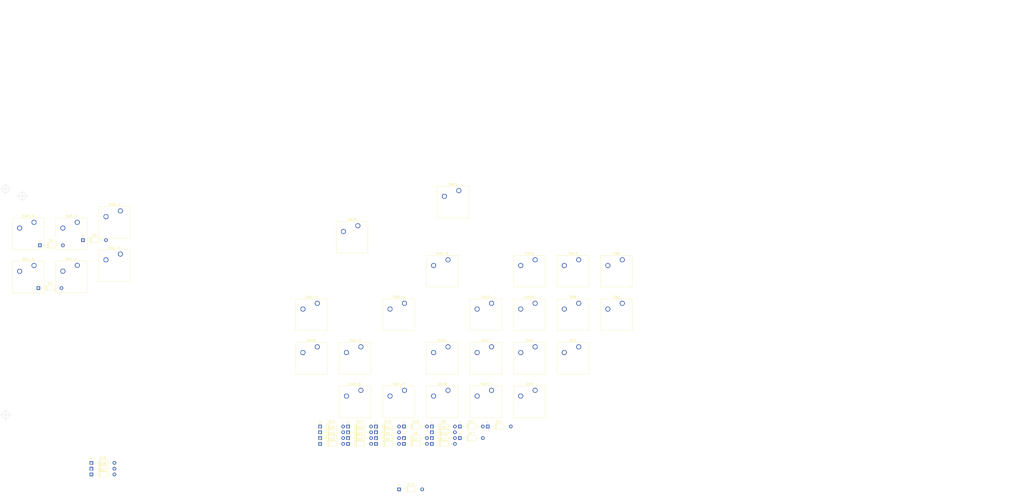
<source format=kicad_pcb>
(kicad_pcb (version 20171130) (host pcbnew 5.0.0)

  (general
    (thickness 1.6)
    (drawings 219)
    (tracks 0)
    (zones 0)
    (modules 58)
    (nets 41)
  )

  (page A4)
  (layers
    (0 F.Cu signal)
    (31 B.Cu signal)
    (32 B.Adhes user)
    (33 F.Adhes user)
    (34 B.Paste user)
    (35 F.Paste user)
    (36 B.SilkS user)
    (37 F.SilkS user)
    (38 B.Mask user)
    (39 F.Mask user)
    (40 Dwgs.User user)
    (41 Cmts.User user)
    (42 Eco1.User user)
    (43 Eco2.User user)
    (44 Edge.Cuts user)
    (45 Margin user)
    (46 B.CrtYd user)
    (47 F.CrtYd user)
    (48 B.Fab user)
    (49 F.Fab user)
  )

  (setup
    (last_trace_width 0.25)
    (trace_clearance 0.2)
    (zone_clearance 0.508)
    (zone_45_only no)
    (trace_min 0.2)
    (segment_width 0.2)
    (edge_width 0.1)
    (via_size 0.8)
    (via_drill 0.4)
    (via_min_size 0.4)
    (via_min_drill 0.3)
    (uvia_size 0.3)
    (uvia_drill 0.1)
    (uvias_allowed no)
    (uvia_min_size 0.2)
    (uvia_min_drill 0.1)
    (pcb_text_width 0.3)
    (pcb_text_size 1.5 1.5)
    (mod_edge_width 0.15)
    (mod_text_size 1 1)
    (mod_text_width 0.15)
    (pad_size 1.5 1.5)
    (pad_drill 0.6)
    (pad_to_mask_clearance 0)
    (aux_axis_origin 0 0)
    (visible_elements FFFFFF7F)
    (pcbplotparams
      (layerselection 0x010fc_ffffffff)
      (usegerberextensions false)
      (usegerberattributes false)
      (usegerberadvancedattributes false)
      (creategerberjobfile false)
      (excludeedgelayer true)
      (linewidth 0.100000)
      (plotframeref false)
      (viasonmask false)
      (mode 1)
      (useauxorigin false)
      (hpglpennumber 1)
      (hpglpenspeed 20)
      (hpglpendiameter 15.000000)
      (psnegative false)
      (psa4output false)
      (plotreference true)
      (plotvalue true)
      (plotinvisibletext false)
      (padsonsilk false)
      (subtractmaskfromsilk false)
      (outputformat 1)
      (mirror false)
      (drillshape 1)
      (scaleselection 1)
      (outputdirectory ""))
  )

  (net 0 "")
  (net 1 "Net-(D1-Pad1)")
  (net 2 "Net-(D1-Pad2)")
  (net 3 "Net-(D2-Pad2)")
  (net 4 "Net-(D2-Pad1)")
  (net 5 "Net-(D10-Pad2)")
  (net 6 "Net-(D14-Pad2)")
  (net 7 "Net-(D13-Pad2)")
  (net 8 "Net-(D13-Pad1)")
  (net 9 "Net-(D12-Pad1)")
  (net 10 "Net-(D12-Pad2)")
  (net 11 "Net-(D11-Pad2)")
  (net 12 "Net-(D11-Pad1)")
  (net 13 "Net-(D10-Pad1)")
  (net 14 "Net-(D5-Pad2)")
  (net 15 "Net-(D4-Pad2)")
  (net 16 "Net-(D3-Pad2)")
  (net 17 "Net-(D4-Pad1)")
  (net 18 "Net-(D3-Pad1)")
  (net 19 "Net-(D16-Pad2)")
  (net 20 "Net-(D17-Pad2)")
  (net 21 "Net-(D15-Pad2)")
  (net 22 "Net-(D29-Pad2)")
  (net 23 "Net-(D25-Pad2)")
  (net 24 "Net-(D24-Pad2)")
  (net 25 "Net-(D28-Pad2)")
  (net 26 "Net-(D27-Pad2)")
  (net 27 "Net-(D23-Pad2)")
  (net 28 "Net-(D22-Pad2)")
  (net 29 "Net-(D26-Pad2)")
  (net 30 "Net-(D21-Pad2)")
  (net 31 "Net-(D19-Pad2)")
  (net 32 "Net-(D18-Pad2)")
  (net 33 "Net-(D20-Pad2)")
  (net 34 "Net-(SW0-5-Pad1)")
  (net 35 "Net-(SW0-4-Pad1)")
  (net 36 "Net-(SW0-3-Pad1)")
  (net 37 "Net-(SW0-2-Pad1)")
  (net 38 "Net-(SW0-1-Pad1)")
  (net 39 "Net-(SW0-0-Pad1)")
  (net 40 "Net-(SW0-6-Pad1)")

  (net_class Default "This is the default net class."
    (clearance 0.2)
    (trace_width 0.25)
    (via_dia 0.8)
    (via_drill 0.4)
    (uvia_dia 0.3)
    (uvia_drill 0.1)
    (add_net "Net-(D1-Pad1)")
    (add_net "Net-(D1-Pad2)")
    (add_net "Net-(D10-Pad1)")
    (add_net "Net-(D10-Pad2)")
    (add_net "Net-(D11-Pad1)")
    (add_net "Net-(D11-Pad2)")
    (add_net "Net-(D12-Pad1)")
    (add_net "Net-(D12-Pad2)")
    (add_net "Net-(D13-Pad1)")
    (add_net "Net-(D13-Pad2)")
    (add_net "Net-(D14-Pad2)")
    (add_net "Net-(D15-Pad2)")
    (add_net "Net-(D16-Pad2)")
    (add_net "Net-(D17-Pad2)")
    (add_net "Net-(D18-Pad2)")
    (add_net "Net-(D19-Pad2)")
    (add_net "Net-(D2-Pad1)")
    (add_net "Net-(D2-Pad2)")
    (add_net "Net-(D20-Pad2)")
    (add_net "Net-(D21-Pad2)")
    (add_net "Net-(D22-Pad2)")
    (add_net "Net-(D23-Pad2)")
    (add_net "Net-(D24-Pad2)")
    (add_net "Net-(D25-Pad2)")
    (add_net "Net-(D26-Pad2)")
    (add_net "Net-(D27-Pad2)")
    (add_net "Net-(D28-Pad2)")
    (add_net "Net-(D29-Pad2)")
    (add_net "Net-(D3-Pad1)")
    (add_net "Net-(D3-Pad2)")
    (add_net "Net-(D4-Pad1)")
    (add_net "Net-(D4-Pad2)")
    (add_net "Net-(D5-Pad2)")
    (add_net "Net-(SW0-0-Pad1)")
    (add_net "Net-(SW0-1-Pad1)")
    (add_net "Net-(SW0-2-Pad1)")
    (add_net "Net-(SW0-3-Pad1)")
    (add_net "Net-(SW0-4-Pad1)")
    (add_net "Net-(SW0-5-Pad1)")
    (add_net "Net-(SW0-6-Pad1)")
  )

  (module Button_Switch_Keyboard:SW_Cherry_MX1A_1.00u_Plate (layer F.Cu) (tedit 5A02FE24) (tstamp 5BDEA54A)
    (at 177 34.5)
    (descr "Cherry MX keyswitch, MX1A, 1.00u, plate mount, http://cherryamericas.com/wp-content/uploads/2014/12/mx_cat.pdf")
    (tags "cherry mx keyswitch MX1A 1.00u plate")
    (path /5BD20E12)
    (fp_text reference SW25 (at -2.54 -2.794) (layer F.SilkS)
      (effects (font (size 1 1) (thickness 0.15)))
    )
    (fp_text value SW_Push (at -2.54 12.954) (layer F.Fab)
      (effects (font (size 1 1) (thickness 0.15)))
    )
    (fp_text user %R (at -2.54 -2.794) (layer F.Fab)
      (effects (font (size 1 1) (thickness 0.15)))
    )
    (fp_line (start -8.89 -1.27) (end 3.81 -1.27) (layer F.Fab) (width 0.15))
    (fp_line (start 3.81 -1.27) (end 3.81 11.43) (layer F.Fab) (width 0.15))
    (fp_line (start 3.81 11.43) (end -8.89 11.43) (layer F.Fab) (width 0.15))
    (fp_line (start -8.89 11.43) (end -8.89 -1.27) (layer F.Fab) (width 0.15))
    (fp_line (start -9.14 11.68) (end -9.14 -1.52) (layer F.CrtYd) (width 0.05))
    (fp_line (start 4.06 11.68) (end -9.14 11.68) (layer F.CrtYd) (width 0.05))
    (fp_line (start 4.06 -1.52) (end 4.06 11.68) (layer F.CrtYd) (width 0.05))
    (fp_line (start -9.14 -1.52) (end 4.06 -1.52) (layer F.CrtYd) (width 0.05))
    (fp_line (start -12.065 -4.445) (end 6.985 -4.445) (layer Dwgs.User) (width 0.15))
    (fp_line (start 6.985 -4.445) (end 6.985 14.605) (layer Dwgs.User) (width 0.15))
    (fp_line (start 6.985 14.605) (end -12.065 14.605) (layer Dwgs.User) (width 0.15))
    (fp_line (start -12.065 14.605) (end -12.065 -4.445) (layer Dwgs.User) (width 0.15))
    (fp_line (start -9.525 -1.905) (end 4.445 -1.905) (layer F.SilkS) (width 0.12))
    (fp_line (start 4.445 -1.905) (end 4.445 12.065) (layer F.SilkS) (width 0.12))
    (fp_line (start 4.445 12.065) (end -9.525 12.065) (layer F.SilkS) (width 0.12))
    (fp_line (start -9.525 12.065) (end -9.525 -1.905) (layer F.SilkS) (width 0.12))
    (pad 1 thru_hole circle (at 0 0) (size 2.2 2.2) (drill 1.5) (layers *.Cu *.Mask)
      (net 40 "Net-(SW0-6-Pad1)"))
    (pad 2 thru_hole circle (at -6.35 2.54) (size 2.2 2.2) (drill 1.5) (layers *.Cu *.Mask)
      (net 24 "Net-(D24-Pad2)"))
    (pad "" np_thru_hole circle (at -2.54 5.08) (size 4 4) (drill 4) (layers *.Cu *.Mask))
    (model ${KISYS3DMOD}/Button_Switch_Keyboard.3dshapes/SW_Cherry_MX1A_1.00u_Plate.wrl
      (at (xyz 0 0 0))
      (scale (xyz 1 1 1))
      (rotate (xyz 0 0 0))
    )
  )

  (module Button_Switch_Keyboard:SW_Cherry_MX1A_1.00u_Plate (layer F.Cu) (tedit 5A02FE24) (tstamp 5BDEA533)
    (at 159.140001 87.920001)
    (descr "Cherry MX keyswitch, MX1A, 1.00u, plate mount, http://cherryamericas.com/wp-content/uploads/2014/12/mx_cat.pdf")
    (tags "cherry mx keyswitch MX1A 1.00u plate")
    (path /5BD18190)
    (fp_text reference SW26 (at -2.54 -2.794) (layer F.SilkS)
      (effects (font (size 1 1) (thickness 0.15)))
    )
    (fp_text value SW_Push (at -2.54 12.954) (layer F.Fab)
      (effects (font (size 1 1) (thickness 0.15)))
    )
    (fp_line (start -9.525 12.065) (end -9.525 -1.905) (layer F.SilkS) (width 0.12))
    (fp_line (start 4.445 12.065) (end -9.525 12.065) (layer F.SilkS) (width 0.12))
    (fp_line (start 4.445 -1.905) (end 4.445 12.065) (layer F.SilkS) (width 0.12))
    (fp_line (start -9.525 -1.905) (end 4.445 -1.905) (layer F.SilkS) (width 0.12))
    (fp_line (start -12.065 14.605) (end -12.065 -4.445) (layer Dwgs.User) (width 0.15))
    (fp_line (start 6.985 14.605) (end -12.065 14.605) (layer Dwgs.User) (width 0.15))
    (fp_line (start 6.985 -4.445) (end 6.985 14.605) (layer Dwgs.User) (width 0.15))
    (fp_line (start -12.065 -4.445) (end 6.985 -4.445) (layer Dwgs.User) (width 0.15))
    (fp_line (start -9.14 -1.52) (end 4.06 -1.52) (layer F.CrtYd) (width 0.05))
    (fp_line (start 4.06 -1.52) (end 4.06 11.68) (layer F.CrtYd) (width 0.05))
    (fp_line (start 4.06 11.68) (end -9.14 11.68) (layer F.CrtYd) (width 0.05))
    (fp_line (start -9.14 11.68) (end -9.14 -1.52) (layer F.CrtYd) (width 0.05))
    (fp_line (start -8.89 11.43) (end -8.89 -1.27) (layer F.Fab) (width 0.15))
    (fp_line (start 3.81 11.43) (end -8.89 11.43) (layer F.Fab) (width 0.15))
    (fp_line (start 3.81 -1.27) (end 3.81 11.43) (layer F.Fab) (width 0.15))
    (fp_line (start -8.89 -1.27) (end 3.81 -1.27) (layer F.Fab) (width 0.15))
    (fp_text user %R (at -2.54 -2.794) (layer F.Fab)
      (effects (font (size 1 1) (thickness 0.15)))
    )
    (pad "" np_thru_hole circle (at -2.54 5.08) (size 4 4) (drill 4) (layers *.Cu *.Mask))
    (pad 2 thru_hole circle (at -6.35 2.54) (size 2.2 2.2) (drill 1.5) (layers *.Cu *.Mask)
      (net 23 "Net-(D25-Pad2)"))
    (pad 1 thru_hole circle (at 0 0) (size 2.2 2.2) (drill 1.5) (layers *.Cu *.Mask)
      (net 40 "Net-(SW0-6-Pad1)"))
    (model ${KISYS3DMOD}/Button_Switch_Keyboard.3dshapes/SW_Cherry_MX1A_1.00u_Plate.wrl
      (at (xyz 0 0 0))
      (scale (xyz 1 1 1))
      (rotate (xyz 0 0 0))
    )
  )

  (module Button_Switch_Keyboard:SW_Cherry_MX1A_1.00u_Plate (layer F.Cu) (tedit 5A02FE24) (tstamp 5BDEA51C)
    (at 34.3 33)
    (descr "Cherry MX keyswitch, MX1A, 1.00u, plate mount, http://cherryamericas.com/wp-content/uploads/2014/12/mx_cat.pdf")
    (tags "cherry mx keyswitch MX1A 1.00u plate")
    (path /5BD15692)
    (fp_text reference SW0-0 (at -2.54 -2.794) (layer F.SilkS)
      (effects (font (size 1 1) (thickness 0.15)))
    )
    (fp_text value SW_Push (at -2.54 12.954) (layer F.Fab)
      (effects (font (size 1 1) (thickness 0.15)))
    )
    (fp_text user %R (at -2.54 -2.794) (layer F.Fab)
      (effects (font (size 1 1) (thickness 0.15)))
    )
    (fp_line (start -8.89 -1.27) (end 3.81 -1.27) (layer F.Fab) (width 0.15))
    (fp_line (start 3.81 -1.27) (end 3.81 11.43) (layer F.Fab) (width 0.15))
    (fp_line (start 3.81 11.43) (end -8.89 11.43) (layer F.Fab) (width 0.15))
    (fp_line (start -8.89 11.43) (end -8.89 -1.27) (layer F.Fab) (width 0.15))
    (fp_line (start -9.14 11.68) (end -9.14 -1.52) (layer F.CrtYd) (width 0.05))
    (fp_line (start 4.06 11.68) (end -9.14 11.68) (layer F.CrtYd) (width 0.05))
    (fp_line (start 4.06 -1.52) (end 4.06 11.68) (layer F.CrtYd) (width 0.05))
    (fp_line (start -9.14 -1.52) (end 4.06 -1.52) (layer F.CrtYd) (width 0.05))
    (fp_line (start -12.065 -4.445) (end 6.985 -4.445) (layer Dwgs.User) (width 0.15))
    (fp_line (start 6.985 -4.445) (end 6.985 14.605) (layer Dwgs.User) (width 0.15))
    (fp_line (start 6.985 14.605) (end -12.065 14.605) (layer Dwgs.User) (width 0.15))
    (fp_line (start -12.065 14.605) (end -12.065 -4.445) (layer Dwgs.User) (width 0.15))
    (fp_line (start -9.525 -1.905) (end 4.445 -1.905) (layer F.SilkS) (width 0.12))
    (fp_line (start 4.445 -1.905) (end 4.445 12.065) (layer F.SilkS) (width 0.12))
    (fp_line (start 4.445 12.065) (end -9.525 12.065) (layer F.SilkS) (width 0.12))
    (fp_line (start -9.525 12.065) (end -9.525 -1.905) (layer F.SilkS) (width 0.12))
    (pad 1 thru_hole circle (at 0 0) (size 2.2 2.2) (drill 1.5) (layers *.Cu *.Mask)
      (net 39 "Net-(SW0-0-Pad1)"))
    (pad 2 thru_hole circle (at -6.35 2.54) (size 2.2 2.2) (drill 1.5) (layers *.Cu *.Mask)
      (net 1 "Net-(D1-Pad1)"))
    (pad "" np_thru_hole circle (at -2.54 5.08) (size 4 4) (drill 4) (layers *.Cu *.Mask))
    (model ${KISYS3DMOD}/Button_Switch_Keyboard.3dshapes/SW_Cherry_MX1A_1.00u_Plate.wrl
      (at (xyz 0 0 0))
      (scale (xyz 1 1 1))
      (rotate (xyz 0 0 0))
    )
  )

  (module Button_Switch_Keyboard:SW_Cherry_MX1A_1.00u_Plate (layer F.Cu) (tedit 5A02FE24) (tstamp 5BDEA505)
    (at 53.35 33)
    (descr "Cherry MX keyswitch, MX1A, 1.00u, plate mount, http://cherryamericas.com/wp-content/uploads/2014/12/mx_cat.pdf")
    (tags "cherry mx keyswitch MX1A 1.00u plate")
    (path /5BD17B22)
    (fp_text reference SW0-1 (at -2.54 -2.794) (layer F.SilkS)
      (effects (font (size 1 1) (thickness 0.15)))
    )
    (fp_text value SW_Push (at -2.54 12.954) (layer F.Fab)
      (effects (font (size 1 1) (thickness 0.15)))
    )
    (fp_line (start -9.525 12.065) (end -9.525 -1.905) (layer F.SilkS) (width 0.12))
    (fp_line (start 4.445 12.065) (end -9.525 12.065) (layer F.SilkS) (width 0.12))
    (fp_line (start 4.445 -1.905) (end 4.445 12.065) (layer F.SilkS) (width 0.12))
    (fp_line (start -9.525 -1.905) (end 4.445 -1.905) (layer F.SilkS) (width 0.12))
    (fp_line (start -12.065 14.605) (end -12.065 -4.445) (layer Dwgs.User) (width 0.15))
    (fp_line (start 6.985 14.605) (end -12.065 14.605) (layer Dwgs.User) (width 0.15))
    (fp_line (start 6.985 -4.445) (end 6.985 14.605) (layer Dwgs.User) (width 0.15))
    (fp_line (start -12.065 -4.445) (end 6.985 -4.445) (layer Dwgs.User) (width 0.15))
    (fp_line (start -9.14 -1.52) (end 4.06 -1.52) (layer F.CrtYd) (width 0.05))
    (fp_line (start 4.06 -1.52) (end 4.06 11.68) (layer F.CrtYd) (width 0.05))
    (fp_line (start 4.06 11.68) (end -9.14 11.68) (layer F.CrtYd) (width 0.05))
    (fp_line (start -9.14 11.68) (end -9.14 -1.52) (layer F.CrtYd) (width 0.05))
    (fp_line (start -8.89 11.43) (end -8.89 -1.27) (layer F.Fab) (width 0.15))
    (fp_line (start 3.81 11.43) (end -8.89 11.43) (layer F.Fab) (width 0.15))
    (fp_line (start 3.81 -1.27) (end 3.81 11.43) (layer F.Fab) (width 0.15))
    (fp_line (start -8.89 -1.27) (end 3.81 -1.27) (layer F.Fab) (width 0.15))
    (fp_text user %R (at -2.54 -2.794) (layer F.Fab)
      (effects (font (size 1 1) (thickness 0.15)))
    )
    (pad "" np_thru_hole circle (at -2.54 5.08) (size 4 4) (drill 4) (layers *.Cu *.Mask))
    (pad 2 thru_hole circle (at -6.35 2.54) (size 2.2 2.2) (drill 1.5) (layers *.Cu *.Mask)
      (net 2 "Net-(D1-Pad2)"))
    (pad 1 thru_hole circle (at 0 0) (size 2.2 2.2) (drill 1.5) (layers *.Cu *.Mask)
      (net 38 "Net-(SW0-1-Pad1)"))
    (model ${KISYS3DMOD}/Button_Switch_Keyboard.3dshapes/SW_Cherry_MX1A_1.00u_Plate.wrl
      (at (xyz 0 0 0))
      (scale (xyz 1 1 1))
      (rotate (xyz 0 0 0))
    )
  )

  (module Button_Switch_Keyboard:SW_Cherry_MX1A_1.00u_Plate (layer F.Cu) (tedit 5A02FE24) (tstamp 5BDEA4EE)
    (at 72.35 27.95)
    (descr "Cherry MX keyswitch, MX1A, 1.00u, plate mount, http://cherryamericas.com/wp-content/uploads/2014/12/mx_cat.pdf")
    (tags "cherry mx keyswitch MX1A 1.00u plate")
    (path /5BD17B63)
    (fp_text reference SW0-2 (at -2.54 -2.794) (layer F.SilkS)
      (effects (font (size 1 1) (thickness 0.15)))
    )
    (fp_text value SW_Push (at -2.54 12.954) (layer F.Fab)
      (effects (font (size 1 1) (thickness 0.15)))
    )
    (fp_text user %R (at -2.54 -2.794) (layer F.Fab)
      (effects (font (size 1 1) (thickness 0.15)))
    )
    (fp_line (start -8.89 -1.27) (end 3.81 -1.27) (layer F.Fab) (width 0.15))
    (fp_line (start 3.81 -1.27) (end 3.81 11.43) (layer F.Fab) (width 0.15))
    (fp_line (start 3.81 11.43) (end -8.89 11.43) (layer F.Fab) (width 0.15))
    (fp_line (start -8.89 11.43) (end -8.89 -1.27) (layer F.Fab) (width 0.15))
    (fp_line (start -9.14 11.68) (end -9.14 -1.52) (layer F.CrtYd) (width 0.05))
    (fp_line (start 4.06 11.68) (end -9.14 11.68) (layer F.CrtYd) (width 0.05))
    (fp_line (start 4.06 -1.52) (end 4.06 11.68) (layer F.CrtYd) (width 0.05))
    (fp_line (start -9.14 -1.52) (end 4.06 -1.52) (layer F.CrtYd) (width 0.05))
    (fp_line (start -12.065 -4.445) (end 6.985 -4.445) (layer Dwgs.User) (width 0.15))
    (fp_line (start 6.985 -4.445) (end 6.985 14.605) (layer Dwgs.User) (width 0.15))
    (fp_line (start 6.985 14.605) (end -12.065 14.605) (layer Dwgs.User) (width 0.15))
    (fp_line (start -12.065 14.605) (end -12.065 -4.445) (layer Dwgs.User) (width 0.15))
    (fp_line (start -9.525 -1.905) (end 4.445 -1.905) (layer F.SilkS) (width 0.12))
    (fp_line (start 4.445 -1.905) (end 4.445 12.065) (layer F.SilkS) (width 0.12))
    (fp_line (start 4.445 12.065) (end -9.525 12.065) (layer F.SilkS) (width 0.12))
    (fp_line (start -9.525 12.065) (end -9.525 -1.905) (layer F.SilkS) (width 0.12))
    (pad 1 thru_hole circle (at 0 0) (size 2.2 2.2) (drill 1.5) (layers *.Cu *.Mask)
      (net 37 "Net-(SW0-2-Pad1)"))
    (pad 2 thru_hole circle (at -6.35 2.54) (size 2.2 2.2) (drill 1.5) (layers *.Cu *.Mask)
      (net 14 "Net-(D5-Pad2)"))
    (pad "" np_thru_hole circle (at -2.54 5.08) (size 4 4) (drill 4) (layers *.Cu *.Mask))
    (model ${KISYS3DMOD}/Button_Switch_Keyboard.3dshapes/SW_Cherry_MX1A_1.00u_Plate.wrl
      (at (xyz 0 0 0))
      (scale (xyz 1 1 1))
      (rotate (xyz 0 0 0))
    )
  )

  (module Button_Switch_Keyboard:SW_Cherry_MX1A_1.00u_Plate (layer F.Cu) (tedit 5A02FE24) (tstamp 5BDEA4D7)
    (at 178.340001 87.920001)
    (descr "Cherry MX keyswitch, MX1A, 1.00u, plate mount, http://cherryamericas.com/wp-content/uploads/2014/12/mx_cat.pdf")
    (tags "cherry mx keyswitch MX1A 1.00u plate")
    (path /5BD17B9E)
    (fp_text reference SW0-3 (at -2.54 -2.794) (layer F.SilkS)
      (effects (font (size 1 1) (thickness 0.15)))
    )
    (fp_text value SW_Push (at -2.54 12.954) (layer F.Fab)
      (effects (font (size 1 1) (thickness 0.15)))
    )
    (fp_line (start -9.525 12.065) (end -9.525 -1.905) (layer F.SilkS) (width 0.12))
    (fp_line (start 4.445 12.065) (end -9.525 12.065) (layer F.SilkS) (width 0.12))
    (fp_line (start 4.445 -1.905) (end 4.445 12.065) (layer F.SilkS) (width 0.12))
    (fp_line (start -9.525 -1.905) (end 4.445 -1.905) (layer F.SilkS) (width 0.12))
    (fp_line (start -12.065 14.605) (end -12.065 -4.445) (layer Dwgs.User) (width 0.15))
    (fp_line (start 6.985 14.605) (end -12.065 14.605) (layer Dwgs.User) (width 0.15))
    (fp_line (start 6.985 -4.445) (end 6.985 14.605) (layer Dwgs.User) (width 0.15))
    (fp_line (start -12.065 -4.445) (end 6.985 -4.445) (layer Dwgs.User) (width 0.15))
    (fp_line (start -9.14 -1.52) (end 4.06 -1.52) (layer F.CrtYd) (width 0.05))
    (fp_line (start 4.06 -1.52) (end 4.06 11.68) (layer F.CrtYd) (width 0.05))
    (fp_line (start 4.06 11.68) (end -9.14 11.68) (layer F.CrtYd) (width 0.05))
    (fp_line (start -9.14 11.68) (end -9.14 -1.52) (layer F.CrtYd) (width 0.05))
    (fp_line (start -8.89 11.43) (end -8.89 -1.27) (layer F.Fab) (width 0.15))
    (fp_line (start 3.81 11.43) (end -8.89 11.43) (layer F.Fab) (width 0.15))
    (fp_line (start 3.81 -1.27) (end 3.81 11.43) (layer F.Fab) (width 0.15))
    (fp_line (start -8.89 -1.27) (end 3.81 -1.27) (layer F.Fab) (width 0.15))
    (fp_text user %R (at -2.54 -2.794) (layer F.Fab)
      (effects (font (size 1 1) (thickness 0.15)))
    )
    (pad "" np_thru_hole circle (at -2.54 5.08) (size 4 4) (drill 4) (layers *.Cu *.Mask))
    (pad 2 thru_hole circle (at -6.35 2.54) (size 2.2 2.2) (drill 1.5) (layers *.Cu *.Mask)
      (net 8 "Net-(D13-Pad1)"))
    (pad 1 thru_hole circle (at 0 0) (size 2.2 2.2) (drill 1.5) (layers *.Cu *.Mask)
      (net 36 "Net-(SW0-3-Pad1)"))
    (model ${KISYS3DMOD}/Button_Switch_Keyboard.3dshapes/SW_Cherry_MX1A_1.00u_Plate.wrl
      (at (xyz 0 0 0))
      (scale (xyz 1 1 1))
      (rotate (xyz 0 0 0))
    )
  )

  (module Button_Switch_Keyboard:SW_Cherry_MX1A_1.00u_Plate (layer F.Cu) (tedit 5A02FE24) (tstamp 5BDEA4C0)
    (at 197.540001 68.720001)
    (descr "Cherry MX keyswitch, MX1A, 1.00u, plate mount, http://cherryamericas.com/wp-content/uploads/2014/12/mx_cat.pdf")
    (tags "cherry mx keyswitch MX1A 1.00u plate")
    (path /5BD17BDB)
    (fp_text reference SW0-4 (at -2.54 -2.794) (layer F.SilkS)
      (effects (font (size 1 1) (thickness 0.15)))
    )
    (fp_text value SW_Push (at -2.54 12.954) (layer F.Fab)
      (effects (font (size 1 1) (thickness 0.15)))
    )
    (fp_text user %R (at -2.54 -2.794) (layer F.Fab)
      (effects (font (size 1 1) (thickness 0.15)))
    )
    (fp_line (start -8.89 -1.27) (end 3.81 -1.27) (layer F.Fab) (width 0.15))
    (fp_line (start 3.81 -1.27) (end 3.81 11.43) (layer F.Fab) (width 0.15))
    (fp_line (start 3.81 11.43) (end -8.89 11.43) (layer F.Fab) (width 0.15))
    (fp_line (start -8.89 11.43) (end -8.89 -1.27) (layer F.Fab) (width 0.15))
    (fp_line (start -9.14 11.68) (end -9.14 -1.52) (layer F.CrtYd) (width 0.05))
    (fp_line (start 4.06 11.68) (end -9.14 11.68) (layer F.CrtYd) (width 0.05))
    (fp_line (start 4.06 -1.52) (end 4.06 11.68) (layer F.CrtYd) (width 0.05))
    (fp_line (start -9.14 -1.52) (end 4.06 -1.52) (layer F.CrtYd) (width 0.05))
    (fp_line (start -12.065 -4.445) (end 6.985 -4.445) (layer Dwgs.User) (width 0.15))
    (fp_line (start 6.985 -4.445) (end 6.985 14.605) (layer Dwgs.User) (width 0.15))
    (fp_line (start 6.985 14.605) (end -12.065 14.605) (layer Dwgs.User) (width 0.15))
    (fp_line (start -12.065 14.605) (end -12.065 -4.445) (layer Dwgs.User) (width 0.15))
    (fp_line (start -9.525 -1.905) (end 4.445 -1.905) (layer F.SilkS) (width 0.12))
    (fp_line (start 4.445 -1.905) (end 4.445 12.065) (layer F.SilkS) (width 0.12))
    (fp_line (start 4.445 12.065) (end -9.525 12.065) (layer F.SilkS) (width 0.12))
    (fp_line (start -9.525 12.065) (end -9.525 -1.905) (layer F.SilkS) (width 0.12))
    (pad 1 thru_hole circle (at 0 0) (size 2.2 2.2) (drill 1.5) (layers *.Cu *.Mask)
      (net 35 "Net-(SW0-4-Pad1)"))
    (pad 2 thru_hole circle (at -6.35 2.54) (size 2.2 2.2) (drill 1.5) (layers *.Cu *.Mask)
      (net 7 "Net-(D13-Pad2)"))
    (pad "" np_thru_hole circle (at -2.54 5.08) (size 4 4) (drill 4) (layers *.Cu *.Mask))
    (model ${KISYS3DMOD}/Button_Switch_Keyboard.3dshapes/SW_Cherry_MX1A_1.00u_Plate.wrl
      (at (xyz 0 0 0))
      (scale (xyz 1 1 1))
      (rotate (xyz 0 0 0))
    )
  )

  (module Button_Switch_Keyboard:SW_Cherry_MX1A_1.00u_Plate (layer F.Cu) (tedit 5A02FE24) (tstamp 5BDEA4A9)
    (at 216.740001 49.520001)
    (descr "Cherry MX keyswitch, MX1A, 1.00u, plate mount, http://cherryamericas.com/wp-content/uploads/2014/12/mx_cat.pdf")
    (tags "cherry mx keyswitch MX1A 1.00u plate")
    (path /5BD17C20)
    (fp_text reference SW0-5 (at -2.54 -2.794) (layer F.SilkS)
      (effects (font (size 1 1) (thickness 0.15)))
    )
    (fp_text value SW_Push (at -2.54 12.954) (layer F.Fab)
      (effects (font (size 1 1) (thickness 0.15)))
    )
    (fp_line (start -9.525 12.065) (end -9.525 -1.905) (layer F.SilkS) (width 0.12))
    (fp_line (start 4.445 12.065) (end -9.525 12.065) (layer F.SilkS) (width 0.12))
    (fp_line (start 4.445 -1.905) (end 4.445 12.065) (layer F.SilkS) (width 0.12))
    (fp_line (start -9.525 -1.905) (end 4.445 -1.905) (layer F.SilkS) (width 0.12))
    (fp_line (start -12.065 14.605) (end -12.065 -4.445) (layer Dwgs.User) (width 0.15))
    (fp_line (start 6.985 14.605) (end -12.065 14.605) (layer Dwgs.User) (width 0.15))
    (fp_line (start 6.985 -4.445) (end 6.985 14.605) (layer Dwgs.User) (width 0.15))
    (fp_line (start -12.065 -4.445) (end 6.985 -4.445) (layer Dwgs.User) (width 0.15))
    (fp_line (start -9.14 -1.52) (end 4.06 -1.52) (layer F.CrtYd) (width 0.05))
    (fp_line (start 4.06 -1.52) (end 4.06 11.68) (layer F.CrtYd) (width 0.05))
    (fp_line (start 4.06 11.68) (end -9.14 11.68) (layer F.CrtYd) (width 0.05))
    (fp_line (start -9.14 11.68) (end -9.14 -1.52) (layer F.CrtYd) (width 0.05))
    (fp_line (start -8.89 11.43) (end -8.89 -1.27) (layer F.Fab) (width 0.15))
    (fp_line (start 3.81 11.43) (end -8.89 11.43) (layer F.Fab) (width 0.15))
    (fp_line (start 3.81 -1.27) (end 3.81 11.43) (layer F.Fab) (width 0.15))
    (fp_line (start -8.89 -1.27) (end 3.81 -1.27) (layer F.Fab) (width 0.15))
    (fp_text user %R (at -2.54 -2.794) (layer F.Fab)
      (effects (font (size 1 1) (thickness 0.15)))
    )
    (pad "" np_thru_hole circle (at -2.54 5.08) (size 4 4) (drill 4) (layers *.Cu *.Mask))
    (pad 2 thru_hole circle (at -6.35 2.54) (size 2.2 2.2) (drill 1.5) (layers *.Cu *.Mask)
      (net 20 "Net-(D17-Pad2)"))
    (pad 1 thru_hole circle (at 0 0) (size 2.2 2.2) (drill 1.5) (layers *.Cu *.Mask)
      (net 34 "Net-(SW0-5-Pad1)"))
    (model ${KISYS3DMOD}/Button_Switch_Keyboard.3dshapes/SW_Cherry_MX1A_1.00u_Plate.wrl
      (at (xyz 0 0 0))
      (scale (xyz 1 1 1))
      (rotate (xyz 0 0 0))
    )
  )

  (module Button_Switch_Keyboard:SW_Cherry_MX1A_1.00u_Plate (layer F.Cu) (tedit 5A02FE24) (tstamp 5BDEA492)
    (at 178.340001 107.120001)
    (descr "Cherry MX keyswitch, MX1A, 1.00u, plate mount, http://cherryamericas.com/wp-content/uploads/2014/12/mx_cat.pdf")
    (tags "cherry mx keyswitch MX1A 1.00u plate")
    (path /5BD17C65)
    (fp_text reference SW0-6 (at -2.54 -2.794) (layer F.SilkS)
      (effects (font (size 1 1) (thickness 0.15)))
    )
    (fp_text value SW_Push (at -2.54 12.954) (layer F.Fab)
      (effects (font (size 1 1) (thickness 0.15)))
    )
    (fp_text user %R (at -2.54 -2.794) (layer F.Fab)
      (effects (font (size 1 1) (thickness 0.15)))
    )
    (fp_line (start -8.89 -1.27) (end 3.81 -1.27) (layer F.Fab) (width 0.15))
    (fp_line (start 3.81 -1.27) (end 3.81 11.43) (layer F.Fab) (width 0.15))
    (fp_line (start 3.81 11.43) (end -8.89 11.43) (layer F.Fab) (width 0.15))
    (fp_line (start -8.89 11.43) (end -8.89 -1.27) (layer F.Fab) (width 0.15))
    (fp_line (start -9.14 11.68) (end -9.14 -1.52) (layer F.CrtYd) (width 0.05))
    (fp_line (start 4.06 11.68) (end -9.14 11.68) (layer F.CrtYd) (width 0.05))
    (fp_line (start 4.06 -1.52) (end 4.06 11.68) (layer F.CrtYd) (width 0.05))
    (fp_line (start -9.14 -1.52) (end 4.06 -1.52) (layer F.CrtYd) (width 0.05))
    (fp_line (start -12.065 -4.445) (end 6.985 -4.445) (layer Dwgs.User) (width 0.15))
    (fp_line (start 6.985 -4.445) (end 6.985 14.605) (layer Dwgs.User) (width 0.15))
    (fp_line (start 6.985 14.605) (end -12.065 14.605) (layer Dwgs.User) (width 0.15))
    (fp_line (start -12.065 14.605) (end -12.065 -4.445) (layer Dwgs.User) (width 0.15))
    (fp_line (start -9.525 -1.905) (end 4.445 -1.905) (layer F.SilkS) (width 0.12))
    (fp_line (start 4.445 -1.905) (end 4.445 12.065) (layer F.SilkS) (width 0.12))
    (fp_line (start 4.445 12.065) (end -9.525 12.065) (layer F.SilkS) (width 0.12))
    (fp_line (start -9.525 12.065) (end -9.525 -1.905) (layer F.SilkS) (width 0.12))
    (pad 1 thru_hole circle (at 0 0) (size 2.2 2.2) (drill 1.5) (layers *.Cu *.Mask)
      (net 40 "Net-(SW0-6-Pad1)"))
    (pad 2 thru_hole circle (at -6.35 2.54) (size 2.2 2.2) (drill 1.5) (layers *.Cu *.Mask)
      (net 28 "Net-(D22-Pad2)"))
    (pad "" np_thru_hole circle (at -2.54 5.08) (size 4 4) (drill 4) (layers *.Cu *.Mask))
    (model ${KISYS3DMOD}/Button_Switch_Keyboard.3dshapes/SW_Cherry_MX1A_1.00u_Plate.wrl
      (at (xyz 0 0 0))
      (scale (xyz 1 1 1))
      (rotate (xyz 0 0 0))
    )
  )

  (module Button_Switch_Keyboard:SW_Cherry_MX1A_1.00u_Plate (layer F.Cu) (tedit 5A02FE24) (tstamp 5BDEA47B)
    (at 34.3 52.05)
    (descr "Cherry MX keyswitch, MX1A, 1.00u, plate mount, http://cherryamericas.com/wp-content/uploads/2014/12/mx_cat.pdf")
    (tags "cherry mx keyswitch MX1A 1.00u plate")
    (path /5BD20372)
    (fp_text reference SW1-0 (at -2.54 -2.794) (layer F.SilkS)
      (effects (font (size 1 1) (thickness 0.15)))
    )
    (fp_text value SW_Push (at -2.54 12.954) (layer F.Fab)
      (effects (font (size 1 1) (thickness 0.15)))
    )
    (fp_line (start -9.525 12.065) (end -9.525 -1.905) (layer F.SilkS) (width 0.12))
    (fp_line (start 4.445 12.065) (end -9.525 12.065) (layer F.SilkS) (width 0.12))
    (fp_line (start 4.445 -1.905) (end 4.445 12.065) (layer F.SilkS) (width 0.12))
    (fp_line (start -9.525 -1.905) (end 4.445 -1.905) (layer F.SilkS) (width 0.12))
    (fp_line (start -12.065 14.605) (end -12.065 -4.445) (layer Dwgs.User) (width 0.15))
    (fp_line (start 6.985 14.605) (end -12.065 14.605) (layer Dwgs.User) (width 0.15))
    (fp_line (start 6.985 -4.445) (end 6.985 14.605) (layer Dwgs.User) (width 0.15))
    (fp_line (start -12.065 -4.445) (end 6.985 -4.445) (layer Dwgs.User) (width 0.15))
    (fp_line (start -9.14 -1.52) (end 4.06 -1.52) (layer F.CrtYd) (width 0.05))
    (fp_line (start 4.06 -1.52) (end 4.06 11.68) (layer F.CrtYd) (width 0.05))
    (fp_line (start 4.06 11.68) (end -9.14 11.68) (layer F.CrtYd) (width 0.05))
    (fp_line (start -9.14 11.68) (end -9.14 -1.52) (layer F.CrtYd) (width 0.05))
    (fp_line (start -8.89 11.43) (end -8.89 -1.27) (layer F.Fab) (width 0.15))
    (fp_line (start 3.81 11.43) (end -8.89 11.43) (layer F.Fab) (width 0.15))
    (fp_line (start 3.81 -1.27) (end 3.81 11.43) (layer F.Fab) (width 0.15))
    (fp_line (start -8.89 -1.27) (end 3.81 -1.27) (layer F.Fab) (width 0.15))
    (fp_text user %R (at -2.54 -2.794) (layer F.Fab)
      (effects (font (size 1 1) (thickness 0.15)))
    )
    (pad "" np_thru_hole circle (at -2.54 5.08) (size 4 4) (drill 4) (layers *.Cu *.Mask))
    (pad 2 thru_hole circle (at -6.35 2.54) (size 2.2 2.2) (drill 1.5) (layers *.Cu *.Mask)
      (net 4 "Net-(D2-Pad1)"))
    (pad 1 thru_hole circle (at 0 0) (size 2.2 2.2) (drill 1.5) (layers *.Cu *.Mask)
      (net 39 "Net-(SW0-0-Pad1)"))
    (model ${KISYS3DMOD}/Button_Switch_Keyboard.3dshapes/SW_Cherry_MX1A_1.00u_Plate.wrl
      (at (xyz 0 0 0))
      (scale (xyz 1 1 1))
      (rotate (xyz 0 0 0))
    )
  )

  (module Button_Switch_Keyboard:SW_Cherry_MX1A_1.00u_Plate (layer F.Cu) (tedit 5A02FE24) (tstamp 5BDEA464)
    (at 53.35 52)
    (descr "Cherry MX keyswitch, MX1A, 1.00u, plate mount, http://cherryamericas.com/wp-content/uploads/2014/12/mx_cat.pdf")
    (tags "cherry mx keyswitch MX1A 1.00u plate")
    (path /5BD20379)
    (fp_text reference SW1-1 (at -2.54 -2.794) (layer F.SilkS)
      (effects (font (size 1 1) (thickness 0.15)))
    )
    (fp_text value SW_Push (at -2.54 12.954) (layer F.Fab)
      (effects (font (size 1 1) (thickness 0.15)))
    )
    (fp_text user %R (at -2.54 -2.794) (layer F.Fab)
      (effects (font (size 1 1) (thickness 0.15)))
    )
    (fp_line (start -8.89 -1.27) (end 3.81 -1.27) (layer F.Fab) (width 0.15))
    (fp_line (start 3.81 -1.27) (end 3.81 11.43) (layer F.Fab) (width 0.15))
    (fp_line (start 3.81 11.43) (end -8.89 11.43) (layer F.Fab) (width 0.15))
    (fp_line (start -8.89 11.43) (end -8.89 -1.27) (layer F.Fab) (width 0.15))
    (fp_line (start -9.14 11.68) (end -9.14 -1.52) (layer F.CrtYd) (width 0.05))
    (fp_line (start 4.06 11.68) (end -9.14 11.68) (layer F.CrtYd) (width 0.05))
    (fp_line (start 4.06 -1.52) (end 4.06 11.68) (layer F.CrtYd) (width 0.05))
    (fp_line (start -9.14 -1.52) (end 4.06 -1.52) (layer F.CrtYd) (width 0.05))
    (fp_line (start -12.065 -4.445) (end 6.985 -4.445) (layer Dwgs.User) (width 0.15))
    (fp_line (start 6.985 -4.445) (end 6.985 14.605) (layer Dwgs.User) (width 0.15))
    (fp_line (start 6.985 14.605) (end -12.065 14.605) (layer Dwgs.User) (width 0.15))
    (fp_line (start -12.065 14.605) (end -12.065 -4.445) (layer Dwgs.User) (width 0.15))
    (fp_line (start -9.525 -1.905) (end 4.445 -1.905) (layer F.SilkS) (width 0.12))
    (fp_line (start 4.445 -1.905) (end 4.445 12.065) (layer F.SilkS) (width 0.12))
    (fp_line (start 4.445 12.065) (end -9.525 12.065) (layer F.SilkS) (width 0.12))
    (fp_line (start -9.525 12.065) (end -9.525 -1.905) (layer F.SilkS) (width 0.12))
    (pad 1 thru_hole circle (at 0 0) (size 2.2 2.2) (drill 1.5) (layers *.Cu *.Mask)
      (net 38 "Net-(SW0-1-Pad1)"))
    (pad 2 thru_hole circle (at -6.35 2.54) (size 2.2 2.2) (drill 1.5) (layers *.Cu *.Mask)
      (net 3 "Net-(D2-Pad2)"))
    (pad "" np_thru_hole circle (at -2.54 5.08) (size 4 4) (drill 4) (layers *.Cu *.Mask))
    (model ${KISYS3DMOD}/Button_Switch_Keyboard.3dshapes/SW_Cherry_MX1A_1.00u_Plate.wrl
      (at (xyz 0 0 0))
      (scale (xyz 1 1 1))
      (rotate (xyz 0 0 0))
    )
  )

  (module Button_Switch_Keyboard:SW_Cherry_MX1A_1.00u_Plate (layer F.Cu) (tedit 5A02FE24) (tstamp 5BDEA44D)
    (at 72.35 47)
    (descr "Cherry MX keyswitch, MX1A, 1.00u, plate mount, http://cherryamericas.com/wp-content/uploads/2014/12/mx_cat.pdf")
    (tags "cherry mx keyswitch MX1A 1.00u plate")
    (path /5BD20380)
    (fp_text reference SW1-2 (at -2.54 -2.794) (layer F.SilkS)
      (effects (font (size 1 1) (thickness 0.15)))
    )
    (fp_text value SW_Push (at -2.54 12.954) (layer F.Fab)
      (effects (font (size 1 1) (thickness 0.15)))
    )
    (fp_line (start -9.525 12.065) (end -9.525 -1.905) (layer F.SilkS) (width 0.12))
    (fp_line (start 4.445 12.065) (end -9.525 12.065) (layer F.SilkS) (width 0.12))
    (fp_line (start 4.445 -1.905) (end 4.445 12.065) (layer F.SilkS) (width 0.12))
    (fp_line (start -9.525 -1.905) (end 4.445 -1.905) (layer F.SilkS) (width 0.12))
    (fp_line (start -12.065 14.605) (end -12.065 -4.445) (layer Dwgs.User) (width 0.15))
    (fp_line (start 6.985 14.605) (end -12.065 14.605) (layer Dwgs.User) (width 0.15))
    (fp_line (start 6.985 -4.445) (end 6.985 14.605) (layer Dwgs.User) (width 0.15))
    (fp_line (start -12.065 -4.445) (end 6.985 -4.445) (layer Dwgs.User) (width 0.15))
    (fp_line (start -9.14 -1.52) (end 4.06 -1.52) (layer F.CrtYd) (width 0.05))
    (fp_line (start 4.06 -1.52) (end 4.06 11.68) (layer F.CrtYd) (width 0.05))
    (fp_line (start 4.06 11.68) (end -9.14 11.68) (layer F.CrtYd) (width 0.05))
    (fp_line (start -9.14 11.68) (end -9.14 -1.52) (layer F.CrtYd) (width 0.05))
    (fp_line (start -8.89 11.43) (end -8.89 -1.27) (layer F.Fab) (width 0.15))
    (fp_line (start 3.81 11.43) (end -8.89 11.43) (layer F.Fab) (width 0.15))
    (fp_line (start 3.81 -1.27) (end 3.81 11.43) (layer F.Fab) (width 0.15))
    (fp_line (start -8.89 -1.27) (end 3.81 -1.27) (layer F.Fab) (width 0.15))
    (fp_text user %R (at -2.54 -2.794) (layer F.Fab)
      (effects (font (size 1 1) (thickness 0.15)))
    )
    (pad "" np_thru_hole circle (at -2.54 5.08) (size 4 4) (drill 4) (layers *.Cu *.Mask))
    (pad 2 thru_hole circle (at -6.35 2.54) (size 2.2 2.2) (drill 1.5) (layers *.Cu *.Mask)
      (net 13 "Net-(D10-Pad1)"))
    (pad 1 thru_hole circle (at 0 0) (size 2.2 2.2) (drill 1.5) (layers *.Cu *.Mask)
      (net 37 "Net-(SW0-2-Pad1)"))
    (model ${KISYS3DMOD}/Button_Switch_Keyboard.3dshapes/SW_Cherry_MX1A_1.00u_Plate.wrl
      (at (xyz 0 0 0))
      (scale (xyz 1 1 1))
      (rotate (xyz 0 0 0))
    )
  )

  (module Button_Switch_Keyboard:SW_Cherry_MX1A_1.00u_Plate (layer F.Cu) (tedit 5A02FE24) (tstamp 5BDEA436)
    (at 197.540001 107.120001)
    (descr "Cherry MX keyswitch, MX1A, 1.00u, plate mount, http://cherryamericas.com/wp-content/uploads/2014/12/mx_cat.pdf")
    (tags "cherry mx keyswitch MX1A 1.00u plate")
    (path /5BD20387)
    (fp_text reference SW1-3 (at -2.54 -2.794) (layer F.SilkS)
      (effects (font (size 1 1) (thickness 0.15)))
    )
    (fp_text value SW_Push (at -2.54 12.954) (layer F.Fab)
      (effects (font (size 1 1) (thickness 0.15)))
    )
    (fp_text user %R (at -2.54 -2.794) (layer F.Fab)
      (effects (font (size 1 1) (thickness 0.15)))
    )
    (fp_line (start -8.89 -1.27) (end 3.81 -1.27) (layer F.Fab) (width 0.15))
    (fp_line (start 3.81 -1.27) (end 3.81 11.43) (layer F.Fab) (width 0.15))
    (fp_line (start 3.81 11.43) (end -8.89 11.43) (layer F.Fab) (width 0.15))
    (fp_line (start -8.89 11.43) (end -8.89 -1.27) (layer F.Fab) (width 0.15))
    (fp_line (start -9.14 11.68) (end -9.14 -1.52) (layer F.CrtYd) (width 0.05))
    (fp_line (start 4.06 11.68) (end -9.14 11.68) (layer F.CrtYd) (width 0.05))
    (fp_line (start 4.06 -1.52) (end 4.06 11.68) (layer F.CrtYd) (width 0.05))
    (fp_line (start -9.14 -1.52) (end 4.06 -1.52) (layer F.CrtYd) (width 0.05))
    (fp_line (start -12.065 -4.445) (end 6.985 -4.445) (layer Dwgs.User) (width 0.15))
    (fp_line (start 6.985 -4.445) (end 6.985 14.605) (layer Dwgs.User) (width 0.15))
    (fp_line (start 6.985 14.605) (end -12.065 14.605) (layer Dwgs.User) (width 0.15))
    (fp_line (start -12.065 14.605) (end -12.065 -4.445) (layer Dwgs.User) (width 0.15))
    (fp_line (start -9.525 -1.905) (end 4.445 -1.905) (layer F.SilkS) (width 0.12))
    (fp_line (start 4.445 -1.905) (end 4.445 12.065) (layer F.SilkS) (width 0.12))
    (fp_line (start 4.445 12.065) (end -9.525 12.065) (layer F.SilkS) (width 0.12))
    (fp_line (start -9.525 12.065) (end -9.525 -1.905) (layer F.SilkS) (width 0.12))
    (pad 1 thru_hole circle (at 0 0) (size 2.2 2.2) (drill 1.5) (layers *.Cu *.Mask)
      (net 36 "Net-(SW0-3-Pad1)"))
    (pad 2 thru_hole circle (at -6.35 2.54) (size 2.2 2.2) (drill 1.5) (layers *.Cu *.Mask)
      (net 5 "Net-(D10-Pad2)"))
    (pad "" np_thru_hole circle (at -2.54 5.08) (size 4 4) (drill 4) (layers *.Cu *.Mask))
    (model ${KISYS3DMOD}/Button_Switch_Keyboard.3dshapes/SW_Cherry_MX1A_1.00u_Plate.wrl
      (at (xyz 0 0 0))
      (scale (xyz 1 1 1))
      (rotate (xyz 0 0 0))
    )
  )

  (module Button_Switch_Keyboard:SW_Cherry_MX1A_1.00u_Plate (layer F.Cu) (tedit 5A02FE24) (tstamp 5BDEA41F)
    (at 159.140001 68.720001)
    (descr "Cherry MX keyswitch, MX1A, 1.00u, plate mount, http://cherryamericas.com/wp-content/uploads/2014/12/mx_cat.pdf")
    (tags "cherry mx keyswitch MX1A 1.00u plate")
    (path /5BD2038E)
    (fp_text reference SW1-4 (at -2.54 -2.794) (layer F.SilkS)
      (effects (font (size 1 1) (thickness 0.15)))
    )
    (fp_text value SW_Push (at -2.54 12.954) (layer F.Fab)
      (effects (font (size 1 1) (thickness 0.15)))
    )
    (fp_line (start -9.525 12.065) (end -9.525 -1.905) (layer F.SilkS) (width 0.12))
    (fp_line (start 4.445 12.065) (end -9.525 12.065) (layer F.SilkS) (width 0.12))
    (fp_line (start 4.445 -1.905) (end 4.445 12.065) (layer F.SilkS) (width 0.12))
    (fp_line (start -9.525 -1.905) (end 4.445 -1.905) (layer F.SilkS) (width 0.12))
    (fp_line (start -12.065 14.605) (end -12.065 -4.445) (layer Dwgs.User) (width 0.15))
    (fp_line (start 6.985 14.605) (end -12.065 14.605) (layer Dwgs.User) (width 0.15))
    (fp_line (start 6.985 -4.445) (end 6.985 14.605) (layer Dwgs.User) (width 0.15))
    (fp_line (start -12.065 -4.445) (end 6.985 -4.445) (layer Dwgs.User) (width 0.15))
    (fp_line (start -9.14 -1.52) (end 4.06 -1.52) (layer F.CrtYd) (width 0.05))
    (fp_line (start 4.06 -1.52) (end 4.06 11.68) (layer F.CrtYd) (width 0.05))
    (fp_line (start 4.06 11.68) (end -9.14 11.68) (layer F.CrtYd) (width 0.05))
    (fp_line (start -9.14 11.68) (end -9.14 -1.52) (layer F.CrtYd) (width 0.05))
    (fp_line (start -8.89 11.43) (end -8.89 -1.27) (layer F.Fab) (width 0.15))
    (fp_line (start 3.81 11.43) (end -8.89 11.43) (layer F.Fab) (width 0.15))
    (fp_line (start 3.81 -1.27) (end 3.81 11.43) (layer F.Fab) (width 0.15))
    (fp_line (start -8.89 -1.27) (end 3.81 -1.27) (layer F.Fab) (width 0.15))
    (fp_text user %R (at -2.54 -2.794) (layer F.Fab)
      (effects (font (size 1 1) (thickness 0.15)))
    )
    (pad "" np_thru_hole circle (at -2.54 5.08) (size 4 4) (drill 4) (layers *.Cu *.Mask))
    (pad 2 thru_hole circle (at -6.35 2.54) (size 2.2 2.2) (drill 1.5) (layers *.Cu *.Mask)
      (net 6 "Net-(D14-Pad2)"))
    (pad 1 thru_hole circle (at 0 0) (size 2.2 2.2) (drill 1.5) (layers *.Cu *.Mask)
      (net 35 "Net-(SW0-4-Pad1)"))
    (model ${KISYS3DMOD}/Button_Switch_Keyboard.3dshapes/SW_Cherry_MX1A_1.00u_Plate.wrl
      (at (xyz 0 0 0))
      (scale (xyz 1 1 1))
      (rotate (xyz 0 0 0))
    )
  )

  (module Button_Switch_Keyboard:SW_Cherry_MX1A_1.00u_Plate (layer F.Cu) (tedit 5A02FE24) (tstamp 5BDEA408)
    (at 216.740001 87.920001)
    (descr "Cherry MX keyswitch, MX1A, 1.00u, plate mount, http://cherryamericas.com/wp-content/uploads/2014/12/mx_cat.pdf")
    (tags "cherry mx keyswitch MX1A 1.00u plate")
    (path /5BD2039C)
    (fp_text reference SW24 (at -2.54 -2.794) (layer F.SilkS)
      (effects (font (size 1 1) (thickness 0.15)))
    )
    (fp_text value SW_Push (at -2.54 12.954) (layer F.Fab)
      (effects (font (size 1 1) (thickness 0.15)))
    )
    (fp_text user %R (at -2.54 -2.794) (layer F.Fab)
      (effects (font (size 1 1) (thickness 0.15)))
    )
    (fp_line (start -8.89 -1.27) (end 3.81 -1.27) (layer F.Fab) (width 0.15))
    (fp_line (start 3.81 -1.27) (end 3.81 11.43) (layer F.Fab) (width 0.15))
    (fp_line (start 3.81 11.43) (end -8.89 11.43) (layer F.Fab) (width 0.15))
    (fp_line (start -8.89 11.43) (end -8.89 -1.27) (layer F.Fab) (width 0.15))
    (fp_line (start -9.14 11.68) (end -9.14 -1.52) (layer F.CrtYd) (width 0.05))
    (fp_line (start 4.06 11.68) (end -9.14 11.68) (layer F.CrtYd) (width 0.05))
    (fp_line (start 4.06 -1.52) (end 4.06 11.68) (layer F.CrtYd) (width 0.05))
    (fp_line (start -9.14 -1.52) (end 4.06 -1.52) (layer F.CrtYd) (width 0.05))
    (fp_line (start -12.065 -4.445) (end 6.985 -4.445) (layer Dwgs.User) (width 0.15))
    (fp_line (start 6.985 -4.445) (end 6.985 14.605) (layer Dwgs.User) (width 0.15))
    (fp_line (start 6.985 14.605) (end -12.065 14.605) (layer Dwgs.User) (width 0.15))
    (fp_line (start -12.065 14.605) (end -12.065 -4.445) (layer Dwgs.User) (width 0.15))
    (fp_line (start -9.525 -1.905) (end 4.445 -1.905) (layer F.SilkS) (width 0.12))
    (fp_line (start 4.445 -1.905) (end 4.445 12.065) (layer F.SilkS) (width 0.12))
    (fp_line (start 4.445 12.065) (end -9.525 12.065) (layer F.SilkS) (width 0.12))
    (fp_line (start -9.525 12.065) (end -9.525 -1.905) (layer F.SilkS) (width 0.12))
    (pad 1 thru_hole circle (at 0 0) (size 2.2 2.2) (drill 1.5) (layers *.Cu *.Mask)
      (net 40 "Net-(SW0-6-Pad1)"))
    (pad 2 thru_hole circle (at -6.35 2.54) (size 2.2 2.2) (drill 1.5) (layers *.Cu *.Mask)
      (net 27 "Net-(D23-Pad2)"))
    (pad "" np_thru_hole circle (at -2.54 5.08) (size 4 4) (drill 4) (layers *.Cu *.Mask))
    (model ${KISYS3DMOD}/Button_Switch_Keyboard.3dshapes/SW_Cherry_MX1A_1.00u_Plate.wrl
      (at (xyz 0 0 0))
      (scale (xyz 1 1 1))
      (rotate (xyz 0 0 0))
    )
  )

  (module Button_Switch_Keyboard:SW_Cherry_MX1A_1.00u_Plate (layer F.Cu) (tedit 5A02FE24) (tstamp 5BDEA3F1)
    (at 293.540001 68.720001)
    (descr "Cherry MX keyswitch, MX1A, 1.00u, plate mount, http://cherryamericas.com/wp-content/uploads/2014/12/mx_cat.pdf")
    (tags "cherry mx keyswitch MX1A 1.00u plate")
    (path /5BD20DE8)
    (fp_text reference SW2 (at -2.54 -2.794) (layer F.SilkS)
      (effects (font (size 1 1) (thickness 0.15)))
    )
    (fp_text value SW_Push (at -2.54 12.954) (layer F.Fab)
      (effects (font (size 1 1) (thickness 0.15)))
    )
    (fp_line (start -9.525 12.065) (end -9.525 -1.905) (layer F.SilkS) (width 0.12))
    (fp_line (start 4.445 12.065) (end -9.525 12.065) (layer F.SilkS) (width 0.12))
    (fp_line (start 4.445 -1.905) (end 4.445 12.065) (layer F.SilkS) (width 0.12))
    (fp_line (start -9.525 -1.905) (end 4.445 -1.905) (layer F.SilkS) (width 0.12))
    (fp_line (start -12.065 14.605) (end -12.065 -4.445) (layer Dwgs.User) (width 0.15))
    (fp_line (start 6.985 14.605) (end -12.065 14.605) (layer Dwgs.User) (width 0.15))
    (fp_line (start 6.985 -4.445) (end 6.985 14.605) (layer Dwgs.User) (width 0.15))
    (fp_line (start -12.065 -4.445) (end 6.985 -4.445) (layer Dwgs.User) (width 0.15))
    (fp_line (start -9.14 -1.52) (end 4.06 -1.52) (layer F.CrtYd) (width 0.05))
    (fp_line (start 4.06 -1.52) (end 4.06 11.68) (layer F.CrtYd) (width 0.05))
    (fp_line (start 4.06 11.68) (end -9.14 11.68) (layer F.CrtYd) (width 0.05))
    (fp_line (start -9.14 11.68) (end -9.14 -1.52) (layer F.CrtYd) (width 0.05))
    (fp_line (start -8.89 11.43) (end -8.89 -1.27) (layer F.Fab) (width 0.15))
    (fp_line (start 3.81 11.43) (end -8.89 11.43) (layer F.Fab) (width 0.15))
    (fp_line (start 3.81 -1.27) (end 3.81 11.43) (layer F.Fab) (width 0.15))
    (fp_line (start -8.89 -1.27) (end 3.81 -1.27) (layer F.Fab) (width 0.15))
    (fp_text user %R (at -2.54 -2.794) (layer F.Fab)
      (effects (font (size 1 1) (thickness 0.15)))
    )
    (pad "" np_thru_hole circle (at -2.54 5.08) (size 4 4) (drill 4) (layers *.Cu *.Mask))
    (pad 2 thru_hole circle (at -6.35 2.54) (size 2.2 2.2) (drill 1.5) (layers *.Cu *.Mask)
      (net 18 "Net-(D3-Pad1)"))
    (pad 1 thru_hole circle (at 0 0) (size 2.2 2.2) (drill 1.5) (layers *.Cu *.Mask)
      (net 39 "Net-(SW0-0-Pad1)"))
    (model ${KISYS3DMOD}/Button_Switch_Keyboard.3dshapes/SW_Cherry_MX1A_1.00u_Plate.wrl
      (at (xyz 0 0 0))
      (scale (xyz 1 1 1))
      (rotate (xyz 0 0 0))
    )
  )

  (module Button_Switch_Keyboard:SW_Cherry_MX1A_1.00u_Plate (layer F.Cu) (tedit 5A02FE24) (tstamp 5BDEA3DA)
    (at 274.340001 87.920001)
    (descr "Cherry MX keyswitch, MX1A, 1.00u, plate mount, http://cherryamericas.com/wp-content/uploads/2014/12/mx_cat.pdf")
    (tags "cherry mx keyswitch MX1A 1.00u plate")
    (path /5BD183C4)
    (fp_text reference SW3 (at -2.54 -2.794) (layer F.SilkS)
      (effects (font (size 1 1) (thickness 0.15)))
    )
    (fp_text value SW_Push (at -2.54 12.954) (layer F.Fab)
      (effects (font (size 1 1) (thickness 0.15)))
    )
    (fp_text user %R (at -2.54 -2.794) (layer F.Fab)
      (effects (font (size 1 1) (thickness 0.15)))
    )
    (fp_line (start -8.89 -1.27) (end 3.81 -1.27) (layer F.Fab) (width 0.15))
    (fp_line (start 3.81 -1.27) (end 3.81 11.43) (layer F.Fab) (width 0.15))
    (fp_line (start 3.81 11.43) (end -8.89 11.43) (layer F.Fab) (width 0.15))
    (fp_line (start -8.89 11.43) (end -8.89 -1.27) (layer F.Fab) (width 0.15))
    (fp_line (start -9.14 11.68) (end -9.14 -1.52) (layer F.CrtYd) (width 0.05))
    (fp_line (start 4.06 11.68) (end -9.14 11.68) (layer F.CrtYd) (width 0.05))
    (fp_line (start 4.06 -1.52) (end 4.06 11.68) (layer F.CrtYd) (width 0.05))
    (fp_line (start -9.14 -1.52) (end 4.06 -1.52) (layer F.CrtYd) (width 0.05))
    (fp_line (start -12.065 -4.445) (end 6.985 -4.445) (layer Dwgs.User) (width 0.15))
    (fp_line (start 6.985 -4.445) (end 6.985 14.605) (layer Dwgs.User) (width 0.15))
    (fp_line (start 6.985 14.605) (end -12.065 14.605) (layer Dwgs.User) (width 0.15))
    (fp_line (start -12.065 14.605) (end -12.065 -4.445) (layer Dwgs.User) (width 0.15))
    (fp_line (start -9.525 -1.905) (end 4.445 -1.905) (layer F.SilkS) (width 0.12))
    (fp_line (start 4.445 -1.905) (end 4.445 12.065) (layer F.SilkS) (width 0.12))
    (fp_line (start 4.445 12.065) (end -9.525 12.065) (layer F.SilkS) (width 0.12))
    (fp_line (start -9.525 12.065) (end -9.525 -1.905) (layer F.SilkS) (width 0.12))
    (pad 1 thru_hole circle (at 0 0) (size 2.2 2.2) (drill 1.5) (layers *.Cu *.Mask)
      (net 39 "Net-(SW0-0-Pad1)"))
    (pad 2 thru_hole circle (at -6.35 2.54) (size 2.2 2.2) (drill 1.5) (layers *.Cu *.Mask)
      (net 17 "Net-(D4-Pad1)"))
    (pad "" np_thru_hole circle (at -2.54 5.08) (size 4 4) (drill 4) (layers *.Cu *.Mask))
    (model ${KISYS3DMOD}/Button_Switch_Keyboard.3dshapes/SW_Cherry_MX1A_1.00u_Plate.wrl
      (at (xyz 0 0 0))
      (scale (xyz 1 1 1))
      (rotate (xyz 0 0 0))
    )
  )

  (module Button_Switch_Keyboard:SW_Cherry_MX1A_1.00u_Plate (layer F.Cu) (tedit 5A02FE24) (tstamp 5BDEA3C3)
    (at 255.140001 107.120001)
    (descr "Cherry MX keyswitch, MX1A, 1.00u, plate mount, http://cherryamericas.com/wp-content/uploads/2014/12/mx_cat.pdf")
    (tags "cherry mx keyswitch MX1A 1.00u plate")
    (path /5BD20DEF)
    (fp_text reference SW5 (at -2.54 -2.794) (layer F.SilkS)
      (effects (font (size 1 1) (thickness 0.15)))
    )
    (fp_text value SW_Push (at -2.54 12.954) (layer F.Fab)
      (effects (font (size 1 1) (thickness 0.15)))
    )
    (fp_line (start -9.525 12.065) (end -9.525 -1.905) (layer F.SilkS) (width 0.12))
    (fp_line (start 4.445 12.065) (end -9.525 12.065) (layer F.SilkS) (width 0.12))
    (fp_line (start 4.445 -1.905) (end 4.445 12.065) (layer F.SilkS) (width 0.12))
    (fp_line (start -9.525 -1.905) (end 4.445 -1.905) (layer F.SilkS) (width 0.12))
    (fp_line (start -12.065 14.605) (end -12.065 -4.445) (layer Dwgs.User) (width 0.15))
    (fp_line (start 6.985 14.605) (end -12.065 14.605) (layer Dwgs.User) (width 0.15))
    (fp_line (start 6.985 -4.445) (end 6.985 14.605) (layer Dwgs.User) (width 0.15))
    (fp_line (start -12.065 -4.445) (end 6.985 -4.445) (layer Dwgs.User) (width 0.15))
    (fp_line (start -9.14 -1.52) (end 4.06 -1.52) (layer F.CrtYd) (width 0.05))
    (fp_line (start 4.06 -1.52) (end 4.06 11.68) (layer F.CrtYd) (width 0.05))
    (fp_line (start 4.06 11.68) (end -9.14 11.68) (layer F.CrtYd) (width 0.05))
    (fp_line (start -9.14 11.68) (end -9.14 -1.52) (layer F.CrtYd) (width 0.05))
    (fp_line (start -8.89 11.43) (end -8.89 -1.27) (layer F.Fab) (width 0.15))
    (fp_line (start 3.81 11.43) (end -8.89 11.43) (layer F.Fab) (width 0.15))
    (fp_line (start 3.81 -1.27) (end 3.81 11.43) (layer F.Fab) (width 0.15))
    (fp_line (start -8.89 -1.27) (end 3.81 -1.27) (layer F.Fab) (width 0.15))
    (fp_text user %R (at -2.54 -2.794) (layer F.Fab)
      (effects (font (size 1 1) (thickness 0.15)))
    )
    (pad "" np_thru_hole circle (at -2.54 5.08) (size 4 4) (drill 4) (layers *.Cu *.Mask))
    (pad 2 thru_hole circle (at -6.35 2.54) (size 2.2 2.2) (drill 1.5) (layers *.Cu *.Mask)
      (net 16 "Net-(D3-Pad2)"))
    (pad 1 thru_hole circle (at 0 0) (size 2.2 2.2) (drill 1.5) (layers *.Cu *.Mask)
      (net 38 "Net-(SW0-1-Pad1)"))
    (model ${KISYS3DMOD}/Button_Switch_Keyboard.3dshapes/SW_Cherry_MX1A_1.00u_Plate.wrl
      (at (xyz 0 0 0))
      (scale (xyz 1 1 1))
      (rotate (xyz 0 0 0))
    )
  )

  (module Button_Switch_Keyboard:SW_Cherry_MX1A_1.00u_Plate (layer F.Cu) (tedit 5A02FE24) (tstamp 5BDEA3AC)
    (at 293.540001 49.520001)
    (descr "Cherry MX keyswitch, MX1A, 1.00u, plate mount, http://cherryamericas.com/wp-content/uploads/2014/12/mx_cat.pdf")
    (tags "cherry mx keyswitch MX1A 1.00u plate")
    (path /5BD1832E)
    (fp_text reference SW6 (at -2.54 -2.794) (layer F.SilkS)
      (effects (font (size 1 1) (thickness 0.15)))
    )
    (fp_text value SW_Push (at -2.54 12.954) (layer F.Fab)
      (effects (font (size 1 1) (thickness 0.15)))
    )
    (fp_text user %R (at -2.54 -2.794) (layer F.Fab)
      (effects (font (size 1 1) (thickness 0.15)))
    )
    (fp_line (start -8.89 -1.27) (end 3.81 -1.27) (layer F.Fab) (width 0.15))
    (fp_line (start 3.81 -1.27) (end 3.81 11.43) (layer F.Fab) (width 0.15))
    (fp_line (start 3.81 11.43) (end -8.89 11.43) (layer F.Fab) (width 0.15))
    (fp_line (start -8.89 11.43) (end -8.89 -1.27) (layer F.Fab) (width 0.15))
    (fp_line (start -9.14 11.68) (end -9.14 -1.52) (layer F.CrtYd) (width 0.05))
    (fp_line (start 4.06 11.68) (end -9.14 11.68) (layer F.CrtYd) (width 0.05))
    (fp_line (start 4.06 -1.52) (end 4.06 11.68) (layer F.CrtYd) (width 0.05))
    (fp_line (start -9.14 -1.52) (end 4.06 -1.52) (layer F.CrtYd) (width 0.05))
    (fp_line (start -12.065 -4.445) (end 6.985 -4.445) (layer Dwgs.User) (width 0.15))
    (fp_line (start 6.985 -4.445) (end 6.985 14.605) (layer Dwgs.User) (width 0.15))
    (fp_line (start 6.985 14.605) (end -12.065 14.605) (layer Dwgs.User) (width 0.15))
    (fp_line (start -12.065 14.605) (end -12.065 -4.445) (layer Dwgs.User) (width 0.15))
    (fp_line (start -9.525 -1.905) (end 4.445 -1.905) (layer F.SilkS) (width 0.12))
    (fp_line (start 4.445 -1.905) (end 4.445 12.065) (layer F.SilkS) (width 0.12))
    (fp_line (start 4.445 12.065) (end -9.525 12.065) (layer F.SilkS) (width 0.12))
    (fp_line (start -9.525 12.065) (end -9.525 -1.905) (layer F.SilkS) (width 0.12))
    (pad 1 thru_hole circle (at 0 0) (size 2.2 2.2) (drill 1.5) (layers *.Cu *.Mask)
      (net 38 "Net-(SW0-1-Pad1)"))
    (pad 2 thru_hole circle (at -6.35 2.54) (size 2.2 2.2) (drill 1.5) (layers *.Cu *.Mask)
      (net 15 "Net-(D4-Pad2)"))
    (pad "" np_thru_hole circle (at -2.54 5.08) (size 4 4) (drill 4) (layers *.Cu *.Mask))
    (model ${KISYS3DMOD}/Button_Switch_Keyboard.3dshapes/SW_Cherry_MX1A_1.00u_Plate.wrl
      (at (xyz 0 0 0))
      (scale (xyz 1 1 1))
      (rotate (xyz 0 0 0))
    )
  )

  (module Button_Switch_Keyboard:SW_Cherry_MX1A_1.00u_Plate (layer F.Cu) (tedit 5A02FE24) (tstamp 5BDEA395)
    (at 274.340001 68.720001)
    (descr "Cherry MX keyswitch, MX1A, 1.00u, plate mount, http://cherryamericas.com/wp-content/uploads/2014/12/mx_cat.pdf")
    (tags "cherry mx keyswitch MX1A 1.00u plate")
    (path /5BD20DF6)
    (fp_text reference SW8 (at -2.54 -2.794) (layer F.SilkS)
      (effects (font (size 1 1) (thickness 0.15)))
    )
    (fp_text value SW_Push (at -2.54 12.954) (layer F.Fab)
      (effects (font (size 1 1) (thickness 0.15)))
    )
    (fp_line (start -9.525 12.065) (end -9.525 -1.905) (layer F.SilkS) (width 0.12))
    (fp_line (start 4.445 12.065) (end -9.525 12.065) (layer F.SilkS) (width 0.12))
    (fp_line (start 4.445 -1.905) (end 4.445 12.065) (layer F.SilkS) (width 0.12))
    (fp_line (start -9.525 -1.905) (end 4.445 -1.905) (layer F.SilkS) (width 0.12))
    (fp_line (start -12.065 14.605) (end -12.065 -4.445) (layer Dwgs.User) (width 0.15))
    (fp_line (start 6.985 14.605) (end -12.065 14.605) (layer Dwgs.User) (width 0.15))
    (fp_line (start 6.985 -4.445) (end 6.985 14.605) (layer Dwgs.User) (width 0.15))
    (fp_line (start -12.065 -4.445) (end 6.985 -4.445) (layer Dwgs.User) (width 0.15))
    (fp_line (start -9.14 -1.52) (end 4.06 -1.52) (layer F.CrtYd) (width 0.05))
    (fp_line (start 4.06 -1.52) (end 4.06 11.68) (layer F.CrtYd) (width 0.05))
    (fp_line (start 4.06 11.68) (end -9.14 11.68) (layer F.CrtYd) (width 0.05))
    (fp_line (start -9.14 11.68) (end -9.14 -1.52) (layer F.CrtYd) (width 0.05))
    (fp_line (start -8.89 11.43) (end -8.89 -1.27) (layer F.Fab) (width 0.15))
    (fp_line (start 3.81 11.43) (end -8.89 11.43) (layer F.Fab) (width 0.15))
    (fp_line (start 3.81 -1.27) (end 3.81 11.43) (layer F.Fab) (width 0.15))
    (fp_line (start -8.89 -1.27) (end 3.81 -1.27) (layer F.Fab) (width 0.15))
    (fp_text user %R (at -2.54 -2.794) (layer F.Fab)
      (effects (font (size 1 1) (thickness 0.15)))
    )
    (pad "" np_thru_hole circle (at -2.54 5.08) (size 4 4) (drill 4) (layers *.Cu *.Mask))
    (pad 2 thru_hole circle (at -6.35 2.54) (size 2.2 2.2) (drill 1.5) (layers *.Cu *.Mask)
      (net 12 "Net-(D11-Pad1)"))
    (pad 1 thru_hole circle (at 0 0) (size 2.2 2.2) (drill 1.5) (layers *.Cu *.Mask)
      (net 37 "Net-(SW0-2-Pad1)"))
    (model ${KISYS3DMOD}/Button_Switch_Keyboard.3dshapes/SW_Cherry_MX1A_1.00u_Plate.wrl
      (at (xyz 0 0 0))
      (scale (xyz 1 1 1))
      (rotate (xyz 0 0 0))
    )
  )

  (module Button_Switch_Keyboard:SW_Cherry_MX1A_1.00u_Plate (layer F.Cu) (tedit 5A02FE24) (tstamp 5BDEA37E)
    (at 255.140001 87.920001)
    (descr "Cherry MX keyswitch, MX1A, 1.00u, plate mount, http://cherryamericas.com/wp-content/uploads/2014/12/mx_cat.pdf")
    (tags "cherry mx keyswitch MX1A 1.00u plate")
    (path /5BD18174)
    (fp_text reference SW9 (at -2.54 -2.794) (layer F.SilkS)
      (effects (font (size 1 1) (thickness 0.15)))
    )
    (fp_text value SW_Push (at -2.54 12.954) (layer F.Fab)
      (effects (font (size 1 1) (thickness 0.15)))
    )
    (fp_text user %R (at -2.54 -2.794) (layer F.Fab)
      (effects (font (size 1 1) (thickness 0.15)))
    )
    (fp_line (start -8.89 -1.27) (end 3.81 -1.27) (layer F.Fab) (width 0.15))
    (fp_line (start 3.81 -1.27) (end 3.81 11.43) (layer F.Fab) (width 0.15))
    (fp_line (start 3.81 11.43) (end -8.89 11.43) (layer F.Fab) (width 0.15))
    (fp_line (start -8.89 11.43) (end -8.89 -1.27) (layer F.Fab) (width 0.15))
    (fp_line (start -9.14 11.68) (end -9.14 -1.52) (layer F.CrtYd) (width 0.05))
    (fp_line (start 4.06 11.68) (end -9.14 11.68) (layer F.CrtYd) (width 0.05))
    (fp_line (start 4.06 -1.52) (end 4.06 11.68) (layer F.CrtYd) (width 0.05))
    (fp_line (start -9.14 -1.52) (end 4.06 -1.52) (layer F.CrtYd) (width 0.05))
    (fp_line (start -12.065 -4.445) (end 6.985 -4.445) (layer Dwgs.User) (width 0.15))
    (fp_line (start 6.985 -4.445) (end 6.985 14.605) (layer Dwgs.User) (width 0.15))
    (fp_line (start 6.985 14.605) (end -12.065 14.605) (layer Dwgs.User) (width 0.15))
    (fp_line (start -12.065 14.605) (end -12.065 -4.445) (layer Dwgs.User) (width 0.15))
    (fp_line (start -9.525 -1.905) (end 4.445 -1.905) (layer F.SilkS) (width 0.12))
    (fp_line (start 4.445 -1.905) (end 4.445 12.065) (layer F.SilkS) (width 0.12))
    (fp_line (start 4.445 12.065) (end -9.525 12.065) (layer F.SilkS) (width 0.12))
    (fp_line (start -9.525 12.065) (end -9.525 -1.905) (layer F.SilkS) (width 0.12))
    (pad 1 thru_hole circle (at 0 0) (size 2.2 2.2) (drill 1.5) (layers *.Cu *.Mask)
      (net 37 "Net-(SW0-2-Pad1)"))
    (pad 2 thru_hole circle (at -6.35 2.54) (size 2.2 2.2) (drill 1.5) (layers *.Cu *.Mask)
      (net 9 "Net-(D12-Pad1)"))
    (pad "" np_thru_hole circle (at -2.54 5.08) (size 4 4) (drill 4) (layers *.Cu *.Mask))
    (model ${KISYS3DMOD}/Button_Switch_Keyboard.3dshapes/SW_Cherry_MX1A_1.00u_Plate.wrl
      (at (xyz 0 0 0))
      (scale (xyz 1 1 1))
      (rotate (xyz 0 0 0))
    )
  )

  (module Button_Switch_Keyboard:SW_Cherry_MX1A_1.00u_Plate (layer F.Cu) (tedit 5A02FE24) (tstamp 5BDEA367)
    (at 235.940001 107.120001)
    (descr "Cherry MX keyswitch, MX1A, 1.00u, plate mount, http://cherryamericas.com/wp-content/uploads/2014/12/mx_cat.pdf")
    (tags "cherry mx keyswitch MX1A 1.00u plate")
    (path /5BD20DFD)
    (fp_text reference SW12 (at -2.54 -2.794) (layer F.SilkS)
      (effects (font (size 1 1) (thickness 0.15)))
    )
    (fp_text value SW_Push (at -2.54 12.954) (layer F.Fab)
      (effects (font (size 1 1) (thickness 0.15)))
    )
    (fp_line (start -9.525 12.065) (end -9.525 -1.905) (layer F.SilkS) (width 0.12))
    (fp_line (start 4.445 12.065) (end -9.525 12.065) (layer F.SilkS) (width 0.12))
    (fp_line (start 4.445 -1.905) (end 4.445 12.065) (layer F.SilkS) (width 0.12))
    (fp_line (start -9.525 -1.905) (end 4.445 -1.905) (layer F.SilkS) (width 0.12))
    (fp_line (start -12.065 14.605) (end -12.065 -4.445) (layer Dwgs.User) (width 0.15))
    (fp_line (start 6.985 14.605) (end -12.065 14.605) (layer Dwgs.User) (width 0.15))
    (fp_line (start 6.985 -4.445) (end 6.985 14.605) (layer Dwgs.User) (width 0.15))
    (fp_line (start -12.065 -4.445) (end 6.985 -4.445) (layer Dwgs.User) (width 0.15))
    (fp_line (start -9.14 -1.52) (end 4.06 -1.52) (layer F.CrtYd) (width 0.05))
    (fp_line (start 4.06 -1.52) (end 4.06 11.68) (layer F.CrtYd) (width 0.05))
    (fp_line (start 4.06 11.68) (end -9.14 11.68) (layer F.CrtYd) (width 0.05))
    (fp_line (start -9.14 11.68) (end -9.14 -1.52) (layer F.CrtYd) (width 0.05))
    (fp_line (start -8.89 11.43) (end -8.89 -1.27) (layer F.Fab) (width 0.15))
    (fp_line (start 3.81 11.43) (end -8.89 11.43) (layer F.Fab) (width 0.15))
    (fp_line (start 3.81 -1.27) (end 3.81 11.43) (layer F.Fab) (width 0.15))
    (fp_line (start -8.89 -1.27) (end 3.81 -1.27) (layer F.Fab) (width 0.15))
    (fp_text user %R (at -2.54 -2.794) (layer F.Fab)
      (effects (font (size 1 1) (thickness 0.15)))
    )
    (pad "" np_thru_hole circle (at -2.54 5.08) (size 4 4) (drill 4) (layers *.Cu *.Mask))
    (pad 2 thru_hole circle (at -6.35 2.54) (size 2.2 2.2) (drill 1.5) (layers *.Cu *.Mask)
      (net 11 "Net-(D11-Pad2)"))
    (pad 1 thru_hole circle (at 0 0) (size 2.2 2.2) (drill 1.5) (layers *.Cu *.Mask)
      (net 36 "Net-(SW0-3-Pad1)"))
    (model ${KISYS3DMOD}/Button_Switch_Keyboard.3dshapes/SW_Cherry_MX1A_1.00u_Plate.wrl
      (at (xyz 0 0 0))
      (scale (xyz 1 1 1))
      (rotate (xyz 0 0 0))
    )
  )

  (module Button_Switch_Keyboard:SW_Cherry_MX1A_1.00u_Plate (layer F.Cu) (tedit 5A02FE24) (tstamp 5BDEA350)
    (at 274.340001 49.520001)
    (descr "Cherry MX keyswitch, MX1A, 1.00u, plate mount, http://cherryamericas.com/wp-content/uploads/2014/12/mx_cat.pdf")
    (tags "cherry mx keyswitch MX1A 1.00u plate")
    (path /5BD1855C)
    (fp_text reference SW13 (at -2.54 -2.794) (layer F.SilkS)
      (effects (font (size 1 1) (thickness 0.15)))
    )
    (fp_text value SW_Push (at -2.54 12.954) (layer F.Fab)
      (effects (font (size 1 1) (thickness 0.15)))
    )
    (fp_text user %R (at -2.54 -2.794) (layer F.Fab)
      (effects (font (size 1 1) (thickness 0.15)))
    )
    (fp_line (start -8.89 -1.27) (end 3.81 -1.27) (layer F.Fab) (width 0.15))
    (fp_line (start 3.81 -1.27) (end 3.81 11.43) (layer F.Fab) (width 0.15))
    (fp_line (start 3.81 11.43) (end -8.89 11.43) (layer F.Fab) (width 0.15))
    (fp_line (start -8.89 11.43) (end -8.89 -1.27) (layer F.Fab) (width 0.15))
    (fp_line (start -9.14 11.68) (end -9.14 -1.52) (layer F.CrtYd) (width 0.05))
    (fp_line (start 4.06 11.68) (end -9.14 11.68) (layer F.CrtYd) (width 0.05))
    (fp_line (start 4.06 -1.52) (end 4.06 11.68) (layer F.CrtYd) (width 0.05))
    (fp_line (start -9.14 -1.52) (end 4.06 -1.52) (layer F.CrtYd) (width 0.05))
    (fp_line (start -12.065 -4.445) (end 6.985 -4.445) (layer Dwgs.User) (width 0.15))
    (fp_line (start 6.985 -4.445) (end 6.985 14.605) (layer Dwgs.User) (width 0.15))
    (fp_line (start 6.985 14.605) (end -12.065 14.605) (layer Dwgs.User) (width 0.15))
    (fp_line (start -12.065 14.605) (end -12.065 -4.445) (layer Dwgs.User) (width 0.15))
    (fp_line (start -9.525 -1.905) (end 4.445 -1.905) (layer F.SilkS) (width 0.12))
    (fp_line (start 4.445 -1.905) (end 4.445 12.065) (layer F.SilkS) (width 0.12))
    (fp_line (start 4.445 12.065) (end -9.525 12.065) (layer F.SilkS) (width 0.12))
    (fp_line (start -9.525 12.065) (end -9.525 -1.905) (layer F.SilkS) (width 0.12))
    (pad 1 thru_hole circle (at 0 0) (size 2.2 2.2) (drill 1.5) (layers *.Cu *.Mask)
      (net 36 "Net-(SW0-3-Pad1)"))
    (pad 2 thru_hole circle (at -6.35 2.54) (size 2.2 2.2) (drill 1.5) (layers *.Cu *.Mask)
      (net 10 "Net-(D12-Pad2)"))
    (pad "" np_thru_hole circle (at -2.54 5.08) (size 4 4) (drill 4) (layers *.Cu *.Mask))
    (model ${KISYS3DMOD}/Button_Switch_Keyboard.3dshapes/SW_Cherry_MX1A_1.00u_Plate.wrl
      (at (xyz 0 0 0))
      (scale (xyz 1 1 1))
      (rotate (xyz 0 0 0))
    )
  )

  (module Button_Switch_Keyboard:SW_Cherry_MX1A_1.00u_Plate (layer F.Cu) (tedit 5A02FE24) (tstamp 5BDEA339)
    (at 255.140001 68.720001)
    (descr "Cherry MX keyswitch, MX1A, 1.00u, plate mount, http://cherryamericas.com/wp-content/uploads/2014/12/mx_cat.pdf")
    (tags "cherry mx keyswitch MX1A 1.00u plate")
    (path /5BD20E04)
    (fp_text reference SW16 (at -2.54 -2.794) (layer F.SilkS)
      (effects (font (size 1 1) (thickness 0.15)))
    )
    (fp_text value SW_Push (at -2.54 12.954) (layer F.Fab)
      (effects (font (size 1 1) (thickness 0.15)))
    )
    (fp_line (start -9.525 12.065) (end -9.525 -1.905) (layer F.SilkS) (width 0.12))
    (fp_line (start 4.445 12.065) (end -9.525 12.065) (layer F.SilkS) (width 0.12))
    (fp_line (start 4.445 -1.905) (end 4.445 12.065) (layer F.SilkS) (width 0.12))
    (fp_line (start -9.525 -1.905) (end 4.445 -1.905) (layer F.SilkS) (width 0.12))
    (fp_line (start -12.065 14.605) (end -12.065 -4.445) (layer Dwgs.User) (width 0.15))
    (fp_line (start 6.985 14.605) (end -12.065 14.605) (layer Dwgs.User) (width 0.15))
    (fp_line (start 6.985 -4.445) (end 6.985 14.605) (layer Dwgs.User) (width 0.15))
    (fp_line (start -12.065 -4.445) (end 6.985 -4.445) (layer Dwgs.User) (width 0.15))
    (fp_line (start -9.14 -1.52) (end 4.06 -1.52) (layer F.CrtYd) (width 0.05))
    (fp_line (start 4.06 -1.52) (end 4.06 11.68) (layer F.CrtYd) (width 0.05))
    (fp_line (start 4.06 11.68) (end -9.14 11.68) (layer F.CrtYd) (width 0.05))
    (fp_line (start -9.14 11.68) (end -9.14 -1.52) (layer F.CrtYd) (width 0.05))
    (fp_line (start -8.89 11.43) (end -8.89 -1.27) (layer F.Fab) (width 0.15))
    (fp_line (start 3.81 11.43) (end -8.89 11.43) (layer F.Fab) (width 0.15))
    (fp_line (start 3.81 -1.27) (end 3.81 11.43) (layer F.Fab) (width 0.15))
    (fp_line (start -8.89 -1.27) (end 3.81 -1.27) (layer F.Fab) (width 0.15))
    (fp_text user %R (at -2.54 -2.794) (layer F.Fab)
      (effects (font (size 1 1) (thickness 0.15)))
    )
    (pad "" np_thru_hole circle (at -2.54 5.08) (size 4 4) (drill 4) (layers *.Cu *.Mask))
    (pad 2 thru_hole circle (at -6.35 2.54) (size 2.2 2.2) (drill 1.5) (layers *.Cu *.Mask)
      (net 21 "Net-(D15-Pad2)"))
    (pad 1 thru_hole circle (at 0 0) (size 2.2 2.2) (drill 1.5) (layers *.Cu *.Mask)
      (net 35 "Net-(SW0-4-Pad1)"))
    (model ${KISYS3DMOD}/Button_Switch_Keyboard.3dshapes/SW_Cherry_MX1A_1.00u_Plate.wrl
      (at (xyz 0 0 0))
      (scale (xyz 1 1 1))
      (rotate (xyz 0 0 0))
    )
  )

  (module Button_Switch_Keyboard:SW_Cherry_MX1A_1.00u_Plate (layer F.Cu) (tedit 5A02FE24) (tstamp 5BDEA322)
    (at 235.940001 87.920001)
    (descr "Cherry MX keyswitch, MX1A, 1.00u, plate mount, http://cherryamericas.com/wp-content/uploads/2014/12/mx_cat.pdf")
    (tags "cherry mx keyswitch MX1A 1.00u plate")
    (path /5BD18182)
    (fp_text reference SW17 (at -2.54 -2.794) (layer F.SilkS)
      (effects (font (size 1 1) (thickness 0.15)))
    )
    (fp_text value SW_Push (at -2.54 12.954) (layer F.Fab)
      (effects (font (size 1 1) (thickness 0.15)))
    )
    (fp_text user %R (at -2.54 -2.794) (layer F.Fab)
      (effects (font (size 1 1) (thickness 0.15)))
    )
    (fp_line (start -8.89 -1.27) (end 3.81 -1.27) (layer F.Fab) (width 0.15))
    (fp_line (start 3.81 -1.27) (end 3.81 11.43) (layer F.Fab) (width 0.15))
    (fp_line (start 3.81 11.43) (end -8.89 11.43) (layer F.Fab) (width 0.15))
    (fp_line (start -8.89 11.43) (end -8.89 -1.27) (layer F.Fab) (width 0.15))
    (fp_line (start -9.14 11.68) (end -9.14 -1.52) (layer F.CrtYd) (width 0.05))
    (fp_line (start 4.06 11.68) (end -9.14 11.68) (layer F.CrtYd) (width 0.05))
    (fp_line (start 4.06 -1.52) (end 4.06 11.68) (layer F.CrtYd) (width 0.05))
    (fp_line (start -9.14 -1.52) (end 4.06 -1.52) (layer F.CrtYd) (width 0.05))
    (fp_line (start -12.065 -4.445) (end 6.985 -4.445) (layer Dwgs.User) (width 0.15))
    (fp_line (start 6.985 -4.445) (end 6.985 14.605) (layer Dwgs.User) (width 0.15))
    (fp_line (start 6.985 14.605) (end -12.065 14.605) (layer Dwgs.User) (width 0.15))
    (fp_line (start -12.065 14.605) (end -12.065 -4.445) (layer Dwgs.User) (width 0.15))
    (fp_line (start -9.525 -1.905) (end 4.445 -1.905) (layer F.SilkS) (width 0.12))
    (fp_line (start 4.445 -1.905) (end 4.445 12.065) (layer F.SilkS) (width 0.12))
    (fp_line (start 4.445 12.065) (end -9.525 12.065) (layer F.SilkS) (width 0.12))
    (fp_line (start -9.525 12.065) (end -9.525 -1.905) (layer F.SilkS) (width 0.12))
    (pad 1 thru_hole circle (at 0 0) (size 2.2 2.2) (drill 1.5) (layers *.Cu *.Mask)
      (net 35 "Net-(SW0-4-Pad1)"))
    (pad 2 thru_hole circle (at -6.35 2.54) (size 2.2 2.2) (drill 1.5) (layers *.Cu *.Mask)
      (net 19 "Net-(D16-Pad2)"))
    (pad "" np_thru_hole circle (at -2.54 5.08) (size 4 4) (drill 4) (layers *.Cu *.Mask))
    (model ${KISYS3DMOD}/Button_Switch_Keyboard.3dshapes/SW_Cherry_MX1A_1.00u_Plate.wrl
      (at (xyz 0 0 0))
      (scale (xyz 1 1 1))
      (rotate (xyz 0 0 0))
    )
  )

  (module Button_Switch_Keyboard:SW_Cherry_MX1A_1.00u_Plate (layer F.Cu) (tedit 5A02FE24) (tstamp 5BDEA30B)
    (at 216.740001 107.120001)
    (descr "Cherry MX keyswitch, MX1A, 1.00u, plate mount, http://cherryamericas.com/wp-content/uploads/2014/12/mx_cat.pdf")
    (tags "cherry mx keyswitch MX1A 1.00u plate")
    (path /5BD18563)
    (fp_text reference SW18 (at -2.54 -2.794) (layer F.SilkS)
      (effects (font (size 1 1) (thickness 0.15)))
    )
    (fp_text value SW_Push (at -2.54 12.954) (layer F.Fab)
      (effects (font (size 1 1) (thickness 0.15)))
    )
    (fp_line (start -9.525 12.065) (end -9.525 -1.905) (layer F.SilkS) (width 0.12))
    (fp_line (start 4.445 12.065) (end -9.525 12.065) (layer F.SilkS) (width 0.12))
    (fp_line (start 4.445 -1.905) (end 4.445 12.065) (layer F.SilkS) (width 0.12))
    (fp_line (start -9.525 -1.905) (end 4.445 -1.905) (layer F.SilkS) (width 0.12))
    (fp_line (start -12.065 14.605) (end -12.065 -4.445) (layer Dwgs.User) (width 0.15))
    (fp_line (start 6.985 14.605) (end -12.065 14.605) (layer Dwgs.User) (width 0.15))
    (fp_line (start 6.985 -4.445) (end 6.985 14.605) (layer Dwgs.User) (width 0.15))
    (fp_line (start -12.065 -4.445) (end 6.985 -4.445) (layer Dwgs.User) (width 0.15))
    (fp_line (start -9.14 -1.52) (end 4.06 -1.52) (layer F.CrtYd) (width 0.05))
    (fp_line (start 4.06 -1.52) (end 4.06 11.68) (layer F.CrtYd) (width 0.05))
    (fp_line (start 4.06 11.68) (end -9.14 11.68) (layer F.CrtYd) (width 0.05))
    (fp_line (start -9.14 11.68) (end -9.14 -1.52) (layer F.CrtYd) (width 0.05))
    (fp_line (start -8.89 11.43) (end -8.89 -1.27) (layer F.Fab) (width 0.15))
    (fp_line (start 3.81 11.43) (end -8.89 11.43) (layer F.Fab) (width 0.15))
    (fp_line (start 3.81 -1.27) (end 3.81 11.43) (layer F.Fab) (width 0.15))
    (fp_line (start -8.89 -1.27) (end 3.81 -1.27) (layer F.Fab) (width 0.15))
    (fp_text user %R (at -2.54 -2.794) (layer F.Fab)
      (effects (font (size 1 1) (thickness 0.15)))
    )
    (pad "" np_thru_hole circle (at -2.54 5.08) (size 4 4) (drill 4) (layers *.Cu *.Mask))
    (pad 2 thru_hole circle (at -6.35 2.54) (size 2.2 2.2) (drill 1.5) (layers *.Cu *.Mask)
      (net 33 "Net-(D20-Pad2)"))
    (pad 1 thru_hole circle (at 0 0) (size 2.2 2.2) (drill 1.5) (layers *.Cu *.Mask)
      (net 35 "Net-(SW0-4-Pad1)"))
    (model ${KISYS3DMOD}/Button_Switch_Keyboard.3dshapes/SW_Cherry_MX1A_1.00u_Plate.wrl
      (at (xyz 0 0 0))
      (scale (xyz 1 1 1))
      (rotate (xyz 0 0 0))
    )
  )

  (module Button_Switch_Keyboard:SW_Cherry_MX1A_1.00u_Plate (layer F.Cu) (tedit 5A02FE24) (tstamp 5BDEA2F4)
    (at 255.140001 49.520001)
    (descr "Cherry MX keyswitch, MX1A, 1.00u, plate mount, http://cherryamericas.com/wp-content/uploads/2014/12/mx_cat.pdf")
    (tags "cherry mx keyswitch MX1A 1.00u plate")
    (path /5BD20395)
    (fp_text reference SW20 (at -2.54 -2.794) (layer F.SilkS)
      (effects (font (size 1 1) (thickness 0.15)))
    )
    (fp_text value SW_Push (at -2.54 12.954) (layer F.Fab)
      (effects (font (size 1 1) (thickness 0.15)))
    )
    (fp_text user %R (at -2.54 -2.794) (layer F.Fab)
      (effects (font (size 1 1) (thickness 0.15)))
    )
    (fp_line (start -8.89 -1.27) (end 3.81 -1.27) (layer F.Fab) (width 0.15))
    (fp_line (start 3.81 -1.27) (end 3.81 11.43) (layer F.Fab) (width 0.15))
    (fp_line (start 3.81 11.43) (end -8.89 11.43) (layer F.Fab) (width 0.15))
    (fp_line (start -8.89 11.43) (end -8.89 -1.27) (layer F.Fab) (width 0.15))
    (fp_line (start -9.14 11.68) (end -9.14 -1.52) (layer F.CrtYd) (width 0.05))
    (fp_line (start 4.06 11.68) (end -9.14 11.68) (layer F.CrtYd) (width 0.05))
    (fp_line (start 4.06 -1.52) (end 4.06 11.68) (layer F.CrtYd) (width 0.05))
    (fp_line (start -9.14 -1.52) (end 4.06 -1.52) (layer F.CrtYd) (width 0.05))
    (fp_line (start -12.065 -4.445) (end 6.985 -4.445) (layer Dwgs.User) (width 0.15))
    (fp_line (start 6.985 -4.445) (end 6.985 14.605) (layer Dwgs.User) (width 0.15))
    (fp_line (start 6.985 14.605) (end -12.065 14.605) (layer Dwgs.User) (width 0.15))
    (fp_line (start -12.065 14.605) (end -12.065 -4.445) (layer Dwgs.User) (width 0.15))
    (fp_line (start -9.525 -1.905) (end 4.445 -1.905) (layer F.SilkS) (width 0.12))
    (fp_line (start 4.445 -1.905) (end 4.445 12.065) (layer F.SilkS) (width 0.12))
    (fp_line (start 4.445 12.065) (end -9.525 12.065) (layer F.SilkS) (width 0.12))
    (fp_line (start -9.525 12.065) (end -9.525 -1.905) (layer F.SilkS) (width 0.12))
    (pad 1 thru_hole circle (at 0 0) (size 2.2 2.2) (drill 1.5) (layers *.Cu *.Mask)
      (net 34 "Net-(SW0-5-Pad1)"))
    (pad 2 thru_hole circle (at -6.35 2.54) (size 2.2 2.2) (drill 1.5) (layers *.Cu *.Mask)
      (net 32 "Net-(D18-Pad2)"))
    (pad "" np_thru_hole circle (at -2.54 5.08) (size 4 4) (drill 4) (layers *.Cu *.Mask))
    (model ${KISYS3DMOD}/Button_Switch_Keyboard.3dshapes/SW_Cherry_MX1A_1.00u_Plate.wrl
      (at (xyz 0 0 0))
      (scale (xyz 1 1 1))
      (rotate (xyz 0 0 0))
    )
  )

  (module Button_Switch_Keyboard:SW_Cherry_MX1A_1.00u_Plate (layer F.Cu) (tedit 5A02FE24) (tstamp 5BDEA2DD)
    (at 221.5 19)
    (descr "Cherry MX keyswitch, MX1A, 1.00u, plate mount, http://cherryamericas.com/wp-content/uploads/2014/12/mx_cat.pdf")
    (tags "cherry mx keyswitch MX1A 1.00u plate")
    (path /5BD20E0B)
    (fp_text reference SW21 (at -2.54 -2.794) (layer F.SilkS)
      (effects (font (size 1 1) (thickness 0.15)))
    )
    (fp_text value SW_Push (at -2.54 12.954) (layer F.Fab)
      (effects (font (size 1 1) (thickness 0.15)))
    )
    (fp_line (start -9.525 12.065) (end -9.525 -1.905) (layer F.SilkS) (width 0.12))
    (fp_line (start 4.445 12.065) (end -9.525 12.065) (layer F.SilkS) (width 0.12))
    (fp_line (start 4.445 -1.905) (end 4.445 12.065) (layer F.SilkS) (width 0.12))
    (fp_line (start -9.525 -1.905) (end 4.445 -1.905) (layer F.SilkS) (width 0.12))
    (fp_line (start -12.065 14.605) (end -12.065 -4.445) (layer Dwgs.User) (width 0.15))
    (fp_line (start 6.985 14.605) (end -12.065 14.605) (layer Dwgs.User) (width 0.15))
    (fp_line (start 6.985 -4.445) (end 6.985 14.605) (layer Dwgs.User) (width 0.15))
    (fp_line (start -12.065 -4.445) (end 6.985 -4.445) (layer Dwgs.User) (width 0.15))
    (fp_line (start -9.14 -1.52) (end 4.06 -1.52) (layer F.CrtYd) (width 0.05))
    (fp_line (start 4.06 -1.52) (end 4.06 11.68) (layer F.CrtYd) (width 0.05))
    (fp_line (start 4.06 11.68) (end -9.14 11.68) (layer F.CrtYd) (width 0.05))
    (fp_line (start -9.14 11.68) (end -9.14 -1.52) (layer F.CrtYd) (width 0.05))
    (fp_line (start -8.89 11.43) (end -8.89 -1.27) (layer F.Fab) (width 0.15))
    (fp_line (start 3.81 11.43) (end -8.89 11.43) (layer F.Fab) (width 0.15))
    (fp_line (start 3.81 -1.27) (end 3.81 11.43) (layer F.Fab) (width 0.15))
    (fp_line (start -8.89 -1.27) (end 3.81 -1.27) (layer F.Fab) (width 0.15))
    (fp_text user %R (at -2.54 -2.794) (layer F.Fab)
      (effects (font (size 1 1) (thickness 0.15)))
    )
    (pad "" np_thru_hole circle (at -2.54 5.08) (size 4 4) (drill 4) (layers *.Cu *.Mask))
    (pad 2 thru_hole circle (at -6.35 2.54) (size 2.2 2.2) (drill 1.5) (layers *.Cu *.Mask)
      (net 31 "Net-(D19-Pad2)"))
    (pad 1 thru_hole circle (at 0 0) (size 2.2 2.2) (drill 1.5) (layers *.Cu *.Mask)
      (net 34 "Net-(SW0-5-Pad1)"))
    (model ${KISYS3DMOD}/Button_Switch_Keyboard.3dshapes/SW_Cherry_MX1A_1.00u_Plate.wrl
      (at (xyz 0 0 0))
      (scale (xyz 1 1 1))
      (rotate (xyz 0 0 0))
    )
  )

  (module Button_Switch_Keyboard:SW_Cherry_MX1A_1.00u_Plate (layer F.Cu) (tedit 5A02FE24) (tstamp 5BDEA2C6)
    (at 235.940001 68.720001)
    (descr "Cherry MX keyswitch, MX1A, 1.00u, plate mount, http://cherryamericas.com/wp-content/uploads/2014/12/mx_cat.pdf")
    (tags "cherry mx keyswitch MX1A 1.00u plate")
    (path /5BD1856A)
    (fp_text reference SW22 (at -2.54 -2.794) (layer F.SilkS)
      (effects (font (size 1 1) (thickness 0.15)))
    )
    (fp_text value SW_Push (at -2.54 12.954) (layer F.Fab)
      (effects (font (size 1 1) (thickness 0.15)))
    )
    (fp_text user %R (at -2.54 -2.794) (layer F.Fab)
      (effects (font (size 1 1) (thickness 0.15)))
    )
    (fp_line (start -8.89 -1.27) (end 3.81 -1.27) (layer F.Fab) (width 0.15))
    (fp_line (start 3.81 -1.27) (end 3.81 11.43) (layer F.Fab) (width 0.15))
    (fp_line (start 3.81 11.43) (end -8.89 11.43) (layer F.Fab) (width 0.15))
    (fp_line (start -8.89 11.43) (end -8.89 -1.27) (layer F.Fab) (width 0.15))
    (fp_line (start -9.14 11.68) (end -9.14 -1.52) (layer F.CrtYd) (width 0.05))
    (fp_line (start 4.06 11.68) (end -9.14 11.68) (layer F.CrtYd) (width 0.05))
    (fp_line (start 4.06 -1.52) (end 4.06 11.68) (layer F.CrtYd) (width 0.05))
    (fp_line (start -9.14 -1.52) (end 4.06 -1.52) (layer F.CrtYd) (width 0.05))
    (fp_line (start -12.065 -4.445) (end 6.985 -4.445) (layer Dwgs.User) (width 0.15))
    (fp_line (start 6.985 -4.445) (end 6.985 14.605) (layer Dwgs.User) (width 0.15))
    (fp_line (start 6.985 14.605) (end -12.065 14.605) (layer Dwgs.User) (width 0.15))
    (fp_line (start -12.065 14.605) (end -12.065 -4.445) (layer Dwgs.User) (width 0.15))
    (fp_line (start -9.525 -1.905) (end 4.445 -1.905) (layer F.SilkS) (width 0.12))
    (fp_line (start 4.445 -1.905) (end 4.445 12.065) (layer F.SilkS) (width 0.12))
    (fp_line (start 4.445 12.065) (end -9.525 12.065) (layer F.SilkS) (width 0.12))
    (fp_line (start -9.525 12.065) (end -9.525 -1.905) (layer F.SilkS) (width 0.12))
    (pad 1 thru_hole circle (at 0 0) (size 2.2 2.2) (drill 1.5) (layers *.Cu *.Mask)
      (net 34 "Net-(SW0-5-Pad1)"))
    (pad 2 thru_hole circle (at -6.35 2.54) (size 2.2 2.2) (drill 1.5) (layers *.Cu *.Mask)
      (net 30 "Net-(D21-Pad2)"))
    (pad "" np_thru_hole circle (at -2.54 5.08) (size 4 4) (drill 4) (layers *.Cu *.Mask))
    (model ${KISYS3DMOD}/Button_Switch_Keyboard.3dshapes/SW_Cherry_MX1A_1.00u_Plate.wrl
      (at (xyz 0 0 0))
      (scale (xyz 1 1 1))
      (rotate (xyz 0 0 0))
    )
  )

  (module Diode_THT:D_DO-35_SOD27_P10.16mm_Horizontal (layer F.Cu) (tedit 5AE50CD5) (tstamp 5BDE6D53)
    (at 197.315001 123.075001)
    (descr "Diode, DO-35_SOD27 series, Axial, Horizontal, pin pitch=10.16mm, , length*diameter=4*2mm^2, , http://www.diodes.com/_files/packages/DO-35.pdf")
    (tags "Diode DO-35_SOD27 series Axial Horizontal pin pitch 10.16mm  length 4mm diameter 2mm")
    (path /5BD203BF)
    (fp_text reference D18 (at 5.08 -2.12) (layer F.SilkS)
      (effects (font (size 1 1) (thickness 0.15)))
    )
    (fp_text value DIODE (at 5.08 2.12) (layer F.Fab)
      (effects (font (size 1 1) (thickness 0.15)))
    )
    (fp_line (start 3.08 -1) (end 3.08 1) (layer F.Fab) (width 0.1))
    (fp_line (start 3.08 1) (end 7.08 1) (layer F.Fab) (width 0.1))
    (fp_line (start 7.08 1) (end 7.08 -1) (layer F.Fab) (width 0.1))
    (fp_line (start 7.08 -1) (end 3.08 -1) (layer F.Fab) (width 0.1))
    (fp_line (start 0 0) (end 3.08 0) (layer F.Fab) (width 0.1))
    (fp_line (start 10.16 0) (end 7.08 0) (layer F.Fab) (width 0.1))
    (fp_line (start 3.68 -1) (end 3.68 1) (layer F.Fab) (width 0.1))
    (fp_line (start 3.78 -1) (end 3.78 1) (layer F.Fab) (width 0.1))
    (fp_line (start 3.58 -1) (end 3.58 1) (layer F.Fab) (width 0.1))
    (fp_line (start 2.96 -1.12) (end 2.96 1.12) (layer F.SilkS) (width 0.12))
    (fp_line (start 2.96 1.12) (end 7.2 1.12) (layer F.SilkS) (width 0.12))
    (fp_line (start 7.2 1.12) (end 7.2 -1.12) (layer F.SilkS) (width 0.12))
    (fp_line (start 7.2 -1.12) (end 2.96 -1.12) (layer F.SilkS) (width 0.12))
    (fp_line (start 1.04 0) (end 2.96 0) (layer F.SilkS) (width 0.12))
    (fp_line (start 9.12 0) (end 7.2 0) (layer F.SilkS) (width 0.12))
    (fp_line (start 3.68 -1.12) (end 3.68 1.12) (layer F.SilkS) (width 0.12))
    (fp_line (start 3.8 -1.12) (end 3.8 1.12) (layer F.SilkS) (width 0.12))
    (fp_line (start 3.56 -1.12) (end 3.56 1.12) (layer F.SilkS) (width 0.12))
    (fp_line (start -1.05 -1.25) (end -1.05 1.25) (layer F.CrtYd) (width 0.05))
    (fp_line (start -1.05 1.25) (end 11.21 1.25) (layer F.CrtYd) (width 0.05))
    (fp_line (start 11.21 1.25) (end 11.21 -1.25) (layer F.CrtYd) (width 0.05))
    (fp_line (start 11.21 -1.25) (end -1.05 -1.25) (layer F.CrtYd) (width 0.05))
    (fp_text user %R (at 5.38 0) (layer F.Fab)
      (effects (font (size 0.8 0.8) (thickness 0.12)))
    )
    (fp_text user K (at 0 -1.8) (layer F.Fab)
      (effects (font (size 1 1) (thickness 0.15)))
    )
    (fp_text user K (at 0 -1.8) (layer F.SilkS)
      (effects (font (size 1 1) (thickness 0.15)))
    )
    (pad 1 thru_hole rect (at 0 0) (size 1.6 1.6) (drill 0.8) (layers *.Cu *.Mask)
      (net 6 "Net-(D14-Pad2)"))
    (pad 2 thru_hole oval (at 10.16 0) (size 1.6 1.6) (drill 0.8) (layers *.Cu *.Mask)
      (net 32 "Net-(D18-Pad2)"))
    (model ${KISYS3DMOD}/Diode_THT.3dshapes/D_DO-35_SOD27_P10.16mm_Horizontal.wrl
      (at (xyz 0 0 0))
      (scale (xyz 1 1 1))
      (rotate (xyz 0 0 0))
    )
  )

  (module Diode_THT:D_DO-35_SOD27_P10.16mm_Horizontal (layer F.Cu) (tedit 5AE50CD5) (tstamp 5BDE6D34)
    (at 185.005001 123.075001)
    (descr "Diode, DO-35_SOD27 series, Axial, Horizontal, pin pitch=10.16mm, , length*diameter=4*2mm^2, , http://www.diodes.com/_files/packages/DO-35.pdf")
    (tags "Diode DO-35_SOD27 series Axial Horizontal pin pitch 10.16mm  length 4mm diameter 2mm")
    (path /5BD20E35)
    (fp_text reference D19 (at 5.08 -2.12) (layer F.SilkS)
      (effects (font (size 1 1) (thickness 0.15)))
    )
    (fp_text value DIODE (at 5.08 2.12) (layer F.Fab)
      (effects (font (size 1 1) (thickness 0.15)))
    )
    (fp_text user K (at 0 -1.8) (layer F.SilkS)
      (effects (font (size 1 1) (thickness 0.15)))
    )
    (fp_text user K (at 0 -1.8) (layer F.Fab)
      (effects (font (size 1 1) (thickness 0.15)))
    )
    (fp_text user %R (at 5.38 0) (layer F.Fab)
      (effects (font (size 0.8 0.8) (thickness 0.12)))
    )
    (fp_line (start 11.21 -1.25) (end -1.05 -1.25) (layer F.CrtYd) (width 0.05))
    (fp_line (start 11.21 1.25) (end 11.21 -1.25) (layer F.CrtYd) (width 0.05))
    (fp_line (start -1.05 1.25) (end 11.21 1.25) (layer F.CrtYd) (width 0.05))
    (fp_line (start -1.05 -1.25) (end -1.05 1.25) (layer F.CrtYd) (width 0.05))
    (fp_line (start 3.56 -1.12) (end 3.56 1.12) (layer F.SilkS) (width 0.12))
    (fp_line (start 3.8 -1.12) (end 3.8 1.12) (layer F.SilkS) (width 0.12))
    (fp_line (start 3.68 -1.12) (end 3.68 1.12) (layer F.SilkS) (width 0.12))
    (fp_line (start 9.12 0) (end 7.2 0) (layer F.SilkS) (width 0.12))
    (fp_line (start 1.04 0) (end 2.96 0) (layer F.SilkS) (width 0.12))
    (fp_line (start 7.2 -1.12) (end 2.96 -1.12) (layer F.SilkS) (width 0.12))
    (fp_line (start 7.2 1.12) (end 7.2 -1.12) (layer F.SilkS) (width 0.12))
    (fp_line (start 2.96 1.12) (end 7.2 1.12) (layer F.SilkS) (width 0.12))
    (fp_line (start 2.96 -1.12) (end 2.96 1.12) (layer F.SilkS) (width 0.12))
    (fp_line (start 3.58 -1) (end 3.58 1) (layer F.Fab) (width 0.1))
    (fp_line (start 3.78 -1) (end 3.78 1) (layer F.Fab) (width 0.1))
    (fp_line (start 3.68 -1) (end 3.68 1) (layer F.Fab) (width 0.1))
    (fp_line (start 10.16 0) (end 7.08 0) (layer F.Fab) (width 0.1))
    (fp_line (start 0 0) (end 3.08 0) (layer F.Fab) (width 0.1))
    (fp_line (start 7.08 -1) (end 3.08 -1) (layer F.Fab) (width 0.1))
    (fp_line (start 7.08 1) (end 7.08 -1) (layer F.Fab) (width 0.1))
    (fp_line (start 3.08 1) (end 7.08 1) (layer F.Fab) (width 0.1))
    (fp_line (start 3.08 -1) (end 3.08 1) (layer F.Fab) (width 0.1))
    (pad 2 thru_hole oval (at 10.16 0) (size 1.6 1.6) (drill 0.8) (layers *.Cu *.Mask)
      (net 31 "Net-(D19-Pad2)"))
    (pad 1 thru_hole rect (at 0 0) (size 1.6 1.6) (drill 0.8) (layers *.Cu *.Mask)
      (net 21 "Net-(D15-Pad2)"))
    (model ${KISYS3DMOD}/Diode_THT.3dshapes/D_DO-35_SOD27_P10.16mm_Horizontal.wrl
      (at (xyz 0 0 0))
      (scale (xyz 1 1 1))
      (rotate (xyz 0 0 0))
    )
  )

  (module Diode_THT:D_DO-35_SOD27_P10.16mm_Horizontal (layer F.Cu) (tedit 5AE50CD5) (tstamp 5BDE6D15)
    (at 172.695001 130.725001)
    (descr "Diode, DO-35_SOD27 series, Axial, Horizontal, pin pitch=10.16mm, , length*diameter=4*2mm^2, , http://www.diodes.com/_files/packages/DO-35.pdf")
    (tags "Diode DO-35_SOD27 series Axial Horizontal pin pitch 10.16mm  length 4mm diameter 2mm")
    (path /5BD19320)
    (fp_text reference D20 (at 5.08 -2.12) (layer F.SilkS)
      (effects (font (size 1 1) (thickness 0.15)))
    )
    (fp_text value DIODE (at 5.08 2.12) (layer F.Fab)
      (effects (font (size 1 1) (thickness 0.15)))
    )
    (fp_line (start 3.08 -1) (end 3.08 1) (layer F.Fab) (width 0.1))
    (fp_line (start 3.08 1) (end 7.08 1) (layer F.Fab) (width 0.1))
    (fp_line (start 7.08 1) (end 7.08 -1) (layer F.Fab) (width 0.1))
    (fp_line (start 7.08 -1) (end 3.08 -1) (layer F.Fab) (width 0.1))
    (fp_line (start 0 0) (end 3.08 0) (layer F.Fab) (width 0.1))
    (fp_line (start 10.16 0) (end 7.08 0) (layer F.Fab) (width 0.1))
    (fp_line (start 3.68 -1) (end 3.68 1) (layer F.Fab) (width 0.1))
    (fp_line (start 3.78 -1) (end 3.78 1) (layer F.Fab) (width 0.1))
    (fp_line (start 3.58 -1) (end 3.58 1) (layer F.Fab) (width 0.1))
    (fp_line (start 2.96 -1.12) (end 2.96 1.12) (layer F.SilkS) (width 0.12))
    (fp_line (start 2.96 1.12) (end 7.2 1.12) (layer F.SilkS) (width 0.12))
    (fp_line (start 7.2 1.12) (end 7.2 -1.12) (layer F.SilkS) (width 0.12))
    (fp_line (start 7.2 -1.12) (end 2.96 -1.12) (layer F.SilkS) (width 0.12))
    (fp_line (start 1.04 0) (end 2.96 0) (layer F.SilkS) (width 0.12))
    (fp_line (start 9.12 0) (end 7.2 0) (layer F.SilkS) (width 0.12))
    (fp_line (start 3.68 -1.12) (end 3.68 1.12) (layer F.SilkS) (width 0.12))
    (fp_line (start 3.8 -1.12) (end 3.8 1.12) (layer F.SilkS) (width 0.12))
    (fp_line (start 3.56 -1.12) (end 3.56 1.12) (layer F.SilkS) (width 0.12))
    (fp_line (start -1.05 -1.25) (end -1.05 1.25) (layer F.CrtYd) (width 0.05))
    (fp_line (start -1.05 1.25) (end 11.21 1.25) (layer F.CrtYd) (width 0.05))
    (fp_line (start 11.21 1.25) (end 11.21 -1.25) (layer F.CrtYd) (width 0.05))
    (fp_line (start 11.21 -1.25) (end -1.05 -1.25) (layer F.CrtYd) (width 0.05))
    (fp_text user %R (at 5.38 0) (layer F.Fab)
      (effects (font (size 0.8 0.8) (thickness 0.12)))
    )
    (fp_text user K (at 0 -1.8) (layer F.Fab)
      (effects (font (size 1 1) (thickness 0.15)))
    )
    (fp_text user K (at 0 -1.8) (layer F.SilkS)
      (effects (font (size 1 1) (thickness 0.15)))
    )
    (pad 1 thru_hole rect (at 0 0) (size 1.6 1.6) (drill 0.8) (layers *.Cu *.Mask)
      (net 19 "Net-(D16-Pad2)"))
    (pad 2 thru_hole oval (at 10.16 0) (size 1.6 1.6) (drill 0.8) (layers *.Cu *.Mask)
      (net 33 "Net-(D20-Pad2)"))
    (model ${KISYS3DMOD}/Diode_THT.3dshapes/D_DO-35_SOD27_P10.16mm_Horizontal.wrl
      (at (xyz 0 0 0))
      (scale (xyz 1 1 1))
      (rotate (xyz 0 0 0))
    )
  )

  (module Diode_THT:D_DO-35_SOD27_P10.16mm_Horizontal (layer F.Cu) (tedit 5AE50CD5) (tstamp 5BDE6CF6)
    (at 172.695001 128.175001)
    (descr "Diode, DO-35_SOD27 series, Axial, Horizontal, pin pitch=10.16mm, , length*diameter=4*2mm^2, , http://www.diodes.com/_files/packages/DO-35.pdf")
    (tags "Diode DO-35_SOD27 series Axial Horizontal pin pitch 10.16mm  length 4mm diameter 2mm")
    (path /5BD19704)
    (fp_text reference D21 (at 5.08 -2.12) (layer F.SilkS)
      (effects (font (size 1 1) (thickness 0.15)))
    )
    (fp_text value DIODE (at 5.08 2.12) (layer F.Fab)
      (effects (font (size 1 1) (thickness 0.15)))
    )
    (fp_text user K (at 0 -1.8) (layer F.SilkS)
      (effects (font (size 1 1) (thickness 0.15)))
    )
    (fp_text user K (at 0 -1.8) (layer F.Fab)
      (effects (font (size 1 1) (thickness 0.15)))
    )
    (fp_text user %R (at 5.38 0) (layer F.Fab)
      (effects (font (size 0.8 0.8) (thickness 0.12)))
    )
    (fp_line (start 11.21 -1.25) (end -1.05 -1.25) (layer F.CrtYd) (width 0.05))
    (fp_line (start 11.21 1.25) (end 11.21 -1.25) (layer F.CrtYd) (width 0.05))
    (fp_line (start -1.05 1.25) (end 11.21 1.25) (layer F.CrtYd) (width 0.05))
    (fp_line (start -1.05 -1.25) (end -1.05 1.25) (layer F.CrtYd) (width 0.05))
    (fp_line (start 3.56 -1.12) (end 3.56 1.12) (layer F.SilkS) (width 0.12))
    (fp_line (start 3.8 -1.12) (end 3.8 1.12) (layer F.SilkS) (width 0.12))
    (fp_line (start 3.68 -1.12) (end 3.68 1.12) (layer F.SilkS) (width 0.12))
    (fp_line (start 9.12 0) (end 7.2 0) (layer F.SilkS) (width 0.12))
    (fp_line (start 1.04 0) (end 2.96 0) (layer F.SilkS) (width 0.12))
    (fp_line (start 7.2 -1.12) (end 2.96 -1.12) (layer F.SilkS) (width 0.12))
    (fp_line (start 7.2 1.12) (end 7.2 -1.12) (layer F.SilkS) (width 0.12))
    (fp_line (start 2.96 1.12) (end 7.2 1.12) (layer F.SilkS) (width 0.12))
    (fp_line (start 2.96 -1.12) (end 2.96 1.12) (layer F.SilkS) (width 0.12))
    (fp_line (start 3.58 -1) (end 3.58 1) (layer F.Fab) (width 0.1))
    (fp_line (start 3.78 -1) (end 3.78 1) (layer F.Fab) (width 0.1))
    (fp_line (start 3.68 -1) (end 3.68 1) (layer F.Fab) (width 0.1))
    (fp_line (start 10.16 0) (end 7.08 0) (layer F.Fab) (width 0.1))
    (fp_line (start 0 0) (end 3.08 0) (layer F.Fab) (width 0.1))
    (fp_line (start 7.08 -1) (end 3.08 -1) (layer F.Fab) (width 0.1))
    (fp_line (start 7.08 1) (end 7.08 -1) (layer F.Fab) (width 0.1))
    (fp_line (start 3.08 1) (end 7.08 1) (layer F.Fab) (width 0.1))
    (fp_line (start 3.08 -1) (end 3.08 1) (layer F.Fab) (width 0.1))
    (pad 2 thru_hole oval (at 10.16 0) (size 1.6 1.6) (drill 0.8) (layers *.Cu *.Mask)
      (net 30 "Net-(D21-Pad2)"))
    (pad 1 thru_hole rect (at 0 0) (size 1.6 1.6) (drill 0.8) (layers *.Cu *.Mask)
      (net 33 "Net-(D20-Pad2)"))
    (model ${KISYS3DMOD}/Diode_THT.3dshapes/D_DO-35_SOD27_P10.16mm_Horizontal.wrl
      (at (xyz 0 0 0))
      (scale (xyz 1 1 1))
      (rotate (xyz 0 0 0))
    )
  )

  (module Diode_THT:D_DO-35_SOD27_P10.16mm_Horizontal (layer F.Cu) (tedit 5AE50CD5) (tstamp 5BDE6CD7)
    (at 160.385001 130.725001)
    (descr "Diode, DO-35_SOD27 series, Axial, Horizontal, pin pitch=10.16mm, , length*diameter=4*2mm^2, , http://www.diodes.com/_files/packages/DO-35.pdf")
    (tags "Diode DO-35_SOD27 series Axial Horizontal pin pitch 10.16mm  length 4mm diameter 2mm")
    (path /5BD18B15)
    (fp_text reference D22 (at 5.08 -2.12) (layer F.SilkS)
      (effects (font (size 1 1) (thickness 0.15)))
    )
    (fp_text value DIODE (at 5.08 2.12) (layer F.Fab)
      (effects (font (size 1 1) (thickness 0.15)))
    )
    (fp_line (start 3.08 -1) (end 3.08 1) (layer F.Fab) (width 0.1))
    (fp_line (start 3.08 1) (end 7.08 1) (layer F.Fab) (width 0.1))
    (fp_line (start 7.08 1) (end 7.08 -1) (layer F.Fab) (width 0.1))
    (fp_line (start 7.08 -1) (end 3.08 -1) (layer F.Fab) (width 0.1))
    (fp_line (start 0 0) (end 3.08 0) (layer F.Fab) (width 0.1))
    (fp_line (start 10.16 0) (end 7.08 0) (layer F.Fab) (width 0.1))
    (fp_line (start 3.68 -1) (end 3.68 1) (layer F.Fab) (width 0.1))
    (fp_line (start 3.78 -1) (end 3.78 1) (layer F.Fab) (width 0.1))
    (fp_line (start 3.58 -1) (end 3.58 1) (layer F.Fab) (width 0.1))
    (fp_line (start 2.96 -1.12) (end 2.96 1.12) (layer F.SilkS) (width 0.12))
    (fp_line (start 2.96 1.12) (end 7.2 1.12) (layer F.SilkS) (width 0.12))
    (fp_line (start 7.2 1.12) (end 7.2 -1.12) (layer F.SilkS) (width 0.12))
    (fp_line (start 7.2 -1.12) (end 2.96 -1.12) (layer F.SilkS) (width 0.12))
    (fp_line (start 1.04 0) (end 2.96 0) (layer F.SilkS) (width 0.12))
    (fp_line (start 9.12 0) (end 7.2 0) (layer F.SilkS) (width 0.12))
    (fp_line (start 3.68 -1.12) (end 3.68 1.12) (layer F.SilkS) (width 0.12))
    (fp_line (start 3.8 -1.12) (end 3.8 1.12) (layer F.SilkS) (width 0.12))
    (fp_line (start 3.56 -1.12) (end 3.56 1.12) (layer F.SilkS) (width 0.12))
    (fp_line (start -1.05 -1.25) (end -1.05 1.25) (layer F.CrtYd) (width 0.05))
    (fp_line (start -1.05 1.25) (end 11.21 1.25) (layer F.CrtYd) (width 0.05))
    (fp_line (start 11.21 1.25) (end 11.21 -1.25) (layer F.CrtYd) (width 0.05))
    (fp_line (start 11.21 -1.25) (end -1.05 -1.25) (layer F.CrtYd) (width 0.05))
    (fp_text user %R (at 5.38 0) (layer F.Fab)
      (effects (font (size 0.8 0.8) (thickness 0.12)))
    )
    (fp_text user K (at 0 -1.8) (layer F.Fab)
      (effects (font (size 1 1) (thickness 0.15)))
    )
    (fp_text user K (at 0 -1.8) (layer F.SilkS)
      (effects (font (size 1 1) (thickness 0.15)))
    )
    (pad 1 thru_hole rect (at 0 0) (size 1.6 1.6) (drill 0.8) (layers *.Cu *.Mask)
      (net 20 "Net-(D17-Pad2)"))
    (pad 2 thru_hole oval (at 10.16 0) (size 1.6 1.6) (drill 0.8) (layers *.Cu *.Mask)
      (net 28 "Net-(D22-Pad2)"))
    (model ${KISYS3DMOD}/Diode_THT.3dshapes/D_DO-35_SOD27_P10.16mm_Horizontal.wrl
      (at (xyz 0 0 0))
      (scale (xyz 1 1 1))
      (rotate (xyz 0 0 0))
    )
  )

  (module Diode_THT:D_DO-35_SOD27_P10.16mm_Horizontal (layer F.Cu) (tedit 5AE50CD5) (tstamp 5BDE6CB8)
    (at 172.695001 125.625001)
    (descr "Diode, DO-35_SOD27 series, Axial, Horizontal, pin pitch=10.16mm, , length*diameter=4*2mm^2, , http://www.diodes.com/_files/packages/DO-35.pdf")
    (tags "Diode DO-35_SOD27 series Axial Horizontal pin pitch 10.16mm  length 4mm diameter 2mm")
    (path /5BD203C6)
    (fp_text reference D23 (at 5.08 -2.12) (layer F.SilkS)
      (effects (font (size 1 1) (thickness 0.15)))
    )
    (fp_text value DIODE (at 5.08 2.12) (layer F.Fab)
      (effects (font (size 1 1) (thickness 0.15)))
    )
    (fp_text user K (at 0 -1.8) (layer F.SilkS)
      (effects (font (size 1 1) (thickness 0.15)))
    )
    (fp_text user K (at 0 -1.8) (layer F.Fab)
      (effects (font (size 1 1) (thickness 0.15)))
    )
    (fp_text user %R (at 5.38 0) (layer F.Fab)
      (effects (font (size 0.8 0.8) (thickness 0.12)))
    )
    (fp_line (start 11.21 -1.25) (end -1.05 -1.25) (layer F.CrtYd) (width 0.05))
    (fp_line (start 11.21 1.25) (end 11.21 -1.25) (layer F.CrtYd) (width 0.05))
    (fp_line (start -1.05 1.25) (end 11.21 1.25) (layer F.CrtYd) (width 0.05))
    (fp_line (start -1.05 -1.25) (end -1.05 1.25) (layer F.CrtYd) (width 0.05))
    (fp_line (start 3.56 -1.12) (end 3.56 1.12) (layer F.SilkS) (width 0.12))
    (fp_line (start 3.8 -1.12) (end 3.8 1.12) (layer F.SilkS) (width 0.12))
    (fp_line (start 3.68 -1.12) (end 3.68 1.12) (layer F.SilkS) (width 0.12))
    (fp_line (start 9.12 0) (end 7.2 0) (layer F.SilkS) (width 0.12))
    (fp_line (start 1.04 0) (end 2.96 0) (layer F.SilkS) (width 0.12))
    (fp_line (start 7.2 -1.12) (end 2.96 -1.12) (layer F.SilkS) (width 0.12))
    (fp_line (start 7.2 1.12) (end 7.2 -1.12) (layer F.SilkS) (width 0.12))
    (fp_line (start 2.96 1.12) (end 7.2 1.12) (layer F.SilkS) (width 0.12))
    (fp_line (start 2.96 -1.12) (end 2.96 1.12) (layer F.SilkS) (width 0.12))
    (fp_line (start 3.58 -1) (end 3.58 1) (layer F.Fab) (width 0.1))
    (fp_line (start 3.78 -1) (end 3.78 1) (layer F.Fab) (width 0.1))
    (fp_line (start 3.68 -1) (end 3.68 1) (layer F.Fab) (width 0.1))
    (fp_line (start 10.16 0) (end 7.08 0) (layer F.Fab) (width 0.1))
    (fp_line (start 0 0) (end 3.08 0) (layer F.Fab) (width 0.1))
    (fp_line (start 7.08 -1) (end 3.08 -1) (layer F.Fab) (width 0.1))
    (fp_line (start 7.08 1) (end 7.08 -1) (layer F.Fab) (width 0.1))
    (fp_line (start 3.08 1) (end 7.08 1) (layer F.Fab) (width 0.1))
    (fp_line (start 3.08 -1) (end 3.08 1) (layer F.Fab) (width 0.1))
    (pad 2 thru_hole oval (at 10.16 0) (size 1.6 1.6) (drill 0.8) (layers *.Cu *.Mask)
      (net 27 "Net-(D23-Pad2)"))
    (pad 1 thru_hole rect (at 0 0) (size 1.6 1.6) (drill 0.8) (layers *.Cu *.Mask)
      (net 32 "Net-(D18-Pad2)"))
    (model ${KISYS3DMOD}/Diode_THT.3dshapes/D_DO-35_SOD27_P10.16mm_Horizontal.wrl
      (at (xyz 0 0 0))
      (scale (xyz 1 1 1))
      (rotate (xyz 0 0 0))
    )
  )

  (module Diode_THT:D_DO-35_SOD27_P10.16mm_Horizontal (layer F.Cu) (tedit 5AE50CD5) (tstamp 5BDE6C99)
    (at 172.695001 123.075001)
    (descr "Diode, DO-35_SOD27 series, Axial, Horizontal, pin pitch=10.16mm, , length*diameter=4*2mm^2, , http://www.diodes.com/_files/packages/DO-35.pdf")
    (tags "Diode DO-35_SOD27 series Axial Horizontal pin pitch 10.16mm  length 4mm diameter 2mm")
    (path /5BD20E3C)
    (fp_text reference D24 (at 5.08 -2.12) (layer F.SilkS)
      (effects (font (size 1 1) (thickness 0.15)))
    )
    (fp_text value DIODE (at 5.08 2.12) (layer F.Fab)
      (effects (font (size 1 1) (thickness 0.15)))
    )
    (fp_line (start 3.08 -1) (end 3.08 1) (layer F.Fab) (width 0.1))
    (fp_line (start 3.08 1) (end 7.08 1) (layer F.Fab) (width 0.1))
    (fp_line (start 7.08 1) (end 7.08 -1) (layer F.Fab) (width 0.1))
    (fp_line (start 7.08 -1) (end 3.08 -1) (layer F.Fab) (width 0.1))
    (fp_line (start 0 0) (end 3.08 0) (layer F.Fab) (width 0.1))
    (fp_line (start 10.16 0) (end 7.08 0) (layer F.Fab) (width 0.1))
    (fp_line (start 3.68 -1) (end 3.68 1) (layer F.Fab) (width 0.1))
    (fp_line (start 3.78 -1) (end 3.78 1) (layer F.Fab) (width 0.1))
    (fp_line (start 3.58 -1) (end 3.58 1) (layer F.Fab) (width 0.1))
    (fp_line (start 2.96 -1.12) (end 2.96 1.12) (layer F.SilkS) (width 0.12))
    (fp_line (start 2.96 1.12) (end 7.2 1.12) (layer F.SilkS) (width 0.12))
    (fp_line (start 7.2 1.12) (end 7.2 -1.12) (layer F.SilkS) (width 0.12))
    (fp_line (start 7.2 -1.12) (end 2.96 -1.12) (layer F.SilkS) (width 0.12))
    (fp_line (start 1.04 0) (end 2.96 0) (layer F.SilkS) (width 0.12))
    (fp_line (start 9.12 0) (end 7.2 0) (layer F.SilkS) (width 0.12))
    (fp_line (start 3.68 -1.12) (end 3.68 1.12) (layer F.SilkS) (width 0.12))
    (fp_line (start 3.8 -1.12) (end 3.8 1.12) (layer F.SilkS) (width 0.12))
    (fp_line (start 3.56 -1.12) (end 3.56 1.12) (layer F.SilkS) (width 0.12))
    (fp_line (start -1.05 -1.25) (end -1.05 1.25) (layer F.CrtYd) (width 0.05))
    (fp_line (start -1.05 1.25) (end 11.21 1.25) (layer F.CrtYd) (width 0.05))
    (fp_line (start 11.21 1.25) (end 11.21 -1.25) (layer F.CrtYd) (width 0.05))
    (fp_line (start 11.21 -1.25) (end -1.05 -1.25) (layer F.CrtYd) (width 0.05))
    (fp_text user %R (at 5.38 0) (layer F.Fab)
      (effects (font (size 0.8 0.8) (thickness 0.12)))
    )
    (fp_text user K (at 0 -1.8) (layer F.Fab)
      (effects (font (size 1 1) (thickness 0.15)))
    )
    (fp_text user K (at 0 -1.8) (layer F.SilkS)
      (effects (font (size 1 1) (thickness 0.15)))
    )
    (pad 1 thru_hole rect (at 0 0) (size 1.6 1.6) (drill 0.8) (layers *.Cu *.Mask)
      (net 31 "Net-(D19-Pad2)"))
    (pad 2 thru_hole oval (at 10.16 0) (size 1.6 1.6) (drill 0.8) (layers *.Cu *.Mask)
      (net 24 "Net-(D24-Pad2)"))
    (model ${KISYS3DMOD}/Diode_THT.3dshapes/D_DO-35_SOD27_P10.16mm_Horizontal.wrl
      (at (xyz 0 0 0))
      (scale (xyz 1 1 1))
      (rotate (xyz 0 0 0))
    )
  )

  (module Diode_THT:D_DO-35_SOD27_P10.16mm_Horizontal (layer F.Cu) (tedit 5AE50CD5) (tstamp 5BDE6C7A)
    (at 160.385001 128.175001)
    (descr "Diode, DO-35_SOD27 series, Axial, Horizontal, pin pitch=10.16mm, , length*diameter=4*2mm^2, , http://www.diodes.com/_files/packages/DO-35.pdf")
    (tags "Diode DO-35_SOD27 series Axial Horizontal pin pitch 10.16mm  length 4mm diameter 2mm")
    (path /5BD19327)
    (fp_text reference D25 (at 5.08 -2.12) (layer F.SilkS)
      (effects (font (size 1 1) (thickness 0.15)))
    )
    (fp_text value DIODE (at 5.08 2.12) (layer F.Fab)
      (effects (font (size 1 1) (thickness 0.15)))
    )
    (fp_text user K (at 0 -1.8) (layer F.SilkS)
      (effects (font (size 1 1) (thickness 0.15)))
    )
    (fp_text user K (at 0 -1.8) (layer F.Fab)
      (effects (font (size 1 1) (thickness 0.15)))
    )
    (fp_text user %R (at 5.38 0) (layer F.Fab)
      (effects (font (size 0.8 0.8) (thickness 0.12)))
    )
    (fp_line (start 11.21 -1.25) (end -1.05 -1.25) (layer F.CrtYd) (width 0.05))
    (fp_line (start 11.21 1.25) (end 11.21 -1.25) (layer F.CrtYd) (width 0.05))
    (fp_line (start -1.05 1.25) (end 11.21 1.25) (layer F.CrtYd) (width 0.05))
    (fp_line (start -1.05 -1.25) (end -1.05 1.25) (layer F.CrtYd) (width 0.05))
    (fp_line (start 3.56 -1.12) (end 3.56 1.12) (layer F.SilkS) (width 0.12))
    (fp_line (start 3.8 -1.12) (end 3.8 1.12) (layer F.SilkS) (width 0.12))
    (fp_line (start 3.68 -1.12) (end 3.68 1.12) (layer F.SilkS) (width 0.12))
    (fp_line (start 9.12 0) (end 7.2 0) (layer F.SilkS) (width 0.12))
    (fp_line (start 1.04 0) (end 2.96 0) (layer F.SilkS) (width 0.12))
    (fp_line (start 7.2 -1.12) (end 2.96 -1.12) (layer F.SilkS) (width 0.12))
    (fp_line (start 7.2 1.12) (end 7.2 -1.12) (layer F.SilkS) (width 0.12))
    (fp_line (start 2.96 1.12) (end 7.2 1.12) (layer F.SilkS) (width 0.12))
    (fp_line (start 2.96 -1.12) (end 2.96 1.12) (layer F.SilkS) (width 0.12))
    (fp_line (start 3.58 -1) (end 3.58 1) (layer F.Fab) (width 0.1))
    (fp_line (start 3.78 -1) (end 3.78 1) (layer F.Fab) (width 0.1))
    (fp_line (start 3.68 -1) (end 3.68 1) (layer F.Fab) (width 0.1))
    (fp_line (start 10.16 0) (end 7.08 0) (layer F.Fab) (width 0.1))
    (fp_line (start 0 0) (end 3.08 0) (layer F.Fab) (width 0.1))
    (fp_line (start 7.08 -1) (end 3.08 -1) (layer F.Fab) (width 0.1))
    (fp_line (start 7.08 1) (end 7.08 -1) (layer F.Fab) (width 0.1))
    (fp_line (start 3.08 1) (end 7.08 1) (layer F.Fab) (width 0.1))
    (fp_line (start 3.08 -1) (end 3.08 1) (layer F.Fab) (width 0.1))
    (pad 2 thru_hole oval (at 10.16 0) (size 1.6 1.6) (drill 0.8) (layers *.Cu *.Mask)
      (net 23 "Net-(D25-Pad2)"))
    (pad 1 thru_hole rect (at 0 0) (size 1.6 1.6) (drill 0.8) (layers *.Cu *.Mask)
      (net 30 "Net-(D21-Pad2)"))
    (model ${KISYS3DMOD}/Diode_THT.3dshapes/D_DO-35_SOD27_P10.16mm_Horizontal.wrl
      (at (xyz 0 0 0))
      (scale (xyz 1 1 1))
      (rotate (xyz 0 0 0))
    )
  )

  (module Diode_THT:D_DO-35_SOD27_P10.16mm_Horizontal (layer F.Cu) (tedit 5AE50CD5) (tstamp 5BDE6C5B)
    (at 160.385001 125.625001)
    (descr "Diode, DO-35_SOD27 series, Axial, Horizontal, pin pitch=10.16mm, , length*diameter=4*2mm^2, , http://www.diodes.com/_files/packages/DO-35.pdf")
    (tags "Diode DO-35_SOD27 series Axial Horizontal pin pitch 10.16mm  length 4mm diameter 2mm")
    (path /5BD18B9A)
    (fp_text reference D26 (at 5.08 -2.12) (layer F.SilkS)
      (effects (font (size 1 1) (thickness 0.15)))
    )
    (fp_text value DIODE (at 5.08 2.12) (layer F.Fab)
      (effects (font (size 1 1) (thickness 0.15)))
    )
    (fp_line (start 3.08 -1) (end 3.08 1) (layer F.Fab) (width 0.1))
    (fp_line (start 3.08 1) (end 7.08 1) (layer F.Fab) (width 0.1))
    (fp_line (start 7.08 1) (end 7.08 -1) (layer F.Fab) (width 0.1))
    (fp_line (start 7.08 -1) (end 3.08 -1) (layer F.Fab) (width 0.1))
    (fp_line (start 0 0) (end 3.08 0) (layer F.Fab) (width 0.1))
    (fp_line (start 10.16 0) (end 7.08 0) (layer F.Fab) (width 0.1))
    (fp_line (start 3.68 -1) (end 3.68 1) (layer F.Fab) (width 0.1))
    (fp_line (start 3.78 -1) (end 3.78 1) (layer F.Fab) (width 0.1))
    (fp_line (start 3.58 -1) (end 3.58 1) (layer F.Fab) (width 0.1))
    (fp_line (start 2.96 -1.12) (end 2.96 1.12) (layer F.SilkS) (width 0.12))
    (fp_line (start 2.96 1.12) (end 7.2 1.12) (layer F.SilkS) (width 0.12))
    (fp_line (start 7.2 1.12) (end 7.2 -1.12) (layer F.SilkS) (width 0.12))
    (fp_line (start 7.2 -1.12) (end 2.96 -1.12) (layer F.SilkS) (width 0.12))
    (fp_line (start 1.04 0) (end 2.96 0) (layer F.SilkS) (width 0.12))
    (fp_line (start 9.12 0) (end 7.2 0) (layer F.SilkS) (width 0.12))
    (fp_line (start 3.68 -1.12) (end 3.68 1.12) (layer F.SilkS) (width 0.12))
    (fp_line (start 3.8 -1.12) (end 3.8 1.12) (layer F.SilkS) (width 0.12))
    (fp_line (start 3.56 -1.12) (end 3.56 1.12) (layer F.SilkS) (width 0.12))
    (fp_line (start -1.05 -1.25) (end -1.05 1.25) (layer F.CrtYd) (width 0.05))
    (fp_line (start -1.05 1.25) (end 11.21 1.25) (layer F.CrtYd) (width 0.05))
    (fp_line (start 11.21 1.25) (end 11.21 -1.25) (layer F.CrtYd) (width 0.05))
    (fp_line (start 11.21 -1.25) (end -1.05 -1.25) (layer F.CrtYd) (width 0.05))
    (fp_text user %R (at 5.38 0) (layer F.Fab)
      (effects (font (size 0.8 0.8) (thickness 0.12)))
    )
    (fp_text user K (at 0 -1.8) (layer F.Fab)
      (effects (font (size 1 1) (thickness 0.15)))
    )
    (fp_text user K (at 0 -1.8) (layer F.SilkS)
      (effects (font (size 1 1) (thickness 0.15)))
    )
    (pad 1 thru_hole rect (at 0 0) (size 1.6 1.6) (drill 0.8) (layers *.Cu *.Mask)
      (net 28 "Net-(D22-Pad2)"))
    (pad 2 thru_hole oval (at 10.16 0) (size 1.6 1.6) (drill 0.8) (layers *.Cu *.Mask)
      (net 29 "Net-(D26-Pad2)"))
    (model ${KISYS3DMOD}/Diode_THT.3dshapes/D_DO-35_SOD27_P10.16mm_Horizontal.wrl
      (at (xyz 0 0 0))
      (scale (xyz 1 1 1))
      (rotate (xyz 0 0 0))
    )
  )

  (module Diode_THT:D_DO-35_SOD27_P10.16mm_Horizontal (layer F.Cu) (tedit 5AE50CD5) (tstamp 5BDE6C3C)
    (at 59.575001 144.225001)
    (descr "Diode, DO-35_SOD27 series, Axial, Horizontal, pin pitch=10.16mm, , length*diameter=4*2mm^2, , http://www.diodes.com/_files/packages/DO-35.pdf")
    (tags "Diode DO-35_SOD27 series Axial Horizontal pin pitch 10.16mm  length 4mm diameter 2mm")
    (path /5BD203CD)
    (fp_text reference D27 (at 5.08 -2.12) (layer F.SilkS)
      (effects (font (size 1 1) (thickness 0.15)))
    )
    (fp_text value DIODE (at 5.08 2.12) (layer F.Fab)
      (effects (font (size 1 1) (thickness 0.15)))
    )
    (fp_text user K (at 0 -1.8) (layer F.SilkS)
      (effects (font (size 1 1) (thickness 0.15)))
    )
    (fp_text user K (at 0 -1.8) (layer F.Fab)
      (effects (font (size 1 1) (thickness 0.15)))
    )
    (fp_text user %R (at 5.38 0) (layer F.Fab)
      (effects (font (size 0.8 0.8) (thickness 0.12)))
    )
    (fp_line (start 11.21 -1.25) (end -1.05 -1.25) (layer F.CrtYd) (width 0.05))
    (fp_line (start 11.21 1.25) (end 11.21 -1.25) (layer F.CrtYd) (width 0.05))
    (fp_line (start -1.05 1.25) (end 11.21 1.25) (layer F.CrtYd) (width 0.05))
    (fp_line (start -1.05 -1.25) (end -1.05 1.25) (layer F.CrtYd) (width 0.05))
    (fp_line (start 3.56 -1.12) (end 3.56 1.12) (layer F.SilkS) (width 0.12))
    (fp_line (start 3.8 -1.12) (end 3.8 1.12) (layer F.SilkS) (width 0.12))
    (fp_line (start 3.68 -1.12) (end 3.68 1.12) (layer F.SilkS) (width 0.12))
    (fp_line (start 9.12 0) (end 7.2 0) (layer F.SilkS) (width 0.12))
    (fp_line (start 1.04 0) (end 2.96 0) (layer F.SilkS) (width 0.12))
    (fp_line (start 7.2 -1.12) (end 2.96 -1.12) (layer F.SilkS) (width 0.12))
    (fp_line (start 7.2 1.12) (end 7.2 -1.12) (layer F.SilkS) (width 0.12))
    (fp_line (start 2.96 1.12) (end 7.2 1.12) (layer F.SilkS) (width 0.12))
    (fp_line (start 2.96 -1.12) (end 2.96 1.12) (layer F.SilkS) (width 0.12))
    (fp_line (start 3.58 -1) (end 3.58 1) (layer F.Fab) (width 0.1))
    (fp_line (start 3.78 -1) (end 3.78 1) (layer F.Fab) (width 0.1))
    (fp_line (start 3.68 -1) (end 3.68 1) (layer F.Fab) (width 0.1))
    (fp_line (start 10.16 0) (end 7.08 0) (layer F.Fab) (width 0.1))
    (fp_line (start 0 0) (end 3.08 0) (layer F.Fab) (width 0.1))
    (fp_line (start 7.08 -1) (end 3.08 -1) (layer F.Fab) (width 0.1))
    (fp_line (start 7.08 1) (end 7.08 -1) (layer F.Fab) (width 0.1))
    (fp_line (start 3.08 1) (end 7.08 1) (layer F.Fab) (width 0.1))
    (fp_line (start 3.08 -1) (end 3.08 1) (layer F.Fab) (width 0.1))
    (pad 2 thru_hole oval (at 10.16 0) (size 1.6 1.6) (drill 0.8) (layers *.Cu *.Mask)
      (net 26 "Net-(D27-Pad2)"))
    (pad 1 thru_hole rect (at 0 0) (size 1.6 1.6) (drill 0.8) (layers *.Cu *.Mask)
      (net 27 "Net-(D23-Pad2)"))
    (model ${KISYS3DMOD}/Diode_THT.3dshapes/D_DO-35_SOD27_P10.16mm_Horizontal.wrl
      (at (xyz 0 0 0))
      (scale (xyz 1 1 1))
      (rotate (xyz 0 0 0))
    )
  )

  (module Diode_THT:D_DO-35_SOD27_P10.16mm_Horizontal (layer F.Cu) (tedit 5AE50CD5) (tstamp 5BDE6C1D)
    (at 59.575001 141.675001)
    (descr "Diode, DO-35_SOD27 series, Axial, Horizontal, pin pitch=10.16mm, , length*diameter=4*2mm^2, , http://www.diodes.com/_files/packages/DO-35.pdf")
    (tags "Diode DO-35_SOD27 series Axial Horizontal pin pitch 10.16mm  length 4mm diameter 2mm")
    (path /5BD20E43)
    (fp_text reference D28 (at 5.08 -2.12) (layer F.SilkS)
      (effects (font (size 1 1) (thickness 0.15)))
    )
    (fp_text value DIODE (at 5.08 2.12) (layer F.Fab)
      (effects (font (size 1 1) (thickness 0.15)))
    )
    (fp_line (start 3.08 -1) (end 3.08 1) (layer F.Fab) (width 0.1))
    (fp_line (start 3.08 1) (end 7.08 1) (layer F.Fab) (width 0.1))
    (fp_line (start 7.08 1) (end 7.08 -1) (layer F.Fab) (width 0.1))
    (fp_line (start 7.08 -1) (end 3.08 -1) (layer F.Fab) (width 0.1))
    (fp_line (start 0 0) (end 3.08 0) (layer F.Fab) (width 0.1))
    (fp_line (start 10.16 0) (end 7.08 0) (layer F.Fab) (width 0.1))
    (fp_line (start 3.68 -1) (end 3.68 1) (layer F.Fab) (width 0.1))
    (fp_line (start 3.78 -1) (end 3.78 1) (layer F.Fab) (width 0.1))
    (fp_line (start 3.58 -1) (end 3.58 1) (layer F.Fab) (width 0.1))
    (fp_line (start 2.96 -1.12) (end 2.96 1.12) (layer F.SilkS) (width 0.12))
    (fp_line (start 2.96 1.12) (end 7.2 1.12) (layer F.SilkS) (width 0.12))
    (fp_line (start 7.2 1.12) (end 7.2 -1.12) (layer F.SilkS) (width 0.12))
    (fp_line (start 7.2 -1.12) (end 2.96 -1.12) (layer F.SilkS) (width 0.12))
    (fp_line (start 1.04 0) (end 2.96 0) (layer F.SilkS) (width 0.12))
    (fp_line (start 9.12 0) (end 7.2 0) (layer F.SilkS) (width 0.12))
    (fp_line (start 3.68 -1.12) (end 3.68 1.12) (layer F.SilkS) (width 0.12))
    (fp_line (start 3.8 -1.12) (end 3.8 1.12) (layer F.SilkS) (width 0.12))
    (fp_line (start 3.56 -1.12) (end 3.56 1.12) (layer F.SilkS) (width 0.12))
    (fp_line (start -1.05 -1.25) (end -1.05 1.25) (layer F.CrtYd) (width 0.05))
    (fp_line (start -1.05 1.25) (end 11.21 1.25) (layer F.CrtYd) (width 0.05))
    (fp_line (start 11.21 1.25) (end 11.21 -1.25) (layer F.CrtYd) (width 0.05))
    (fp_line (start 11.21 -1.25) (end -1.05 -1.25) (layer F.CrtYd) (width 0.05))
    (fp_text user %R (at 5.38 0) (layer F.Fab)
      (effects (font (size 0.8 0.8) (thickness 0.12)))
    )
    (fp_text user K (at 0 -1.8) (layer F.Fab)
      (effects (font (size 1 1) (thickness 0.15)))
    )
    (fp_text user K (at 0 -1.8) (layer F.SilkS)
      (effects (font (size 1 1) (thickness 0.15)))
    )
    (pad 1 thru_hole rect (at 0 0) (size 1.6 1.6) (drill 0.8) (layers *.Cu *.Mask)
      (net 24 "Net-(D24-Pad2)"))
    (pad 2 thru_hole oval (at 10.16 0) (size 1.6 1.6) (drill 0.8) (layers *.Cu *.Mask)
      (net 25 "Net-(D28-Pad2)"))
    (model ${KISYS3DMOD}/Diode_THT.3dshapes/D_DO-35_SOD27_P10.16mm_Horizontal.wrl
      (at (xyz 0 0 0))
      (scale (xyz 1 1 1))
      (rotate (xyz 0 0 0))
    )
  )

  (module Diode_THT:D_DO-35_SOD27_P10.16mm_Horizontal (layer F.Cu) (tedit 5AE50CD5) (tstamp 5BDE6BFE)
    (at 59.575001 139.125001)
    (descr "Diode, DO-35_SOD27 series, Axial, Horizontal, pin pitch=10.16mm, , length*diameter=4*2mm^2, , http://www.diodes.com/_files/packages/DO-35.pdf")
    (tags "Diode DO-35_SOD27 series Axial Horizontal pin pitch 10.16mm  length 4mm diameter 2mm")
    (path /5BD1932E)
    (fp_text reference D29 (at 5.08 -2.12) (layer F.SilkS)
      (effects (font (size 1 1) (thickness 0.15)))
    )
    (fp_text value DIODE (at 5.08 2.12) (layer F.Fab)
      (effects (font (size 1 1) (thickness 0.15)))
    )
    (fp_text user K (at 0 -1.8) (layer F.SilkS)
      (effects (font (size 1 1) (thickness 0.15)))
    )
    (fp_text user K (at 0 -1.8) (layer F.Fab)
      (effects (font (size 1 1) (thickness 0.15)))
    )
    (fp_text user %R (at 5.38 0) (layer F.Fab)
      (effects (font (size 0.8 0.8) (thickness 0.12)))
    )
    (fp_line (start 11.21 -1.25) (end -1.05 -1.25) (layer F.CrtYd) (width 0.05))
    (fp_line (start 11.21 1.25) (end 11.21 -1.25) (layer F.CrtYd) (width 0.05))
    (fp_line (start -1.05 1.25) (end 11.21 1.25) (layer F.CrtYd) (width 0.05))
    (fp_line (start -1.05 -1.25) (end -1.05 1.25) (layer F.CrtYd) (width 0.05))
    (fp_line (start 3.56 -1.12) (end 3.56 1.12) (layer F.SilkS) (width 0.12))
    (fp_line (start 3.8 -1.12) (end 3.8 1.12) (layer F.SilkS) (width 0.12))
    (fp_line (start 3.68 -1.12) (end 3.68 1.12) (layer F.SilkS) (width 0.12))
    (fp_line (start 9.12 0) (end 7.2 0) (layer F.SilkS) (width 0.12))
    (fp_line (start 1.04 0) (end 2.96 0) (layer F.SilkS) (width 0.12))
    (fp_line (start 7.2 -1.12) (end 2.96 -1.12) (layer F.SilkS) (width 0.12))
    (fp_line (start 7.2 1.12) (end 7.2 -1.12) (layer F.SilkS) (width 0.12))
    (fp_line (start 2.96 1.12) (end 7.2 1.12) (layer F.SilkS) (width 0.12))
    (fp_line (start 2.96 -1.12) (end 2.96 1.12) (layer F.SilkS) (width 0.12))
    (fp_line (start 3.58 -1) (end 3.58 1) (layer F.Fab) (width 0.1))
    (fp_line (start 3.78 -1) (end 3.78 1) (layer F.Fab) (width 0.1))
    (fp_line (start 3.68 -1) (end 3.68 1) (layer F.Fab) (width 0.1))
    (fp_line (start 10.16 0) (end 7.08 0) (layer F.Fab) (width 0.1))
    (fp_line (start 0 0) (end 3.08 0) (layer F.Fab) (width 0.1))
    (fp_line (start 7.08 -1) (end 3.08 -1) (layer F.Fab) (width 0.1))
    (fp_line (start 7.08 1) (end 7.08 -1) (layer F.Fab) (width 0.1))
    (fp_line (start 3.08 1) (end 7.08 1) (layer F.Fab) (width 0.1))
    (fp_line (start 3.08 -1) (end 3.08 1) (layer F.Fab) (width 0.1))
    (pad 2 thru_hole oval (at 10.16 0) (size 1.6 1.6) (drill 0.8) (layers *.Cu *.Mask)
      (net 22 "Net-(D29-Pad2)"))
    (pad 1 thru_hole rect (at 0 0) (size 1.6 1.6) (drill 0.8) (layers *.Cu *.Mask)
      (net 23 "Net-(D25-Pad2)"))
    (model ${KISYS3DMOD}/Diode_THT.3dshapes/D_DO-35_SOD27_P10.16mm_Horizontal.wrl
      (at (xyz 0 0 0))
      (scale (xyz 1 1 1))
      (rotate (xyz 0 0 0))
    )
  )

  (module Diode_THT:D_DO-35_SOD27_P10.16mm_Horizontal (layer F.Cu) (tedit 5AE50CD5) (tstamp 5BDE6BDF)
    (at 160.385001 123.075001)
    (descr "Diode, DO-35_SOD27 series, Axial, Horizontal, pin pitch=10.16mm, , length*diameter=4*2mm^2, , http://www.diodes.com/_files/packages/DO-35.pdf")
    (tags "Diode DO-35_SOD27 series Axial Horizontal pin pitch 10.16mm  length 4mm diameter 2mm")
    (path /5BD20E2E)
    (fp_text reference D15 (at 5.08 -2.12) (layer F.SilkS)
      (effects (font (size 1 1) (thickness 0.15)))
    )
    (fp_text value DIODE (at 5.08 2.12) (layer F.Fab)
      (effects (font (size 1 1) (thickness 0.15)))
    )
    (fp_line (start 3.08 -1) (end 3.08 1) (layer F.Fab) (width 0.1))
    (fp_line (start 3.08 1) (end 7.08 1) (layer F.Fab) (width 0.1))
    (fp_line (start 7.08 1) (end 7.08 -1) (layer F.Fab) (width 0.1))
    (fp_line (start 7.08 -1) (end 3.08 -1) (layer F.Fab) (width 0.1))
    (fp_line (start 0 0) (end 3.08 0) (layer F.Fab) (width 0.1))
    (fp_line (start 10.16 0) (end 7.08 0) (layer F.Fab) (width 0.1))
    (fp_line (start 3.68 -1) (end 3.68 1) (layer F.Fab) (width 0.1))
    (fp_line (start 3.78 -1) (end 3.78 1) (layer F.Fab) (width 0.1))
    (fp_line (start 3.58 -1) (end 3.58 1) (layer F.Fab) (width 0.1))
    (fp_line (start 2.96 -1.12) (end 2.96 1.12) (layer F.SilkS) (width 0.12))
    (fp_line (start 2.96 1.12) (end 7.2 1.12) (layer F.SilkS) (width 0.12))
    (fp_line (start 7.2 1.12) (end 7.2 -1.12) (layer F.SilkS) (width 0.12))
    (fp_line (start 7.2 -1.12) (end 2.96 -1.12) (layer F.SilkS) (width 0.12))
    (fp_line (start 1.04 0) (end 2.96 0) (layer F.SilkS) (width 0.12))
    (fp_line (start 9.12 0) (end 7.2 0) (layer F.SilkS) (width 0.12))
    (fp_line (start 3.68 -1.12) (end 3.68 1.12) (layer F.SilkS) (width 0.12))
    (fp_line (start 3.8 -1.12) (end 3.8 1.12) (layer F.SilkS) (width 0.12))
    (fp_line (start 3.56 -1.12) (end 3.56 1.12) (layer F.SilkS) (width 0.12))
    (fp_line (start -1.05 -1.25) (end -1.05 1.25) (layer F.CrtYd) (width 0.05))
    (fp_line (start -1.05 1.25) (end 11.21 1.25) (layer F.CrtYd) (width 0.05))
    (fp_line (start 11.21 1.25) (end 11.21 -1.25) (layer F.CrtYd) (width 0.05))
    (fp_line (start 11.21 -1.25) (end -1.05 -1.25) (layer F.CrtYd) (width 0.05))
    (fp_text user %R (at 5.38 0) (layer F.Fab)
      (effects (font (size 0.8 0.8) (thickness 0.12)))
    )
    (fp_text user K (at 0 -1.8) (layer F.Fab)
      (effects (font (size 1 1) (thickness 0.15)))
    )
    (fp_text user K (at 0 -1.8) (layer F.SilkS)
      (effects (font (size 1 1) (thickness 0.15)))
    )
    (pad 1 thru_hole rect (at 0 0) (size 1.6 1.6) (drill 0.8) (layers *.Cu *.Mask)
      (net 11 "Net-(D11-Pad2)"))
    (pad 2 thru_hole oval (at 10.16 0) (size 1.6 1.6) (drill 0.8) (layers *.Cu *.Mask)
      (net 21 "Net-(D15-Pad2)"))
    (model ${KISYS3DMOD}/Diode_THT.3dshapes/D_DO-35_SOD27_P10.16mm_Horizontal.wrl
      (at (xyz 0 0 0))
      (scale (xyz 1 1 1))
      (rotate (xyz 0 0 0))
    )
  )

  (module Diode_THT:D_DO-35_SOD27_P10.16mm_Horizontal (layer F.Cu) (tedit 5AE50CD5) (tstamp 5BDE6BC0)
    (at 221.935001 128.175001)
    (descr "Diode, DO-35_SOD27 series, Axial, Horizontal, pin pitch=10.16mm, , length*diameter=4*2mm^2, , http://www.diodes.com/_files/packages/DO-35.pdf")
    (tags "Diode DO-35_SOD27 series Axial Horizontal pin pitch 10.16mm  length 4mm diameter 2mm")
    (path /5BD18A92)
    (fp_text reference D17 (at 5.08 -2.12) (layer F.SilkS)
      (effects (font (size 1 1) (thickness 0.15)))
    )
    (fp_text value DIODE (at 5.08 2.12) (layer F.Fab)
      (effects (font (size 1 1) (thickness 0.15)))
    )
    (fp_text user K (at 0 -1.8) (layer F.SilkS)
      (effects (font (size 1 1) (thickness 0.15)))
    )
    (fp_text user K (at 0 -1.8) (layer F.Fab)
      (effects (font (size 1 1) (thickness 0.15)))
    )
    (fp_text user %R (at 5.38 0) (layer F.Fab)
      (effects (font (size 0.8 0.8) (thickness 0.12)))
    )
    (fp_line (start 11.21 -1.25) (end -1.05 -1.25) (layer F.CrtYd) (width 0.05))
    (fp_line (start 11.21 1.25) (end 11.21 -1.25) (layer F.CrtYd) (width 0.05))
    (fp_line (start -1.05 1.25) (end 11.21 1.25) (layer F.CrtYd) (width 0.05))
    (fp_line (start -1.05 -1.25) (end -1.05 1.25) (layer F.CrtYd) (width 0.05))
    (fp_line (start 3.56 -1.12) (end 3.56 1.12) (layer F.SilkS) (width 0.12))
    (fp_line (start 3.8 -1.12) (end 3.8 1.12) (layer F.SilkS) (width 0.12))
    (fp_line (start 3.68 -1.12) (end 3.68 1.12) (layer F.SilkS) (width 0.12))
    (fp_line (start 9.12 0) (end 7.2 0) (layer F.SilkS) (width 0.12))
    (fp_line (start 1.04 0) (end 2.96 0) (layer F.SilkS) (width 0.12))
    (fp_line (start 7.2 -1.12) (end 2.96 -1.12) (layer F.SilkS) (width 0.12))
    (fp_line (start 7.2 1.12) (end 7.2 -1.12) (layer F.SilkS) (width 0.12))
    (fp_line (start 2.96 1.12) (end 7.2 1.12) (layer F.SilkS) (width 0.12))
    (fp_line (start 2.96 -1.12) (end 2.96 1.12) (layer F.SilkS) (width 0.12))
    (fp_line (start 3.58 -1) (end 3.58 1) (layer F.Fab) (width 0.1))
    (fp_line (start 3.78 -1) (end 3.78 1) (layer F.Fab) (width 0.1))
    (fp_line (start 3.68 -1) (end 3.68 1) (layer F.Fab) (width 0.1))
    (fp_line (start 10.16 0) (end 7.08 0) (layer F.Fab) (width 0.1))
    (fp_line (start 0 0) (end 3.08 0) (layer F.Fab) (width 0.1))
    (fp_line (start 7.08 -1) (end 3.08 -1) (layer F.Fab) (width 0.1))
    (fp_line (start 7.08 1) (end 7.08 -1) (layer F.Fab) (width 0.1))
    (fp_line (start 3.08 1) (end 7.08 1) (layer F.Fab) (width 0.1))
    (fp_line (start 3.08 -1) (end 3.08 1) (layer F.Fab) (width 0.1))
    (pad 2 thru_hole oval (at 10.16 0) (size 1.6 1.6) (drill 0.8) (layers *.Cu *.Mask)
      (net 20 "Net-(D17-Pad2)"))
    (pad 1 thru_hole rect (at 0 0) (size 1.6 1.6) (drill 0.8) (layers *.Cu *.Mask)
      (net 7 "Net-(D13-Pad2)"))
    (model ${KISYS3DMOD}/Diode_THT.3dshapes/D_DO-35_SOD27_P10.16mm_Horizontal.wrl
      (at (xyz 0 0 0))
      (scale (xyz 1 1 1))
      (rotate (xyz 0 0 0))
    )
  )

  (module Diode_THT:D_DO-35_SOD27_P10.16mm_Horizontal (layer F.Cu) (tedit 5AE50CD5) (tstamp 5BDE6BA1)
    (at 185.005001 125.625001)
    (descr "Diode, DO-35_SOD27 series, Axial, Horizontal, pin pitch=10.16mm, , length*diameter=4*2mm^2, , http://www.diodes.com/_files/packages/DO-35.pdf")
    (tags "Diode DO-35_SOD27 series Axial Horizontal pin pitch 10.16mm  length 4mm diameter 2mm")
    (path /5BD19319)
    (fp_text reference D16 (at 5.08 -2.12) (layer F.SilkS)
      (effects (font (size 1 1) (thickness 0.15)))
    )
    (fp_text value DIODE (at 5.08 2.12) (layer F.Fab)
      (effects (font (size 1 1) (thickness 0.15)))
    )
    (fp_line (start 3.08 -1) (end 3.08 1) (layer F.Fab) (width 0.1))
    (fp_line (start 3.08 1) (end 7.08 1) (layer F.Fab) (width 0.1))
    (fp_line (start 7.08 1) (end 7.08 -1) (layer F.Fab) (width 0.1))
    (fp_line (start 7.08 -1) (end 3.08 -1) (layer F.Fab) (width 0.1))
    (fp_line (start 0 0) (end 3.08 0) (layer F.Fab) (width 0.1))
    (fp_line (start 10.16 0) (end 7.08 0) (layer F.Fab) (width 0.1))
    (fp_line (start 3.68 -1) (end 3.68 1) (layer F.Fab) (width 0.1))
    (fp_line (start 3.78 -1) (end 3.78 1) (layer F.Fab) (width 0.1))
    (fp_line (start 3.58 -1) (end 3.58 1) (layer F.Fab) (width 0.1))
    (fp_line (start 2.96 -1.12) (end 2.96 1.12) (layer F.SilkS) (width 0.12))
    (fp_line (start 2.96 1.12) (end 7.2 1.12) (layer F.SilkS) (width 0.12))
    (fp_line (start 7.2 1.12) (end 7.2 -1.12) (layer F.SilkS) (width 0.12))
    (fp_line (start 7.2 -1.12) (end 2.96 -1.12) (layer F.SilkS) (width 0.12))
    (fp_line (start 1.04 0) (end 2.96 0) (layer F.SilkS) (width 0.12))
    (fp_line (start 9.12 0) (end 7.2 0) (layer F.SilkS) (width 0.12))
    (fp_line (start 3.68 -1.12) (end 3.68 1.12) (layer F.SilkS) (width 0.12))
    (fp_line (start 3.8 -1.12) (end 3.8 1.12) (layer F.SilkS) (width 0.12))
    (fp_line (start 3.56 -1.12) (end 3.56 1.12) (layer F.SilkS) (width 0.12))
    (fp_line (start -1.05 -1.25) (end -1.05 1.25) (layer F.CrtYd) (width 0.05))
    (fp_line (start -1.05 1.25) (end 11.21 1.25) (layer F.CrtYd) (width 0.05))
    (fp_line (start 11.21 1.25) (end 11.21 -1.25) (layer F.CrtYd) (width 0.05))
    (fp_line (start 11.21 -1.25) (end -1.05 -1.25) (layer F.CrtYd) (width 0.05))
    (fp_text user %R (at 5.38 0) (layer F.Fab)
      (effects (font (size 0.8 0.8) (thickness 0.12)))
    )
    (fp_text user K (at 0 -1.8) (layer F.Fab)
      (effects (font (size 1 1) (thickness 0.15)))
    )
    (fp_text user K (at 0 -1.8) (layer F.SilkS)
      (effects (font (size 1 1) (thickness 0.15)))
    )
    (pad 1 thru_hole rect (at 0 0) (size 1.6 1.6) (drill 0.8) (layers *.Cu *.Mask)
      (net 10 "Net-(D12-Pad2)"))
    (pad 2 thru_hole oval (at 10.16 0) (size 1.6 1.6) (drill 0.8) (layers *.Cu *.Mask)
      (net 19 "Net-(D16-Pad2)"))
    (model ${KISYS3DMOD}/Diode_THT.3dshapes/D_DO-35_SOD27_P10.16mm_Horizontal.wrl
      (at (xyz 0 0 0))
      (scale (xyz 1 1 1))
      (rotate (xyz 0 0 0))
    )
  )

  (module Diode_THT:D_DO-35_SOD27_P10.16mm_Horizontal (layer F.Cu) (tedit 5AE50CD5) (tstamp 5BDE6B82)
    (at 185.005001 128.175001)
    (descr "Diode, DO-35_SOD27 series, Axial, Horizontal, pin pitch=10.16mm, , length*diameter=4*2mm^2, , http://www.diodes.com/_files/packages/DO-35.pdf")
    (tags "Diode DO-35_SOD27 series Axial Horizontal pin pitch 10.16mm  length 4mm diameter 2mm")
    (path /5BD20E19)
    (fp_text reference D3 (at 5.08 -2.12) (layer F.SilkS)
      (effects (font (size 1 1) (thickness 0.15)))
    )
    (fp_text value DIODE (at 5.08 2.12) (layer F.Fab)
      (effects (font (size 1 1) (thickness 0.15)))
    )
    (fp_text user K (at 0 -1.8) (layer F.SilkS)
      (effects (font (size 1 1) (thickness 0.15)))
    )
    (fp_text user K (at 0 -1.8) (layer F.Fab)
      (effects (font (size 1 1) (thickness 0.15)))
    )
    (fp_text user %R (at 5.38 0) (layer F.Fab)
      (effects (font (size 0.8 0.8) (thickness 0.12)))
    )
    (fp_line (start 11.21 -1.25) (end -1.05 -1.25) (layer F.CrtYd) (width 0.05))
    (fp_line (start 11.21 1.25) (end 11.21 -1.25) (layer F.CrtYd) (width 0.05))
    (fp_line (start -1.05 1.25) (end 11.21 1.25) (layer F.CrtYd) (width 0.05))
    (fp_line (start -1.05 -1.25) (end -1.05 1.25) (layer F.CrtYd) (width 0.05))
    (fp_line (start 3.56 -1.12) (end 3.56 1.12) (layer F.SilkS) (width 0.12))
    (fp_line (start 3.8 -1.12) (end 3.8 1.12) (layer F.SilkS) (width 0.12))
    (fp_line (start 3.68 -1.12) (end 3.68 1.12) (layer F.SilkS) (width 0.12))
    (fp_line (start 9.12 0) (end 7.2 0) (layer F.SilkS) (width 0.12))
    (fp_line (start 1.04 0) (end 2.96 0) (layer F.SilkS) (width 0.12))
    (fp_line (start 7.2 -1.12) (end 2.96 -1.12) (layer F.SilkS) (width 0.12))
    (fp_line (start 7.2 1.12) (end 7.2 -1.12) (layer F.SilkS) (width 0.12))
    (fp_line (start 2.96 1.12) (end 7.2 1.12) (layer F.SilkS) (width 0.12))
    (fp_line (start 2.96 -1.12) (end 2.96 1.12) (layer F.SilkS) (width 0.12))
    (fp_line (start 3.58 -1) (end 3.58 1) (layer F.Fab) (width 0.1))
    (fp_line (start 3.78 -1) (end 3.78 1) (layer F.Fab) (width 0.1))
    (fp_line (start 3.68 -1) (end 3.68 1) (layer F.Fab) (width 0.1))
    (fp_line (start 10.16 0) (end 7.08 0) (layer F.Fab) (width 0.1))
    (fp_line (start 0 0) (end 3.08 0) (layer F.Fab) (width 0.1))
    (fp_line (start 7.08 -1) (end 3.08 -1) (layer F.Fab) (width 0.1))
    (fp_line (start 7.08 1) (end 7.08 -1) (layer F.Fab) (width 0.1))
    (fp_line (start 3.08 1) (end 7.08 1) (layer F.Fab) (width 0.1))
    (fp_line (start 3.08 -1) (end 3.08 1) (layer F.Fab) (width 0.1))
    (pad 2 thru_hole oval (at 10.16 0) (size 1.6 1.6) (drill 0.8) (layers *.Cu *.Mask)
      (net 16 "Net-(D3-Pad2)"))
    (pad 1 thru_hole rect (at 0 0) (size 1.6 1.6) (drill 0.8) (layers *.Cu *.Mask)
      (net 18 "Net-(D3-Pad1)"))
    (model ${KISYS3DMOD}/Diode_THT.3dshapes/D_DO-35_SOD27_P10.16mm_Horizontal.wrl
      (at (xyz 0 0 0))
      (scale (xyz 1 1 1))
      (rotate (xyz 0 0 0))
    )
  )

  (module Diode_THT:D_DO-35_SOD27_P10.16mm_Horizontal (layer F.Cu) (tedit 5AE50CD5) (tstamp 5BDE6B63)
    (at 185.005001 130.725001)
    (descr "Diode, DO-35_SOD27 series, Axial, Horizontal, pin pitch=10.16mm, , length*diameter=4*2mm^2, , http://www.diodes.com/_files/packages/DO-35.pdf")
    (tags "Diode DO-35_SOD27 series Axial Horizontal pin pitch 10.16mm  length 4mm diameter 2mm")
    (path /5BD19304)
    (fp_text reference D4 (at 5.08 -2.12) (layer F.SilkS)
      (effects (font (size 1 1) (thickness 0.15)))
    )
    (fp_text value DIODE (at 5.08 2.12) (layer F.Fab)
      (effects (font (size 1 1) (thickness 0.15)))
    )
    (fp_line (start 3.08 -1) (end 3.08 1) (layer F.Fab) (width 0.1))
    (fp_line (start 3.08 1) (end 7.08 1) (layer F.Fab) (width 0.1))
    (fp_line (start 7.08 1) (end 7.08 -1) (layer F.Fab) (width 0.1))
    (fp_line (start 7.08 -1) (end 3.08 -1) (layer F.Fab) (width 0.1))
    (fp_line (start 0 0) (end 3.08 0) (layer F.Fab) (width 0.1))
    (fp_line (start 10.16 0) (end 7.08 0) (layer F.Fab) (width 0.1))
    (fp_line (start 3.68 -1) (end 3.68 1) (layer F.Fab) (width 0.1))
    (fp_line (start 3.78 -1) (end 3.78 1) (layer F.Fab) (width 0.1))
    (fp_line (start 3.58 -1) (end 3.58 1) (layer F.Fab) (width 0.1))
    (fp_line (start 2.96 -1.12) (end 2.96 1.12) (layer F.SilkS) (width 0.12))
    (fp_line (start 2.96 1.12) (end 7.2 1.12) (layer F.SilkS) (width 0.12))
    (fp_line (start 7.2 1.12) (end 7.2 -1.12) (layer F.SilkS) (width 0.12))
    (fp_line (start 7.2 -1.12) (end 2.96 -1.12) (layer F.SilkS) (width 0.12))
    (fp_line (start 1.04 0) (end 2.96 0) (layer F.SilkS) (width 0.12))
    (fp_line (start 9.12 0) (end 7.2 0) (layer F.SilkS) (width 0.12))
    (fp_line (start 3.68 -1.12) (end 3.68 1.12) (layer F.SilkS) (width 0.12))
    (fp_line (start 3.8 -1.12) (end 3.8 1.12) (layer F.SilkS) (width 0.12))
    (fp_line (start 3.56 -1.12) (end 3.56 1.12) (layer F.SilkS) (width 0.12))
    (fp_line (start -1.05 -1.25) (end -1.05 1.25) (layer F.CrtYd) (width 0.05))
    (fp_line (start -1.05 1.25) (end 11.21 1.25) (layer F.CrtYd) (width 0.05))
    (fp_line (start 11.21 1.25) (end 11.21 -1.25) (layer F.CrtYd) (width 0.05))
    (fp_line (start 11.21 -1.25) (end -1.05 -1.25) (layer F.CrtYd) (width 0.05))
    (fp_text user %R (at 5.38 0) (layer F.Fab)
      (effects (font (size 0.8 0.8) (thickness 0.12)))
    )
    (fp_text user K (at 0 -1.8) (layer F.Fab)
      (effects (font (size 1 1) (thickness 0.15)))
    )
    (fp_text user K (at 0 -1.8) (layer F.SilkS)
      (effects (font (size 1 1) (thickness 0.15)))
    )
    (pad 1 thru_hole rect (at 0 0) (size 1.6 1.6) (drill 0.8) (layers *.Cu *.Mask)
      (net 17 "Net-(D4-Pad1)"))
    (pad 2 thru_hole oval (at 10.16 0) (size 1.6 1.6) (drill 0.8) (layers *.Cu *.Mask)
      (net 15 "Net-(D4-Pad2)"))
    (model ${KISYS3DMOD}/Diode_THT.3dshapes/D_DO-35_SOD27_P10.16mm_Horizontal.wrl
      (at (xyz 0 0 0))
      (scale (xyz 1 1 1))
      (rotate (xyz 0 0 0))
    )
  )

  (module Diode_THT:D_DO-35_SOD27_P10.16mm_Horizontal (layer F.Cu) (tedit 5AE50CD5) (tstamp 5BDE6B44)
    (at 55.85 40.85)
    (descr "Diode, DO-35_SOD27 series, Axial, Horizontal, pin pitch=10.16mm, , length*diameter=4*2mm^2, , http://www.diodes.com/_files/packages/DO-35.pdf")
    (tags "Diode DO-35_SOD27 series Axial Horizontal pin pitch 10.16mm  length 4mm diameter 2mm")
    (path /5BD1892F)
    (fp_text reference D5 (at 5.08 -2.12) (layer F.SilkS)
      (effects (font (size 1 1) (thickness 0.15)))
    )
    (fp_text value DIODE (at 5.08 2.12) (layer F.Fab)
      (effects (font (size 1 1) (thickness 0.15)))
    )
    (fp_text user K (at 0 -1.8) (layer F.SilkS)
      (effects (font (size 1 1) (thickness 0.15)))
    )
    (fp_text user K (at 0 -1.8) (layer F.Fab)
      (effects (font (size 1 1) (thickness 0.15)))
    )
    (fp_text user %R (at 5.38 0) (layer F.Fab)
      (effects (font (size 0.8 0.8) (thickness 0.12)))
    )
    (fp_line (start 11.21 -1.25) (end -1.05 -1.25) (layer F.CrtYd) (width 0.05))
    (fp_line (start 11.21 1.25) (end 11.21 -1.25) (layer F.CrtYd) (width 0.05))
    (fp_line (start -1.05 1.25) (end 11.21 1.25) (layer F.CrtYd) (width 0.05))
    (fp_line (start -1.05 -1.25) (end -1.05 1.25) (layer F.CrtYd) (width 0.05))
    (fp_line (start 3.56 -1.12) (end 3.56 1.12) (layer F.SilkS) (width 0.12))
    (fp_line (start 3.8 -1.12) (end 3.8 1.12) (layer F.SilkS) (width 0.12))
    (fp_line (start 3.68 -1.12) (end 3.68 1.12) (layer F.SilkS) (width 0.12))
    (fp_line (start 9.12 0) (end 7.2 0) (layer F.SilkS) (width 0.12))
    (fp_line (start 1.04 0) (end 2.96 0) (layer F.SilkS) (width 0.12))
    (fp_line (start 7.2 -1.12) (end 2.96 -1.12) (layer F.SilkS) (width 0.12))
    (fp_line (start 7.2 1.12) (end 7.2 -1.12) (layer F.SilkS) (width 0.12))
    (fp_line (start 2.96 1.12) (end 7.2 1.12) (layer F.SilkS) (width 0.12))
    (fp_line (start 2.96 -1.12) (end 2.96 1.12) (layer F.SilkS) (width 0.12))
    (fp_line (start 3.58 -1) (end 3.58 1) (layer F.Fab) (width 0.1))
    (fp_line (start 3.78 -1) (end 3.78 1) (layer F.Fab) (width 0.1))
    (fp_line (start 3.68 -1) (end 3.68 1) (layer F.Fab) (width 0.1))
    (fp_line (start 10.16 0) (end 7.08 0) (layer F.Fab) (width 0.1))
    (fp_line (start 0 0) (end 3.08 0) (layer F.Fab) (width 0.1))
    (fp_line (start 7.08 -1) (end 3.08 -1) (layer F.Fab) (width 0.1))
    (fp_line (start 7.08 1) (end 7.08 -1) (layer F.Fab) (width 0.1))
    (fp_line (start 3.08 1) (end 7.08 1) (layer F.Fab) (width 0.1))
    (fp_line (start 3.08 -1) (end 3.08 1) (layer F.Fab) (width 0.1))
    (pad 2 thru_hole oval (at 10.16 0) (size 1.6 1.6) (drill 0.8) (layers *.Cu *.Mask)
      (net 14 "Net-(D5-Pad2)"))
    (pad 1 thru_hole rect (at 0 0) (size 1.6 1.6) (drill 0.8) (layers *.Cu *.Mask)
      (net 2 "Net-(D1-Pad2)"))
    (model ${KISYS3DMOD}/Diode_THT.3dshapes/D_DO-35_SOD27_P10.16mm_Horizontal.wrl
      (at (xyz 0 0 0))
      (scale (xyz 1 1 1))
      (rotate (xyz 0 0 0))
    )
  )

  (module Diode_THT:D_DO-35_SOD27_P10.16mm_Horizontal (layer F.Cu) (tedit 5AE50CD5) (tstamp 5BDE6B25)
    (at 197.315001 128.175001)
    (descr "Diode, DO-35_SOD27 series, Axial, Horizontal, pin pitch=10.16mm, , length*diameter=4*2mm^2, , http://www.diodes.com/_files/packages/DO-35.pdf")
    (tags "Diode DO-35_SOD27 series Axial Horizontal pin pitch 10.16mm  length 4mm diameter 2mm")
    (path /5BD203AA)
    (fp_text reference D6 (at 5.08 -2.12) (layer F.SilkS)
      (effects (font (size 1 1) (thickness 0.15)))
    )
    (fp_text value DIODE (at 5.08 2.12) (layer F.Fab)
      (effects (font (size 1 1) (thickness 0.15)))
    )
    (fp_line (start 3.08 -1) (end 3.08 1) (layer F.Fab) (width 0.1))
    (fp_line (start 3.08 1) (end 7.08 1) (layer F.Fab) (width 0.1))
    (fp_line (start 7.08 1) (end 7.08 -1) (layer F.Fab) (width 0.1))
    (fp_line (start 7.08 -1) (end 3.08 -1) (layer F.Fab) (width 0.1))
    (fp_line (start 0 0) (end 3.08 0) (layer F.Fab) (width 0.1))
    (fp_line (start 10.16 0) (end 7.08 0) (layer F.Fab) (width 0.1))
    (fp_line (start 3.68 -1) (end 3.68 1) (layer F.Fab) (width 0.1))
    (fp_line (start 3.78 -1) (end 3.78 1) (layer F.Fab) (width 0.1))
    (fp_line (start 3.58 -1) (end 3.58 1) (layer F.Fab) (width 0.1))
    (fp_line (start 2.96 -1.12) (end 2.96 1.12) (layer F.SilkS) (width 0.12))
    (fp_line (start 2.96 1.12) (end 7.2 1.12) (layer F.SilkS) (width 0.12))
    (fp_line (start 7.2 1.12) (end 7.2 -1.12) (layer F.SilkS) (width 0.12))
    (fp_line (start 7.2 -1.12) (end 2.96 -1.12) (layer F.SilkS) (width 0.12))
    (fp_line (start 1.04 0) (end 2.96 0) (layer F.SilkS) (width 0.12))
    (fp_line (start 9.12 0) (end 7.2 0) (layer F.SilkS) (width 0.12))
    (fp_line (start 3.68 -1.12) (end 3.68 1.12) (layer F.SilkS) (width 0.12))
    (fp_line (start 3.8 -1.12) (end 3.8 1.12) (layer F.SilkS) (width 0.12))
    (fp_line (start 3.56 -1.12) (end 3.56 1.12) (layer F.SilkS) (width 0.12))
    (fp_line (start -1.05 -1.25) (end -1.05 1.25) (layer F.CrtYd) (width 0.05))
    (fp_line (start -1.05 1.25) (end 11.21 1.25) (layer F.CrtYd) (width 0.05))
    (fp_line (start 11.21 1.25) (end 11.21 -1.25) (layer F.CrtYd) (width 0.05))
    (fp_line (start 11.21 -1.25) (end -1.05 -1.25) (layer F.CrtYd) (width 0.05))
    (fp_text user %R (at 5.38 0) (layer F.Fab)
      (effects (font (size 0.8 0.8) (thickness 0.12)))
    )
    (fp_text user K (at 0 -1.8) (layer F.Fab)
      (effects (font (size 1 1) (thickness 0.15)))
    )
    (fp_text user K (at 0 -1.8) (layer F.SilkS)
      (effects (font (size 1 1) (thickness 0.15)))
    )
    (pad 1 thru_hole rect (at 0 0) (size 1.6 1.6) (drill 0.8) (layers *.Cu *.Mask)
      (net 3 "Net-(D2-Pad2)"))
    (pad 2 thru_hole oval (at 10.16 0) (size 1.6 1.6) (drill 0.8) (layers *.Cu *.Mask)
      (net 13 "Net-(D10-Pad1)"))
    (model ${KISYS3DMOD}/Diode_THT.3dshapes/D_DO-35_SOD27_P10.16mm_Horizontal.wrl
      (at (xyz 0 0 0))
      (scale (xyz 1 1 1))
      (rotate (xyz 0 0 0))
    )
  )

  (module Diode_THT:D_DO-35_SOD27_P10.16mm_Horizontal (layer F.Cu) (tedit 5AE50CD5) (tstamp 5BDE6B06)
    (at 197.315001 130.725001)
    (descr "Diode, DO-35_SOD27 series, Axial, Horizontal, pin pitch=10.16mm, , length*diameter=4*2mm^2, , http://www.diodes.com/_files/packages/DO-35.pdf")
    (tags "Diode DO-35_SOD27 series Axial Horizontal pin pitch 10.16mm  length 4mm diameter 2mm")
    (path /5BD20E20)
    (fp_text reference D7 (at 5.08 -2.12) (layer F.SilkS)
      (effects (font (size 1 1) (thickness 0.15)))
    )
    (fp_text value DIODE (at 5.08 2.12) (layer F.Fab)
      (effects (font (size 1 1) (thickness 0.15)))
    )
    (fp_text user K (at 0 -1.8) (layer F.SilkS)
      (effects (font (size 1 1) (thickness 0.15)))
    )
    (fp_text user K (at 0 -1.8) (layer F.Fab)
      (effects (font (size 1 1) (thickness 0.15)))
    )
    (fp_text user %R (at 5.38 0) (layer F.Fab)
      (effects (font (size 0.8 0.8) (thickness 0.12)))
    )
    (fp_line (start 11.21 -1.25) (end -1.05 -1.25) (layer F.CrtYd) (width 0.05))
    (fp_line (start 11.21 1.25) (end 11.21 -1.25) (layer F.CrtYd) (width 0.05))
    (fp_line (start -1.05 1.25) (end 11.21 1.25) (layer F.CrtYd) (width 0.05))
    (fp_line (start -1.05 -1.25) (end -1.05 1.25) (layer F.CrtYd) (width 0.05))
    (fp_line (start 3.56 -1.12) (end 3.56 1.12) (layer F.SilkS) (width 0.12))
    (fp_line (start 3.8 -1.12) (end 3.8 1.12) (layer F.SilkS) (width 0.12))
    (fp_line (start 3.68 -1.12) (end 3.68 1.12) (layer F.SilkS) (width 0.12))
    (fp_line (start 9.12 0) (end 7.2 0) (layer F.SilkS) (width 0.12))
    (fp_line (start 1.04 0) (end 2.96 0) (layer F.SilkS) (width 0.12))
    (fp_line (start 7.2 -1.12) (end 2.96 -1.12) (layer F.SilkS) (width 0.12))
    (fp_line (start 7.2 1.12) (end 7.2 -1.12) (layer F.SilkS) (width 0.12))
    (fp_line (start 2.96 1.12) (end 7.2 1.12) (layer F.SilkS) (width 0.12))
    (fp_line (start 2.96 -1.12) (end 2.96 1.12) (layer F.SilkS) (width 0.12))
    (fp_line (start 3.58 -1) (end 3.58 1) (layer F.Fab) (width 0.1))
    (fp_line (start 3.78 -1) (end 3.78 1) (layer F.Fab) (width 0.1))
    (fp_line (start 3.68 -1) (end 3.68 1) (layer F.Fab) (width 0.1))
    (fp_line (start 10.16 0) (end 7.08 0) (layer F.Fab) (width 0.1))
    (fp_line (start 0 0) (end 3.08 0) (layer F.Fab) (width 0.1))
    (fp_line (start 7.08 -1) (end 3.08 -1) (layer F.Fab) (width 0.1))
    (fp_line (start 7.08 1) (end 7.08 -1) (layer F.Fab) (width 0.1))
    (fp_line (start 3.08 1) (end 7.08 1) (layer F.Fab) (width 0.1))
    (fp_line (start 3.08 -1) (end 3.08 1) (layer F.Fab) (width 0.1))
    (pad 2 thru_hole oval (at 10.16 0) (size 1.6 1.6) (drill 0.8) (layers *.Cu *.Mask)
      (net 12 "Net-(D11-Pad1)"))
    (pad 1 thru_hole rect (at 0 0) (size 1.6 1.6) (drill 0.8) (layers *.Cu *.Mask)
      (net 16 "Net-(D3-Pad2)"))
    (model ${KISYS3DMOD}/Diode_THT.3dshapes/D_DO-35_SOD27_P10.16mm_Horizontal.wrl
      (at (xyz 0 0 0))
      (scale (xyz 1 1 1))
      (rotate (xyz 0 0 0))
    )
  )

  (module Diode_THT:D_DO-35_SOD27_P10.16mm_Horizontal (layer F.Cu) (tedit 5AE50CD5) (tstamp 5BDE6AE7)
    (at 209.625001 123.075001)
    (descr "Diode, DO-35_SOD27 series, Axial, Horizontal, pin pitch=10.16mm, , length*diameter=4*2mm^2, , http://www.diodes.com/_files/packages/DO-35.pdf")
    (tags "Diode DO-35_SOD27 series Axial Horizontal pin pitch 10.16mm  length 4mm diameter 2mm")
    (path /5BD1930B)
    (fp_text reference D8 (at 5.08 -2.12) (layer F.SilkS)
      (effects (font (size 1 1) (thickness 0.15)))
    )
    (fp_text value DIODE (at 5.08 2.12) (layer F.Fab)
      (effects (font (size 1 1) (thickness 0.15)))
    )
    (fp_line (start 3.08 -1) (end 3.08 1) (layer F.Fab) (width 0.1))
    (fp_line (start 3.08 1) (end 7.08 1) (layer F.Fab) (width 0.1))
    (fp_line (start 7.08 1) (end 7.08 -1) (layer F.Fab) (width 0.1))
    (fp_line (start 7.08 -1) (end 3.08 -1) (layer F.Fab) (width 0.1))
    (fp_line (start 0 0) (end 3.08 0) (layer F.Fab) (width 0.1))
    (fp_line (start 10.16 0) (end 7.08 0) (layer F.Fab) (width 0.1))
    (fp_line (start 3.68 -1) (end 3.68 1) (layer F.Fab) (width 0.1))
    (fp_line (start 3.78 -1) (end 3.78 1) (layer F.Fab) (width 0.1))
    (fp_line (start 3.58 -1) (end 3.58 1) (layer F.Fab) (width 0.1))
    (fp_line (start 2.96 -1.12) (end 2.96 1.12) (layer F.SilkS) (width 0.12))
    (fp_line (start 2.96 1.12) (end 7.2 1.12) (layer F.SilkS) (width 0.12))
    (fp_line (start 7.2 1.12) (end 7.2 -1.12) (layer F.SilkS) (width 0.12))
    (fp_line (start 7.2 -1.12) (end 2.96 -1.12) (layer F.SilkS) (width 0.12))
    (fp_line (start 1.04 0) (end 2.96 0) (layer F.SilkS) (width 0.12))
    (fp_line (start 9.12 0) (end 7.2 0) (layer F.SilkS) (width 0.12))
    (fp_line (start 3.68 -1.12) (end 3.68 1.12) (layer F.SilkS) (width 0.12))
    (fp_line (start 3.8 -1.12) (end 3.8 1.12) (layer F.SilkS) (width 0.12))
    (fp_line (start 3.56 -1.12) (end 3.56 1.12) (layer F.SilkS) (width 0.12))
    (fp_line (start -1.05 -1.25) (end -1.05 1.25) (layer F.CrtYd) (width 0.05))
    (fp_line (start -1.05 1.25) (end 11.21 1.25) (layer F.CrtYd) (width 0.05))
    (fp_line (start 11.21 1.25) (end 11.21 -1.25) (layer F.CrtYd) (width 0.05))
    (fp_line (start 11.21 -1.25) (end -1.05 -1.25) (layer F.CrtYd) (width 0.05))
    (fp_text user %R (at 5.38 0) (layer F.Fab)
      (effects (font (size 0.8 0.8) (thickness 0.12)))
    )
    (fp_text user K (at 0 -1.8) (layer F.Fab)
      (effects (font (size 1 1) (thickness 0.15)))
    )
    (fp_text user K (at 0 -1.8) (layer F.SilkS)
      (effects (font (size 1 1) (thickness 0.15)))
    )
    (pad 1 thru_hole rect (at 0 0) (size 1.6 1.6) (drill 0.8) (layers *.Cu *.Mask)
      (net 15 "Net-(D4-Pad2)"))
    (pad 2 thru_hole oval (at 10.16 0) (size 1.6 1.6) (drill 0.8) (layers *.Cu *.Mask)
      (net 9 "Net-(D12-Pad1)"))
    (model ${KISYS3DMOD}/Diode_THT.3dshapes/D_DO-35_SOD27_P10.16mm_Horizontal.wrl
      (at (xyz 0 0 0))
      (scale (xyz 1 1 1))
      (rotate (xyz 0 0 0))
    )
  )

  (module Diode_THT:D_DO-35_SOD27_P10.16mm_Horizontal (layer F.Cu) (tedit 5AE50CD5) (tstamp 5BDE6AC8)
    (at 209.625001 125.625001)
    (descr "Diode, DO-35_SOD27 series, Axial, Horizontal, pin pitch=10.16mm, , length*diameter=4*2mm^2, , http://www.diodes.com/_files/packages/DO-35.pdf")
    (tags "Diode DO-35_SOD27 series Axial Horizontal pin pitch 10.16mm  length 4mm diameter 2mm")
    (path /5BD189A4)
    (fp_text reference D9 (at 5.08 -2.12) (layer F.SilkS)
      (effects (font (size 1 1) (thickness 0.15)))
    )
    (fp_text value DIODE (at 5.08 2.12) (layer F.Fab)
      (effects (font (size 1 1) (thickness 0.15)))
    )
    (fp_text user K (at 0 -1.8) (layer F.SilkS)
      (effects (font (size 1 1) (thickness 0.15)))
    )
    (fp_text user K (at 0 -1.8) (layer F.Fab)
      (effects (font (size 1 1) (thickness 0.15)))
    )
    (fp_text user %R (at 5.38 0) (layer F.Fab)
      (effects (font (size 0.8 0.8) (thickness 0.12)))
    )
    (fp_line (start 11.21 -1.25) (end -1.05 -1.25) (layer F.CrtYd) (width 0.05))
    (fp_line (start 11.21 1.25) (end 11.21 -1.25) (layer F.CrtYd) (width 0.05))
    (fp_line (start -1.05 1.25) (end 11.21 1.25) (layer F.CrtYd) (width 0.05))
    (fp_line (start -1.05 -1.25) (end -1.05 1.25) (layer F.CrtYd) (width 0.05))
    (fp_line (start 3.56 -1.12) (end 3.56 1.12) (layer F.SilkS) (width 0.12))
    (fp_line (start 3.8 -1.12) (end 3.8 1.12) (layer F.SilkS) (width 0.12))
    (fp_line (start 3.68 -1.12) (end 3.68 1.12) (layer F.SilkS) (width 0.12))
    (fp_line (start 9.12 0) (end 7.2 0) (layer F.SilkS) (width 0.12))
    (fp_line (start 1.04 0) (end 2.96 0) (layer F.SilkS) (width 0.12))
    (fp_line (start 7.2 -1.12) (end 2.96 -1.12) (layer F.SilkS) (width 0.12))
    (fp_line (start 7.2 1.12) (end 7.2 -1.12) (layer F.SilkS) (width 0.12))
    (fp_line (start 2.96 1.12) (end 7.2 1.12) (layer F.SilkS) (width 0.12))
    (fp_line (start 2.96 -1.12) (end 2.96 1.12) (layer F.SilkS) (width 0.12))
    (fp_line (start 3.58 -1) (end 3.58 1) (layer F.Fab) (width 0.1))
    (fp_line (start 3.78 -1) (end 3.78 1) (layer F.Fab) (width 0.1))
    (fp_line (start 3.68 -1) (end 3.68 1) (layer F.Fab) (width 0.1))
    (fp_line (start 10.16 0) (end 7.08 0) (layer F.Fab) (width 0.1))
    (fp_line (start 0 0) (end 3.08 0) (layer F.Fab) (width 0.1))
    (fp_line (start 7.08 -1) (end 3.08 -1) (layer F.Fab) (width 0.1))
    (fp_line (start 7.08 1) (end 7.08 -1) (layer F.Fab) (width 0.1))
    (fp_line (start 3.08 1) (end 7.08 1) (layer F.Fab) (width 0.1))
    (fp_line (start 3.08 -1) (end 3.08 1) (layer F.Fab) (width 0.1))
    (pad 2 thru_hole oval (at 10.16 0) (size 1.6 1.6) (drill 0.8) (layers *.Cu *.Mask)
      (net 8 "Net-(D13-Pad1)"))
    (pad 1 thru_hole rect (at 0 0) (size 1.6 1.6) (drill 0.8) (layers *.Cu *.Mask)
      (net 14 "Net-(D5-Pad2)"))
    (model ${KISYS3DMOD}/Diode_THT.3dshapes/D_DO-35_SOD27_P10.16mm_Horizontal.wrl
      (at (xyz 0 0 0))
      (scale (xyz 1 1 1))
      (rotate (xyz 0 0 0))
    )
  )

  (module Diode_THT:D_DO-35_SOD27_P10.16mm_Horizontal (layer F.Cu) (tedit 5AE50CD5) (tstamp 5BDE6AA9)
    (at 209.625001 128.175001)
    (descr "Diode, DO-35_SOD27 series, Axial, Horizontal, pin pitch=10.16mm, , length*diameter=4*2mm^2, , http://www.diodes.com/_files/packages/DO-35.pdf")
    (tags "Diode DO-35_SOD27 series Axial Horizontal pin pitch 10.16mm  length 4mm diameter 2mm")
    (path /5BD203B1)
    (fp_text reference D10 (at 5.08 -2.12) (layer F.SilkS)
      (effects (font (size 1 1) (thickness 0.15)))
    )
    (fp_text value DIODE (at 5.08 2.12) (layer F.Fab)
      (effects (font (size 1 1) (thickness 0.15)))
    )
    (fp_line (start 3.08 -1) (end 3.08 1) (layer F.Fab) (width 0.1))
    (fp_line (start 3.08 1) (end 7.08 1) (layer F.Fab) (width 0.1))
    (fp_line (start 7.08 1) (end 7.08 -1) (layer F.Fab) (width 0.1))
    (fp_line (start 7.08 -1) (end 3.08 -1) (layer F.Fab) (width 0.1))
    (fp_line (start 0 0) (end 3.08 0) (layer F.Fab) (width 0.1))
    (fp_line (start 10.16 0) (end 7.08 0) (layer F.Fab) (width 0.1))
    (fp_line (start 3.68 -1) (end 3.68 1) (layer F.Fab) (width 0.1))
    (fp_line (start 3.78 -1) (end 3.78 1) (layer F.Fab) (width 0.1))
    (fp_line (start 3.58 -1) (end 3.58 1) (layer F.Fab) (width 0.1))
    (fp_line (start 2.96 -1.12) (end 2.96 1.12) (layer F.SilkS) (width 0.12))
    (fp_line (start 2.96 1.12) (end 7.2 1.12) (layer F.SilkS) (width 0.12))
    (fp_line (start 7.2 1.12) (end 7.2 -1.12) (layer F.SilkS) (width 0.12))
    (fp_line (start 7.2 -1.12) (end 2.96 -1.12) (layer F.SilkS) (width 0.12))
    (fp_line (start 1.04 0) (end 2.96 0) (layer F.SilkS) (width 0.12))
    (fp_line (start 9.12 0) (end 7.2 0) (layer F.SilkS) (width 0.12))
    (fp_line (start 3.68 -1.12) (end 3.68 1.12) (layer F.SilkS) (width 0.12))
    (fp_line (start 3.8 -1.12) (end 3.8 1.12) (layer F.SilkS) (width 0.12))
    (fp_line (start 3.56 -1.12) (end 3.56 1.12) (layer F.SilkS) (width 0.12))
    (fp_line (start -1.05 -1.25) (end -1.05 1.25) (layer F.CrtYd) (width 0.05))
    (fp_line (start -1.05 1.25) (end 11.21 1.25) (layer F.CrtYd) (width 0.05))
    (fp_line (start 11.21 1.25) (end 11.21 -1.25) (layer F.CrtYd) (width 0.05))
    (fp_line (start 11.21 -1.25) (end -1.05 -1.25) (layer F.CrtYd) (width 0.05))
    (fp_text user %R (at 5.38 0) (layer F.Fab)
      (effects (font (size 0.8 0.8) (thickness 0.12)))
    )
    (fp_text user K (at 0 -1.8) (layer F.Fab)
      (effects (font (size 1 1) (thickness 0.15)))
    )
    (fp_text user K (at 0 -1.8) (layer F.SilkS)
      (effects (font (size 1 1) (thickness 0.15)))
    )
    (pad 1 thru_hole rect (at 0 0) (size 1.6 1.6) (drill 0.8) (layers *.Cu *.Mask)
      (net 13 "Net-(D10-Pad1)"))
    (pad 2 thru_hole oval (at 10.16 0) (size 1.6 1.6) (drill 0.8) (layers *.Cu *.Mask)
      (net 5 "Net-(D10-Pad2)"))
    (model ${KISYS3DMOD}/Diode_THT.3dshapes/D_DO-35_SOD27_P10.16mm_Horizontal.wrl
      (at (xyz 0 0 0))
      (scale (xyz 1 1 1))
      (rotate (xyz 0 0 0))
    )
  )

  (module Diode_THT:D_DO-35_SOD27_P10.16mm_Horizontal (layer F.Cu) (tedit 5AE50CD5) (tstamp 5BDE6A8A)
    (at 209.625001 130.725001)
    (descr "Diode, DO-35_SOD27 series, Axial, Horizontal, pin pitch=10.16mm, , length*diameter=4*2mm^2, , http://www.diodes.com/_files/packages/DO-35.pdf")
    (tags "Diode DO-35_SOD27 series Axial Horizontal pin pitch 10.16mm  length 4mm diameter 2mm")
    (path /5BD20E27)
    (fp_text reference D11 (at 5.08 -2.12) (layer F.SilkS)
      (effects (font (size 1 1) (thickness 0.15)))
    )
    (fp_text value DIODE (at 5.08 2.12) (layer F.Fab)
      (effects (font (size 1 1) (thickness 0.15)))
    )
    (fp_text user K (at 0 -1.8) (layer F.SilkS)
      (effects (font (size 1 1) (thickness 0.15)))
    )
    (fp_text user K (at 0 -1.8) (layer F.Fab)
      (effects (font (size 1 1) (thickness 0.15)))
    )
    (fp_text user %R (at 5.38 0) (layer F.Fab)
      (effects (font (size 0.8 0.8) (thickness 0.12)))
    )
    (fp_line (start 11.21 -1.25) (end -1.05 -1.25) (layer F.CrtYd) (width 0.05))
    (fp_line (start 11.21 1.25) (end 11.21 -1.25) (layer F.CrtYd) (width 0.05))
    (fp_line (start -1.05 1.25) (end 11.21 1.25) (layer F.CrtYd) (width 0.05))
    (fp_line (start -1.05 -1.25) (end -1.05 1.25) (layer F.CrtYd) (width 0.05))
    (fp_line (start 3.56 -1.12) (end 3.56 1.12) (layer F.SilkS) (width 0.12))
    (fp_line (start 3.8 -1.12) (end 3.8 1.12) (layer F.SilkS) (width 0.12))
    (fp_line (start 3.68 -1.12) (end 3.68 1.12) (layer F.SilkS) (width 0.12))
    (fp_line (start 9.12 0) (end 7.2 0) (layer F.SilkS) (width 0.12))
    (fp_line (start 1.04 0) (end 2.96 0) (layer F.SilkS) (width 0.12))
    (fp_line (start 7.2 -1.12) (end 2.96 -1.12) (layer F.SilkS) (width 0.12))
    (fp_line (start 7.2 1.12) (end 7.2 -1.12) (layer F.SilkS) (width 0.12))
    (fp_line (start 2.96 1.12) (end 7.2 1.12) (layer F.SilkS) (width 0.12))
    (fp_line (start 2.96 -1.12) (end 2.96 1.12) (layer F.SilkS) (width 0.12))
    (fp_line (start 3.58 -1) (end 3.58 1) (layer F.Fab) (width 0.1))
    (fp_line (start 3.78 -1) (end 3.78 1) (layer F.Fab) (width 0.1))
    (fp_line (start 3.68 -1) (end 3.68 1) (layer F.Fab) (width 0.1))
    (fp_line (start 10.16 0) (end 7.08 0) (layer F.Fab) (width 0.1))
    (fp_line (start 0 0) (end 3.08 0) (layer F.Fab) (width 0.1))
    (fp_line (start 7.08 -1) (end 3.08 -1) (layer F.Fab) (width 0.1))
    (fp_line (start 7.08 1) (end 7.08 -1) (layer F.Fab) (width 0.1))
    (fp_line (start 3.08 1) (end 7.08 1) (layer F.Fab) (width 0.1))
    (fp_line (start 3.08 -1) (end 3.08 1) (layer F.Fab) (width 0.1))
    (pad 2 thru_hole oval (at 10.16 0) (size 1.6 1.6) (drill 0.8) (layers *.Cu *.Mask)
      (net 11 "Net-(D11-Pad2)"))
    (pad 1 thru_hole rect (at 0 0) (size 1.6 1.6) (drill 0.8) (layers *.Cu *.Mask)
      (net 12 "Net-(D11-Pad1)"))
    (model ${KISYS3DMOD}/Diode_THT.3dshapes/D_DO-35_SOD27_P10.16mm_Horizontal.wrl
      (at (xyz 0 0 0))
      (scale (xyz 1 1 1))
      (rotate (xyz 0 0 0))
    )
  )

  (module Diode_THT:D_DO-35_SOD27_P10.16mm_Horizontal (layer F.Cu) (tedit 5AE50CD5) (tstamp 5BDE6A6B)
    (at 221.935001 123.075001)
    (descr "Diode, DO-35_SOD27 series, Axial, Horizontal, pin pitch=10.16mm, , length*diameter=4*2mm^2, , http://www.diodes.com/_files/packages/DO-35.pdf")
    (tags "Diode DO-35_SOD27 series Axial Horizontal pin pitch 10.16mm  length 4mm diameter 2mm")
    (path /5BD19312)
    (fp_text reference D12 (at 5.08 -2.12) (layer F.SilkS)
      (effects (font (size 1 1) (thickness 0.15)))
    )
    (fp_text value DIODE (at 5.08 2.12) (layer F.Fab)
      (effects (font (size 1 1) (thickness 0.15)))
    )
    (fp_line (start 3.08 -1) (end 3.08 1) (layer F.Fab) (width 0.1))
    (fp_line (start 3.08 1) (end 7.08 1) (layer F.Fab) (width 0.1))
    (fp_line (start 7.08 1) (end 7.08 -1) (layer F.Fab) (width 0.1))
    (fp_line (start 7.08 -1) (end 3.08 -1) (layer F.Fab) (width 0.1))
    (fp_line (start 0 0) (end 3.08 0) (layer F.Fab) (width 0.1))
    (fp_line (start 10.16 0) (end 7.08 0) (layer F.Fab) (width 0.1))
    (fp_line (start 3.68 -1) (end 3.68 1) (layer F.Fab) (width 0.1))
    (fp_line (start 3.78 -1) (end 3.78 1) (layer F.Fab) (width 0.1))
    (fp_line (start 3.58 -1) (end 3.58 1) (layer F.Fab) (width 0.1))
    (fp_line (start 2.96 -1.12) (end 2.96 1.12) (layer F.SilkS) (width 0.12))
    (fp_line (start 2.96 1.12) (end 7.2 1.12) (layer F.SilkS) (width 0.12))
    (fp_line (start 7.2 1.12) (end 7.2 -1.12) (layer F.SilkS) (width 0.12))
    (fp_line (start 7.2 -1.12) (end 2.96 -1.12) (layer F.SilkS) (width 0.12))
    (fp_line (start 1.04 0) (end 2.96 0) (layer F.SilkS) (width 0.12))
    (fp_line (start 9.12 0) (end 7.2 0) (layer F.SilkS) (width 0.12))
    (fp_line (start 3.68 -1.12) (end 3.68 1.12) (layer F.SilkS) (width 0.12))
    (fp_line (start 3.8 -1.12) (end 3.8 1.12) (layer F.SilkS) (width 0.12))
    (fp_line (start 3.56 -1.12) (end 3.56 1.12) (layer F.SilkS) (width 0.12))
    (fp_line (start -1.05 -1.25) (end -1.05 1.25) (layer F.CrtYd) (width 0.05))
    (fp_line (start -1.05 1.25) (end 11.21 1.25) (layer F.CrtYd) (width 0.05))
    (fp_line (start 11.21 1.25) (end 11.21 -1.25) (layer F.CrtYd) (width 0.05))
    (fp_line (start 11.21 -1.25) (end -1.05 -1.25) (layer F.CrtYd) (width 0.05))
    (fp_text user %R (at 5.38 0) (layer F.Fab)
      (effects (font (size 0.8 0.8) (thickness 0.12)))
    )
    (fp_text user K (at 0 -1.8) (layer F.Fab)
      (effects (font (size 1 1) (thickness 0.15)))
    )
    (fp_text user K (at 0 -1.8) (layer F.SilkS)
      (effects (font (size 1 1) (thickness 0.15)))
    )
    (pad 1 thru_hole rect (at 0 0) (size 1.6 1.6) (drill 0.8) (layers *.Cu *.Mask)
      (net 9 "Net-(D12-Pad1)"))
    (pad 2 thru_hole oval (at 10.16 0) (size 1.6 1.6) (drill 0.8) (layers *.Cu *.Mask)
      (net 10 "Net-(D12-Pad2)"))
    (model ${KISYS3DMOD}/Diode_THT.3dshapes/D_DO-35_SOD27_P10.16mm_Horizontal.wrl
      (at (xyz 0 0 0))
      (scale (xyz 1 1 1))
      (rotate (xyz 0 0 0))
    )
  )

  (module Diode_THT:D_DO-35_SOD27_P10.16mm_Horizontal (layer F.Cu) (tedit 5AE50CD5) (tstamp 5BDE6A4C)
    (at 195.2 150.8)
    (descr "Diode, DO-35_SOD27 series, Axial, Horizontal, pin pitch=10.16mm, , length*diameter=4*2mm^2, , http://www.diodes.com/_files/packages/DO-35.pdf")
    (tags "Diode DO-35_SOD27 series Axial Horizontal pin pitch 10.16mm  length 4mm diameter 2mm")
    (path /5BD18A19)
    (fp_text reference D13 (at 5.08 -2.12) (layer F.SilkS)
      (effects (font (size 1 1) (thickness 0.15)))
    )
    (fp_text value DIODE (at 5.08 2.12) (layer F.Fab)
      (effects (font (size 1 1) (thickness 0.15)))
    )
    (fp_text user K (at 0 -1.8) (layer F.SilkS)
      (effects (font (size 1 1) (thickness 0.15)))
    )
    (fp_text user K (at 0 -1.8) (layer F.Fab)
      (effects (font (size 1 1) (thickness 0.15)))
    )
    (fp_text user %R (at 5.38 0) (layer F.Fab)
      (effects (font (size 0.8 0.8) (thickness 0.12)))
    )
    (fp_line (start 11.21 -1.25) (end -1.05 -1.25) (layer F.CrtYd) (width 0.05))
    (fp_line (start 11.21 1.25) (end 11.21 -1.25) (layer F.CrtYd) (width 0.05))
    (fp_line (start -1.05 1.25) (end 11.21 1.25) (layer F.CrtYd) (width 0.05))
    (fp_line (start -1.05 -1.25) (end -1.05 1.25) (layer F.CrtYd) (width 0.05))
    (fp_line (start 3.56 -1.12) (end 3.56 1.12) (layer F.SilkS) (width 0.12))
    (fp_line (start 3.8 -1.12) (end 3.8 1.12) (layer F.SilkS) (width 0.12))
    (fp_line (start 3.68 -1.12) (end 3.68 1.12) (layer F.SilkS) (width 0.12))
    (fp_line (start 9.12 0) (end 7.2 0) (layer F.SilkS) (width 0.12))
    (fp_line (start 1.04 0) (end 2.96 0) (layer F.SilkS) (width 0.12))
    (fp_line (start 7.2 -1.12) (end 2.96 -1.12) (layer F.SilkS) (width 0.12))
    (fp_line (start 7.2 1.12) (end 7.2 -1.12) (layer F.SilkS) (width 0.12))
    (fp_line (start 2.96 1.12) (end 7.2 1.12) (layer F.SilkS) (width 0.12))
    (fp_line (start 2.96 -1.12) (end 2.96 1.12) (layer F.SilkS) (width 0.12))
    (fp_line (start 3.58 -1) (end 3.58 1) (layer F.Fab) (width 0.1))
    (fp_line (start 3.78 -1) (end 3.78 1) (layer F.Fab) (width 0.1))
    (fp_line (start 3.68 -1) (end 3.68 1) (layer F.Fab) (width 0.1))
    (fp_line (start 10.16 0) (end 7.08 0) (layer F.Fab) (width 0.1))
    (fp_line (start 0 0) (end 3.08 0) (layer F.Fab) (width 0.1))
    (fp_line (start 7.08 -1) (end 3.08 -1) (layer F.Fab) (width 0.1))
    (fp_line (start 7.08 1) (end 7.08 -1) (layer F.Fab) (width 0.1))
    (fp_line (start 3.08 1) (end 7.08 1) (layer F.Fab) (width 0.1))
    (fp_line (start 3.08 -1) (end 3.08 1) (layer F.Fab) (width 0.1))
    (pad 2 thru_hole oval (at 10.16 0) (size 1.6 1.6) (drill 0.8) (layers *.Cu *.Mask)
      (net 7 "Net-(D13-Pad2)"))
    (pad 1 thru_hole rect (at 0 0) (size 1.6 1.6) (drill 0.8) (layers *.Cu *.Mask)
      (net 8 "Net-(D13-Pad1)"))
    (model ${KISYS3DMOD}/Diode_THT.3dshapes/D_DO-35_SOD27_P10.16mm_Horizontal.wrl
      (at (xyz 0 0 0))
      (scale (xyz 1 1 1))
      (rotate (xyz 0 0 0))
    )
  )

  (module Diode_THT:D_DO-35_SOD27_P10.16mm_Horizontal (layer F.Cu) (tedit 5AE50CD5) (tstamp 5BDE6A2D)
    (at 234.245001 123.075001)
    (descr "Diode, DO-35_SOD27 series, Axial, Horizontal, pin pitch=10.16mm, , length*diameter=4*2mm^2, , http://www.diodes.com/_files/packages/DO-35.pdf")
    (tags "Diode DO-35_SOD27 series Axial Horizontal pin pitch 10.16mm  length 4mm diameter 2mm")
    (path /5BD203B8)
    (fp_text reference D14 (at 5.08 -2.12) (layer F.SilkS)
      (effects (font (size 1 1) (thickness 0.15)))
    )
    (fp_text value DIODE (at 5.08 2.12) (layer F.Fab)
      (effects (font (size 1 1) (thickness 0.15)))
    )
    (fp_line (start 3.08 -1) (end 3.08 1) (layer F.Fab) (width 0.1))
    (fp_line (start 3.08 1) (end 7.08 1) (layer F.Fab) (width 0.1))
    (fp_line (start 7.08 1) (end 7.08 -1) (layer F.Fab) (width 0.1))
    (fp_line (start 7.08 -1) (end 3.08 -1) (layer F.Fab) (width 0.1))
    (fp_line (start 0 0) (end 3.08 0) (layer F.Fab) (width 0.1))
    (fp_line (start 10.16 0) (end 7.08 0) (layer F.Fab) (width 0.1))
    (fp_line (start 3.68 -1) (end 3.68 1) (layer F.Fab) (width 0.1))
    (fp_line (start 3.78 -1) (end 3.78 1) (layer F.Fab) (width 0.1))
    (fp_line (start 3.58 -1) (end 3.58 1) (layer F.Fab) (width 0.1))
    (fp_line (start 2.96 -1.12) (end 2.96 1.12) (layer F.SilkS) (width 0.12))
    (fp_line (start 2.96 1.12) (end 7.2 1.12) (layer F.SilkS) (width 0.12))
    (fp_line (start 7.2 1.12) (end 7.2 -1.12) (layer F.SilkS) (width 0.12))
    (fp_line (start 7.2 -1.12) (end 2.96 -1.12) (layer F.SilkS) (width 0.12))
    (fp_line (start 1.04 0) (end 2.96 0) (layer F.SilkS) (width 0.12))
    (fp_line (start 9.12 0) (end 7.2 0) (layer F.SilkS) (width 0.12))
    (fp_line (start 3.68 -1.12) (end 3.68 1.12) (layer F.SilkS) (width 0.12))
    (fp_line (start 3.8 -1.12) (end 3.8 1.12) (layer F.SilkS) (width 0.12))
    (fp_line (start 3.56 -1.12) (end 3.56 1.12) (layer F.SilkS) (width 0.12))
    (fp_line (start -1.05 -1.25) (end -1.05 1.25) (layer F.CrtYd) (width 0.05))
    (fp_line (start -1.05 1.25) (end 11.21 1.25) (layer F.CrtYd) (width 0.05))
    (fp_line (start 11.21 1.25) (end 11.21 -1.25) (layer F.CrtYd) (width 0.05))
    (fp_line (start 11.21 -1.25) (end -1.05 -1.25) (layer F.CrtYd) (width 0.05))
    (fp_text user %R (at 5.38 0) (layer F.Fab)
      (effects (font (size 0.8 0.8) (thickness 0.12)))
    )
    (fp_text user K (at 0 -1.8) (layer F.Fab)
      (effects (font (size 1 1) (thickness 0.15)))
    )
    (fp_text user K (at 0 -1.8) (layer F.SilkS)
      (effects (font (size 1 1) (thickness 0.15)))
    )
    (pad 1 thru_hole rect (at 0 0) (size 1.6 1.6) (drill 0.8) (layers *.Cu *.Mask)
      (net 5 "Net-(D10-Pad2)"))
    (pad 2 thru_hole oval (at 10.16 0) (size 1.6 1.6) (drill 0.8) (layers *.Cu *.Mask)
      (net 6 "Net-(D14-Pad2)"))
    (model ${KISYS3DMOD}/Diode_THT.3dshapes/D_DO-35_SOD27_P10.16mm_Horizontal.wrl
      (at (xyz 0 0 0))
      (scale (xyz 1 1 1))
      (rotate (xyz 0 0 0))
    )
  )

  (module Diode_THT:D_DO-35_SOD27_P10.16mm_Horizontal (layer F.Cu) (tedit 5AE50CD5) (tstamp 5BDE6A0E)
    (at 36.2 62)
    (descr "Diode, DO-35_SOD27 series, Axial, Horizontal, pin pitch=10.16mm, , length*diameter=4*2mm^2, , http://www.diodes.com/_files/packages/DO-35.pdf")
    (tags "Diode DO-35_SOD27 series Axial Horizontal pin pitch 10.16mm  length 4mm diameter 2mm")
    (path /5BD203A3)
    (fp_text reference D2 (at 5.08 -2.12) (layer F.SilkS)
      (effects (font (size 1 1) (thickness 0.15)))
    )
    (fp_text value DIODE (at 5.08 2.12) (layer F.Fab)
      (effects (font (size 1 1) (thickness 0.15)))
    )
    (fp_text user K (at 0 -1.8) (layer F.SilkS)
      (effects (font (size 1 1) (thickness 0.15)))
    )
    (fp_text user K (at 0 -1.8) (layer F.Fab)
      (effects (font (size 1 1) (thickness 0.15)))
    )
    (fp_text user %R (at 5.38 0) (layer F.Fab)
      (effects (font (size 0.8 0.8) (thickness 0.12)))
    )
    (fp_line (start 11.21 -1.25) (end -1.05 -1.25) (layer F.CrtYd) (width 0.05))
    (fp_line (start 11.21 1.25) (end 11.21 -1.25) (layer F.CrtYd) (width 0.05))
    (fp_line (start -1.05 1.25) (end 11.21 1.25) (layer F.CrtYd) (width 0.05))
    (fp_line (start -1.05 -1.25) (end -1.05 1.25) (layer F.CrtYd) (width 0.05))
    (fp_line (start 3.56 -1.12) (end 3.56 1.12) (layer F.SilkS) (width 0.12))
    (fp_line (start 3.8 -1.12) (end 3.8 1.12) (layer F.SilkS) (width 0.12))
    (fp_line (start 3.68 -1.12) (end 3.68 1.12) (layer F.SilkS) (width 0.12))
    (fp_line (start 9.12 0) (end 7.2 0) (layer F.SilkS) (width 0.12))
    (fp_line (start 1.04 0) (end 2.96 0) (layer F.SilkS) (width 0.12))
    (fp_line (start 7.2 -1.12) (end 2.96 -1.12) (layer F.SilkS) (width 0.12))
    (fp_line (start 7.2 1.12) (end 7.2 -1.12) (layer F.SilkS) (width 0.12))
    (fp_line (start 2.96 1.12) (end 7.2 1.12) (layer F.SilkS) (width 0.12))
    (fp_line (start 2.96 -1.12) (end 2.96 1.12) (layer F.SilkS) (width 0.12))
    (fp_line (start 3.58 -1) (end 3.58 1) (layer F.Fab) (width 0.1))
    (fp_line (start 3.78 -1) (end 3.78 1) (layer F.Fab) (width 0.1))
    (fp_line (start 3.68 -1) (end 3.68 1) (layer F.Fab) (width 0.1))
    (fp_line (start 10.16 0) (end 7.08 0) (layer F.Fab) (width 0.1))
    (fp_line (start 0 0) (end 3.08 0) (layer F.Fab) (width 0.1))
    (fp_line (start 7.08 -1) (end 3.08 -1) (layer F.Fab) (width 0.1))
    (fp_line (start 7.08 1) (end 7.08 -1) (layer F.Fab) (width 0.1))
    (fp_line (start 3.08 1) (end 7.08 1) (layer F.Fab) (width 0.1))
    (fp_line (start 3.08 -1) (end 3.08 1) (layer F.Fab) (width 0.1))
    (pad 2 thru_hole oval (at 10.16 0) (size 1.6 1.6) (drill 0.8) (layers *.Cu *.Mask)
      (net 3 "Net-(D2-Pad2)"))
    (pad 1 thru_hole rect (at 0 0) (size 1.6 1.6) (drill 0.8) (layers *.Cu *.Mask)
      (net 4 "Net-(D2-Pad1)"))
    (model ${KISYS3DMOD}/Diode_THT.3dshapes/D_DO-35_SOD27_P10.16mm_Horizontal.wrl
      (at (xyz 0 0 0))
      (scale (xyz 1 1 1))
      (rotate (xyz 0 0 0))
    )
  )

  (module Diode_THT:D_DO-35_SOD27_P10.16mm_Horizontal (layer F.Cu) (tedit 5AE50CD5) (tstamp 5BDE69EF)
    (at 36.85 43.15)
    (descr "Diode, DO-35_SOD27 series, Axial, Horizontal, pin pitch=10.16mm, , length*diameter=4*2mm^2, , http://www.diodes.com/_files/packages/DO-35.pdf")
    (tags "Diode DO-35_SOD27 series Axial Horizontal pin pitch 10.16mm  length 4mm diameter 2mm")
    (path /5BD1884A)
    (fp_text reference D1 (at 5.08 -2.12) (layer F.SilkS)
      (effects (font (size 1 1) (thickness 0.15)))
    )
    (fp_text value DIODE (at 5.08 2.12) (layer F.Fab)
      (effects (font (size 1 1) (thickness 0.15)))
    )
    (fp_line (start 3.08 -1) (end 3.08 1) (layer F.Fab) (width 0.1))
    (fp_line (start 3.08 1) (end 7.08 1) (layer F.Fab) (width 0.1))
    (fp_line (start 7.08 1) (end 7.08 -1) (layer F.Fab) (width 0.1))
    (fp_line (start 7.08 -1) (end 3.08 -1) (layer F.Fab) (width 0.1))
    (fp_line (start 0 0) (end 3.08 0) (layer F.Fab) (width 0.1))
    (fp_line (start 10.16 0) (end 7.08 0) (layer F.Fab) (width 0.1))
    (fp_line (start 3.68 -1) (end 3.68 1) (layer F.Fab) (width 0.1))
    (fp_line (start 3.78 -1) (end 3.78 1) (layer F.Fab) (width 0.1))
    (fp_line (start 3.58 -1) (end 3.58 1) (layer F.Fab) (width 0.1))
    (fp_line (start 2.96 -1.12) (end 2.96 1.12) (layer F.SilkS) (width 0.12))
    (fp_line (start 2.96 1.12) (end 7.2 1.12) (layer F.SilkS) (width 0.12))
    (fp_line (start 7.2 1.12) (end 7.2 -1.12) (layer F.SilkS) (width 0.12))
    (fp_line (start 7.2 -1.12) (end 2.96 -1.12) (layer F.SilkS) (width 0.12))
    (fp_line (start 1.04 0) (end 2.96 0) (layer F.SilkS) (width 0.12))
    (fp_line (start 9.12 0) (end 7.2 0) (layer F.SilkS) (width 0.12))
    (fp_line (start 3.68 -1.12) (end 3.68 1.12) (layer F.SilkS) (width 0.12))
    (fp_line (start 3.8 -1.12) (end 3.8 1.12) (layer F.SilkS) (width 0.12))
    (fp_line (start 3.56 -1.12) (end 3.56 1.12) (layer F.SilkS) (width 0.12))
    (fp_line (start -1.05 -1.25) (end -1.05 1.25) (layer F.CrtYd) (width 0.05))
    (fp_line (start -1.05 1.25) (end 11.21 1.25) (layer F.CrtYd) (width 0.05))
    (fp_line (start 11.21 1.25) (end 11.21 -1.25) (layer F.CrtYd) (width 0.05))
    (fp_line (start 11.21 -1.25) (end -1.05 -1.25) (layer F.CrtYd) (width 0.05))
    (fp_text user %R (at 5.38 0) (layer F.Fab)
      (effects (font (size 0.8 0.8) (thickness 0.12)))
    )
    (fp_text user K (at 0 -1.8) (layer F.Fab)
      (effects (font (size 1 1) (thickness 0.15)))
    )
    (fp_text user K (at 0 -1.8) (layer F.SilkS)
      (effects (font (size 1 1) (thickness 0.15)))
    )
    (pad 1 thru_hole rect (at 0 0) (size 1.6 1.6) (drill 0.8) (layers *.Cu *.Mask)
      (net 1 "Net-(D1-Pad1)"))
    (pad 2 thru_hole oval (at 10.16 0) (size 1.6 1.6) (drill 0.8) (layers *.Cu *.Mask)
      (net 2 "Net-(D1-Pad2)"))
    (model ${KISYS3DMOD}/Diode_THT.3dshapes/D_DO-35_SOD27_P10.16mm_Horizontal.wrl
      (at (xyz 0 0 0))
      (scale (xyz 1 1 1))
      (rotate (xyz 0 0 0))
    )
  )

  (target plus (at 21.8 118) (size 5) (width 0.1) (layer Edge.Cuts) (tstamp 5BDE893A))
  (target plus (at 21.8 18.2) (size 5) (width 0.1) (layer Edge.Cuts) (tstamp 5BDE8939))
  (target plus (at 29.2 21.4) (size 5) (width 0.1) (layer Edge.Cuts))
  (gr_line (start 30.993208 99.324667) (end 41.397237 108.692497) (layer Dwgs.User) (width 0.2))
  (gr_line (start 95.77948 59.105435) (end 95.779479 73.105434) (layer Dwgs.User) (width 0.2))
  (gr_line (start 119.779478 31.105433) (end 133.779482 31.105434) (layer Dwgs.User) (width 0.2))
  (gr_line (start 119.779479 45.105434) (end 119.779478 31.105433) (layer Dwgs.User) (width 0.2))
  (gr_line (start 133.779477 45.105434) (end 119.779479 45.105434) (layer Dwgs.User) (width 0.2))
  (gr_line (start 114.779479 64.105434) (end 114.779476 78.105435) (layer Dwgs.User) (width 0.2))
  (gr_line (start 152.77948 31.105434) (end 152.779477 45.105432) (layer Dwgs.User) (width 0.2))
  (gr_line (start 114.779479 116.105433) (end 100.779479 116.105433) (layer Dwgs.User) (width 0.2))
  (gr_line (start 138.779479 31.105435) (end 152.77948 31.105434) (layer Dwgs.User) (width 0.2))
  (gr_line (start 81.779481 73.105434) (end 81.779481 59.105434) (layer Dwgs.User) (width 0.2))
  (gr_line (start 138.779479 45.105433) (end 138.779479 31.105435) (layer Dwgs.User) (width 0.2))
  (gr_circle (center 141.779479 35.105435) (end 141.779479 34.355433) (layer Dwgs.User) (width 0.2))
  (gr_line (start 152.779477 45.105432) (end 138.779479 45.105433) (layer Dwgs.User) (width 0.2))
  (gr_line (start 21.625381 109.728692) (end 30.993208 99.324667) (layer Dwgs.User) (width 0.2))
  (gr_line (start 76.779479 45.105431) (end 76.77948 59.105435) (layer Dwgs.User) (width 0.2))
  (gr_circle (center 46.77948 35.105433) (end 46.779478 34.355433) (layer Dwgs.User) (width 0.2))
  (gr_circle (center 65.779479 49.105434) (end 65.77948 48.355433) (layer Dwgs.User) (width 0.2))
  (gr_circle (center 126.779477 99.605434) (end 126.77948 97.605435) (layer Dwgs.User) (width 0.2))
  (gr_circle (center 72.77948 47.105431) (end 72.779479 46.355433) (layer Dwgs.User) (width 0.2))
  (gr_line (start 76.779478 26.105434) (end 76.77948 40.105433) (layer Dwgs.User) (width 0.2))
  (gr_circle (center 126.779479 38.105432) (end 126.779477 36.105435) (layer Dwgs.User) (width 0.2))
  (gr_circle (center 141.77948 92.105432) (end 141.77948 91.355434) (layer Dwgs.User) (width 0.2))
  (gr_circle (center 122.77948 54.105433) (end 122.779479 53.355431) (layer Dwgs.User) (width 0.2))
  (gr_line (start 38.779478 50.105433) (end 38.779478 64.105434) (layer Dwgs.User) (width 0.2))
  (gr_circle (center 129.779481 33.105434) (end 129.779478 32.355436) (layer Dwgs.User) (width 0.2))
  (gr_circle (center 129.779479 52.105433) (end 129.779482 51.355433) (layer Dwgs.User) (width 0.2))
  (gr_circle (center 126.779481 57.105434) (end 126.77948 55.105435) (layer Dwgs.User) (width 0.2))
  (gr_line (start 62.779477 26.105434) (end 76.779478 26.105434) (layer Dwgs.User) (width 0.2))
  (gr_line (start 24.779479 50.105434) (end 38.779478 50.105433) (layer Dwgs.User) (width 0.2))
  (gr_line (start 24.779478 64.105433) (end 24.779479 50.105434) (layer Dwgs.User) (width 0.2))
  (gr_line (start 32.029409 119.096525) (end 21.625381 109.728692) (layer Dwgs.User) (width 0.2))
  (gr_circle (center 122.779479 73.105433) (end 122.779477 72.355433) (layer Dwgs.User) (width 0.2))
  (gr_circle (center 129.779479 71.105434) (end 129.779479 70.355434) (layer Dwgs.User) (width 0.2))
  (gr_circle (center 126.779479 76.105435) (end 126.779478 74.105434) (layer Dwgs.User) (width 0.2))
  (gr_line (start 43.779478 45.105432) (end 43.779479 31.105435) (layer Dwgs.User) (width 0.2))
  (gr_line (start 62.779481 64.105436) (end 76.779477 64.105434) (layer Dwgs.User) (width 0.2))
  (gr_line (start 38.779478 64.105434) (end 24.779478 64.105433) (layer Dwgs.User) (width 0.2))
  (gr_line (start 100.779477 40.105433) (end 100.779481 26.105434) (layer Dwgs.User) (width 0.2))
  (gr_line (start 92.77948 113.105433) (end 42.779478 113.105435) (layer Dwgs.User) (width 0.2))
  (gr_circle (center 72.779478 28.105432) (end 72.779478 27.355436) (layer Dwgs.User) (width 0.2))
  (gr_circle (center 103.779482 30.105435) (end 103.77948 29.355434) (layer Dwgs.User) (width 0.2))
  (gr_circle (center 103.779478 106.105432) (end 103.779481 105.355434) (layer Dwgs.User) (width 0.2))
  (gr_circle (center 110.779477 28.105433) (end 110.779478 27.355435) (layer Dwgs.User) (width 0.2))
  (gr_circle (center 107.779479 33.105434) (end 107.779479 31.105432) (layer Dwgs.User) (width 0.2))
  (gr_line (start 76.779477 64.105434) (end 76.779478 78.105434) (layer Dwgs.User) (width 0.2))
  (gr_circle (center 69.779478 95.105435) (end 69.77948 93.105432) (layer Dwgs.User) (width 0.2))
  (gr_line (start 38.779479 69.105432) (end 38.77948 83.105433) (layer Dwgs.User) (width 0.2))
  (gr_circle (center 148.779477 33.105436) (end 148.77948 32.355433) (layer Dwgs.User) (width 0.2))
  (gr_line (start 58.092363 101.211221) (end 45.302728 106.905531) (layer Dwgs.User) (width 0.2))
  (gr_circle (center 69.779481 33.105435) (end 69.779481 31.105433) (layer Dwgs.User) (width 0.2))
  (gr_circle (center 72.779479 90.105433) (end 72.779478 89.355432) (layer Dwgs.User) (width 0.2))
  (gr_circle (center 103.779478 49.105436) (end 103.779479 48.355436) (layer Dwgs.User) (width 0.2))
  (gr_circle (center 53.779479 33.105434) (end 53.779479 32.355433) (layer Dwgs.User) (width 0.2))
  (gr_circle (center 110.779479 47.105435) (end 110.779482 46.355434) (layer Dwgs.User) (width 0.2))
  (gr_circle (center 107.779478 52.105434) (end 107.779478 50.105434) (layer Dwgs.User) (width 0.2))
  (gr_line (start 114.779477 59.105433) (end 100.77948 59.105435) (layer Dwgs.User) (width 0.2))
  (gr_circle (center 69.779479 52.105436) (end 69.77948 50.105435) (layer Dwgs.User) (width 0.2))
  (gr_line (start 100.77948 59.105435) (end 100.779479 45.105434) (layer Dwgs.User) (width 0.2))
  (gr_circle (center 46.779478 54.105434) (end 46.779478 53.355431) (layer Dwgs.User) (width 0.2))
  (gr_circle (center 103.779479 68.105433) (end 103.779479 67.355433) (layer Dwgs.User) (width 0.2))
  (gr_circle (center 31.779479 38.105434) (end 31.779478 36.105433) (layer Dwgs.User) (width 0.2))
  (gr_circle (center 46.77948 73.105432) (end 46.779478 72.355434) (layer Dwgs.User) (width 0.2))
  (gr_line (start 114.779481 40.105437) (end 100.779477 40.105433) (layer Dwgs.User) (width 0.2))
  (gr_line (start 21.779478 18.105433) (end 153.779479 18.105435) (layer Dwgs.User) (width 0.2))
  (gr_line (start 76.779477 101.105434) (end 62.779479 101.105432) (layer Dwgs.User) (width 0.2))
  (gr_circle (center 53.779478 71.105433) (end 53.779477 70.355434) (layer Dwgs.User) (width 0.2))
  (gr_line (start 95.779479 73.105434) (end 81.779481 73.105434) (layer Dwgs.User) (width 0.2))
  (gr_circle (center 110.779479 66.105433) (end 110.779479 65.355434) (layer Dwgs.User) (width 0.2))
  (gr_circle (center 50.779479 76.105436) (end 50.77948 74.105434) (layer Dwgs.User) (width 0.2))
  (gr_line (start 114.779478 97.105432) (end 100.779479 97.105433) (layer Dwgs.User) (width 0.2))
  (gr_circle (center 145.77948 38.105434) (end 145.779479 36.105435) (layer Dwgs.User) (width 0.2))
  (gr_line (start 52.398049 88.421583) (end 58.092363 101.211221) (layer Dwgs.User) (width 0.2))
  (gr_line (start 152.779477 88.105433) (end 152.779481 102.105433) (layer Dwgs.User) (width 0.2))
  (gr_line (start 24.779479 69.105434) (end 38.779479 69.105432) (layer Dwgs.User) (width 0.2))
  (gr_line (start 24.779479 83.105432) (end 24.779479 69.105434) (layer Dwgs.User) (width 0.2))
  (gr_line (start 38.77948 83.105433) (end 24.779479 83.105432) (layer Dwgs.User) (width 0.2))
  (gr_circle (center 141.779479 54.105433) (end 141.77948 53.355435) (layer Dwgs.User) (width 0.2))
  (gr_line (start 57.779479 50.105435) (end 57.779478 64.105433) (layer Dwgs.User) (width 0.2))
  (gr_line (start 43.779478 50.105433) (end 57.779479 50.105435) (layer Dwgs.User) (width 0.2))
  (gr_line (start 62.779479 40.105433) (end 62.779477 26.105434) (layer Dwgs.User) (width 0.2))
  (gr_line (start 43.779482 64.105434) (end 43.779478 50.105433) (layer Dwgs.User) (width 0.2))
  (gr_circle (center 122.779479 96.605433) (end 122.779479 95.855433) (layer Dwgs.User) (width 0.2))
  (gr_line (start 57.779478 64.105433) (end 43.779482 64.105434) (layer Dwgs.User) (width 0.2))
  (gr_line (start 57.779479 69.105435) (end 57.77948 83.105435) (layer Dwgs.User) (width 0.2))
  (gr_circle (center 27.779479 35.105433) (end 27.779481 34.355434) (layer Dwgs.User) (width 0.2))
  (gr_line (start 43.779479 69.105432) (end 57.779479 69.105435) (layer Dwgs.User) (width 0.2))
  (gr_line (start 76.77948 40.105433) (end 62.779479 40.105433) (layer Dwgs.User) (width 0.2))
  (gr_line (start 43.779478 83.105435) (end 43.779479 69.105432) (layer Dwgs.User) (width 0.2))
  (gr_line (start 57.77948 83.105435) (end 43.779478 83.105435) (layer Dwgs.User) (width 0.2))
  (gr_line (start 114.779478 26.105435) (end 114.779481 40.105437) (layer Dwgs.User) (width 0.2))
  (gr_line (start 62.77948 78.105435) (end 62.779481 64.105436) (layer Dwgs.User) (width 0.2))
  (gr_line (start 62.77948 59.105432) (end 62.779479 45.105434) (layer Dwgs.User) (width 0.2))
  (gr_line (start 133.779479 50.105435) (end 133.779478 64.105434) (layer Dwgs.User) (width 0.2))
  (gr_line (start 119.779479 50.105432) (end 133.779479 50.105435) (layer Dwgs.User) (width 0.2))
  (gr_line (start 119.779478 64.105433) (end 119.779479 50.105432) (layer Dwgs.User) (width 0.2))
  (gr_line (start 133.779478 64.105434) (end 119.779478 64.105433) (layer Dwgs.User) (width 0.2))
  (gr_line (start 133.779478 69.105435) (end 133.77948 83.105434) (layer Dwgs.User) (width 0.2))
  (gr_line (start 119.77948 69.105434) (end 133.779478 69.105435) (layer Dwgs.User) (width 0.2))
  (gr_line (start 119.779479 83.105435) (end 119.77948 69.105434) (layer Dwgs.User) (width 0.2))
  (gr_circle (center 107.779479 71.105434) (end 107.779478 69.105435) (layer Dwgs.User) (width 0.2))
  (gr_line (start 76.77948 59.105435) (end 62.77948 59.105432) (layer Dwgs.User) (width 0.2))
  (gr_circle (center 148.779482 52.105434) (end 148.779479 51.355434) (layer Dwgs.User) (width 0.2))
  (gr_line (start 133.77948 83.105434) (end 119.779479 83.105435) (layer Dwgs.User) (width 0.2))
  (gr_line (start 152.779478 50.105435) (end 152.77948 64.105436) (layer Dwgs.User) (width 0.2))
  (gr_circle (center 110.779479 104.105433) (end 110.779479 103.355432) (layer Dwgs.User) (width 0.2))
  (gr_line (start 39.608413 94.1159) (end 52.398049 88.421583) (layer Dwgs.User) (width 0.2))
  (gr_line (start 114.779479 83.105433) (end 114.779478 97.105432) (layer Dwgs.User) (width 0.2))
  (gr_circle (center 34.779476 33.105433) (end 34.779478 32.355434) (layer Dwgs.User) (width 0.2))
  (gr_circle (center 145.779479 57.105435) (end 145.77948 55.105434) (layer Dwgs.User) (width 0.2))
  (gr_line (start 100.779481 26.105434) (end 114.779478 26.105435) (layer Dwgs.User) (width 0.2))
  (gr_line (start 138.779477 88.105434) (end 152.779477 88.105433) (layer Dwgs.User) (width 0.2))
  (gr_line (start 62.779482 87.105433) (end 76.77948 87.105434) (layer Dwgs.User) (width 0.2))
  (gr_circle (center 34.77948 52.105434) (end 34.779478 51.355433) (layer Dwgs.User) (width 0.2))
  (gr_circle (center 27.779479 54.105434) (end 27.779478 53.355437) (layer Dwgs.User) (width 0.2))
  (gr_line (start 138.779479 102.105435) (end 138.779477 88.105434) (layer Dwgs.User) (width 0.2))
  (gr_line (start 152.779481 102.105433) (end 138.779479 102.105435) (layer Dwgs.User) (width 0.2))
  (gr_line (start 95.779477 92.605435) (end 95.779479 106.605433) (layer Dwgs.User) (width 0.2))
  (gr_line (start 81.77948 92.605433) (end 95.779477 92.605435) (layer Dwgs.User) (width 0.2))
  (gr_line (start 81.779477 106.605434) (end 81.77948 92.605433) (layer Dwgs.User) (width 0.2))
  (gr_line (start 95.779479 106.605433) (end 81.779477 106.605434) (layer Dwgs.User) (width 0.2))
  (gr_circle (center 91.77948 94.605434) (end 91.779476 93.855433) (layer Dwgs.User) (width 0.2))
  (gr_line (start 133.77948 92.605435) (end 133.779478 106.605434) (layer Dwgs.User) (width 0.2))
  (gr_line (start 119.779479 92.605432) (end 133.77948 92.605435) (layer Dwgs.User) (width 0.2))
  (gr_line (start 119.77948 106.605432) (end 119.779479 92.605432) (layer Dwgs.User) (width 0.2))
  (gr_line (start 43.779479 31.105435) (end 57.779479 31.105432) (layer Dwgs.User) (width 0.2))
  (gr_line (start 138.779478 50.105435) (end 152.779478 50.105435) (layer Dwgs.User) (width 0.2))
  (gr_line (start 138.779479 64.105434) (end 138.779478 50.105435) (layer Dwgs.User) (width 0.2))
  (gr_line (start 152.77948 64.105436) (end 138.779479 64.105434) (layer Dwgs.User) (width 0.2))
  (gr_circle (center 148.77948 90.105436) (end 148.77948 89.355434) (layer Dwgs.User) (width 0.2))
  (gr_circle (center 145.77948 95.105434) (end 145.779478 93.105433) (layer Dwgs.User) (width 0.2))
  (gr_circle (center 84.779479 96.605438) (end 84.779481 95.855434) (layer Dwgs.User) (width 0.2))
  (gr_line (start 41.397237 108.692497) (end 32.029409 119.096525) (layer Dwgs.User) (width 0.2))
  (gr_circle (center 129.77948 94.605434) (end 129.779478 93.855434) (layer Dwgs.User) (width 0.2))
  (gr_line (start 152.77948 69.105434) (end 152.779479 83.105436) (layer Dwgs.User) (width 0.2))
  (gr_line (start 138.779479 69.105436) (end 152.77948 69.105434) (layer Dwgs.User) (width 0.2))
  (gr_line (start 138.77948 83.105434) (end 138.779479 69.105436) (layer Dwgs.User) (width 0.2))
  (gr_line (start 76.779478 78.105434) (end 62.77948 78.105435) (layer Dwgs.User) (width 0.2))
  (gr_line (start 152.779479 83.105436) (end 138.77948 83.105434) (layer Dwgs.User) (width 0.2))
  (gr_circle (center 84.779479 25.105434) (end 84.779479 24.355433) (layer Dwgs.User) (width 0.2))
  (gr_circle (center 107.779479 109.105437) (end 107.779478 107.105435) (layer Dwgs.User) (width 0.2))
  (gr_circle (center 91.77948 23.105436) (end 91.779478 22.355434) (layer Dwgs.User) (width 0.2))
  (gr_circle (center 103.779479 87.105434) (end 103.779478 86.355434) (layer Dwgs.User) (width 0.2))
  (gr_circle (center 69.779479 71.105433) (end 69.77948 69.105436) (layer Dwgs.User) (width 0.2))
  (gr_circle (center 141.779477 73.105434) (end 141.77948 72.355435) (layer Dwgs.User) (width 0.2))
  (gr_circle (center 148.779479 71.105434) (end 148.779478 70.355436) (layer Dwgs.User) (width 0.2))
  (gr_circle (center 31.779478 57.105434) (end 31.779481 55.105434) (layer Dwgs.User) (width 0.2))
  (gr_circle (center 72.779479 66.105436) (end 72.779476 65.355436) (layer Dwgs.User) (width 0.2))
  (gr_circle (center 110.779479 85.105435) (end 110.779479 84.355435) (layer Dwgs.User) (width 0.2))
  (gr_line (start 100.779479 45.105434) (end 114.77948 45.105433) (layer Dwgs.User) (width 0.2))
  (gr_line (start 81.779481 59.105434) (end 95.77948 59.105435) (layer Dwgs.User) (width 0.2))
  (gr_circle (center 45.257125 95.577105) (end 45.257124 94.827104) (layer Dwgs.User) (width 0.2))
  (gr_line (start 133.779478 106.605434) (end 119.77948 106.605432) (layer Dwgs.User) (width 0.2))
  (gr_line (start 95.77948 21.105434) (end 95.779477 35.105436) (layer Dwgs.User) (width 0.2))
  (gr_line (start 81.77948 21.105433) (end 95.77948 21.105434) (layer Dwgs.User) (width 0.2))
  (gr_line (start 81.779478 35.105433) (end 81.77948 21.105433) (layer Dwgs.User) (width 0.2))
  (gr_line (start 95.779477 35.105436) (end 81.779478 35.105433) (layer Dwgs.User) (width 0.2))
  (gr_line (start 95.779479 40.105434) (end 95.77948 54.105434) (layer Dwgs.User) (width 0.2))
  (gr_circle (center 27.77948 73.105437) (end 27.779478 72.355434) (layer Dwgs.User) (width 0.2))
  (gr_line (start 62.779479 101.105432) (end 62.779482 87.105433) (layer Dwgs.User) (width 0.2))
  (gr_line (start 81.779478 40.105432) (end 95.779479 40.105434) (layer Dwgs.User) (width 0.2))
  (gr_line (start 81.779478 54.105433) (end 81.779478 40.105432) (layer Dwgs.User) (width 0.2))
  (gr_line (start 100.779478 102.105433) (end 114.779481 102.105432) (layer Dwgs.User) (width 0.2))
  (gr_circle (center 52.257125 93.577103) (end 52.257126 92.827106) (layer Dwgs.User) (width 0.2))
  (gr_line (start 100.779478 83.105435) (end 114.779479 83.105433) (layer Dwgs.User) (width 0.2))
  (gr_circle (center 28.254454 106.879726) (end 28.254457 106.129725) (layer Dwgs.User) (width 0.2))
  (gr_circle (center 35.254452 104.879724) (end 35.254452 104.129724) (layer Dwgs.User) (width 0.2))
  (gr_line (start 42.779478 113.105435) (end 42.779481 118.105434) (layer Dwgs.User) (width 0.2))
  (gr_line (start 21.779477 118.105433) (end 21.779478 18.105433) (layer Dwgs.User) (width 0.2))
  (gr_circle (center 65.779478 68.105435) (end 65.779479 67.355434) (layer Dwgs.User) (width 0.2))
  (gr_line (start 153.779479 18.105435) (end 153.779481 118.105435) (layer Dwgs.User) (width 0.2))
  (gr_line (start 92.77948 118.105433) (end 92.77948 113.105433) (layer Dwgs.User) (width 0.2))
  (gr_line (start 42.779481 118.105434) (end 21.779477 118.105433) (layer Dwgs.User) (width 0.2))
  (gr_line (start 153.779481 118.105435) (end 92.77948 118.105433) (layer Dwgs.User) (width 0.2))
  (gr_line (start 100.779481 64.105432) (end 114.779479 64.105434) (layer Dwgs.User) (width 0.2))
  (gr_circle (center 107.77948 90.105435) (end 107.77948 88.105433) (layer Dwgs.User) (width 0.2))
  (gr_circle (center 53.779479 52.105436) (end 53.779479 51.355432) (layer Dwgs.User) (width 0.2))
  (gr_circle (center 50.77948 38.105435) (end 50.779478 36.105433) (layer Dwgs.User) (width 0.2))
  (gr_circle (center 32.254453 109.879726) (end 32.254453 107.879726) (layer Dwgs.User) (width 0.2))
  (gr_circle (center 122.779479 35.105431) (end 122.779479 34.355435) (layer Dwgs.User) (width 0.2))
  (gr_circle (center 145.77948 76.105434) (end 145.779478 74.105434) (layer Dwgs.User) (width 0.2))
  (gr_circle (center 88.779481 28.105434) (end 88.77948 26.105434) (layer Dwgs.User) (width 0.2))
  (gr_line (start 100.779479 97.105433) (end 100.779478 83.105435) (layer Dwgs.User) (width 0.2))
  (gr_line (start 114.779481 102.105432) (end 114.779479 116.105433) (layer Dwgs.User) (width 0.2))
  (gr_line (start 100.779479 78.105434) (end 100.779481 64.105432) (layer Dwgs.User) (width 0.2))
  (gr_circle (center 84.779479 44.10543) (end 84.779478 43.355435) (layer Dwgs.User) (width 0.2))
  (gr_line (start 100.779479 116.105433) (end 100.779478 102.105433) (layer Dwgs.User) (width 0.2))
  (gr_line (start 57.779478 45.105435) (end 43.779478 45.105432) (layer Dwgs.User) (width 0.2))
  (gr_circle (center 91.779479 42.105433) (end 91.779478 41.355434) (layer Dwgs.User) (width 0.2))
  (gr_line (start 133.779482 31.105434) (end 133.779477 45.105434) (layer Dwgs.User) (width 0.2))
  (gr_line (start 38.779481 45.105433) (end 24.77948 45.105435) (layer Dwgs.User) (width 0.2))
  (gr_line (start 24.77948 45.105435) (end 24.77948 31.105434) (layer Dwgs.User) (width 0.2))
  (gr_circle (center 88.77948 47.105435) (end 88.779479 45.105435) (layer Dwgs.User) (width 0.2))
  (gr_line (start 76.77948 87.105434) (end 76.779477 101.105434) (layer Dwgs.User) (width 0.2))
  (gr_line (start 24.77948 31.105434) (end 38.779479 31.105433) (layer Dwgs.User) (width 0.2))
  (gr_line (start 38.779479 31.105433) (end 38.779481 45.105433) (layer Dwgs.User) (width 0.2))
  (gr_circle (center 84.779479 63.105435) (end 84.779481 62.355432) (layer Dwgs.User) (width 0.2))
  (gr_circle (center 50.779478 57.105436) (end 50.779479 55.105435) (layer Dwgs.User) (width 0.2))
  (gr_circle (center 65.779478 92.105435) (end 65.779481 91.355434) (layer Dwgs.User) (width 0.2))
  (gr_line (start 95.77948 54.105434) (end 81.779478 54.105433) (layer Dwgs.User) (width 0.2))
  (gr_circle (center 91.779479 61.105434) (end 91.77948 60.355435) (layer Dwgs.User) (width 0.2))
  (gr_line (start 62.779479 45.105434) (end 76.779479 45.105431) (layer Dwgs.User) (width 0.2))
  (gr_line (start 45.302728 106.905531) (end 39.608413 94.1159) (layer Dwgs.User) (width 0.2))
  (gr_circle (center 88.779477 66.105433) (end 88.779479 64.105432) (layer Dwgs.User) (width 0.2))
  (gr_line (start 114.779476 78.105435) (end 100.779479 78.105434) (layer Dwgs.User) (width 0.2))
  (gr_circle (center 88.779477 99.605435) (end 88.779479 97.605434) (layer Dwgs.User) (width 0.2))
  (gr_line (start 114.77948 45.105433) (end 114.779477 59.105433) (layer Dwgs.User) (width 0.2))
  (gr_line (start 57.779479 31.105432) (end 57.779478 45.105435) (layer Dwgs.User) (width 0.2))
  (gr_circle (center 65.779478 30.105436) (end 65.77948 29.355434) (layer Dwgs.User) (width 0.2))
  (gr_line (start 284.97167 -50.977646) (end 284.97167 -64.977646) (layer Dwgs.User) (width 0.2))
  (gr_line (start 277.97167 -57.977646) (end 291.97167 -57.977646) (layer Dwgs.User) (width 0.2))
  (gr_circle (center 31.779478 76.105434) (end 31.77948 74.105433) (layer Dwgs.User) (width 0.2))
  (gr_circle (center 34.779479 71.105434) (end 34.77948 70.355434) (layer Dwgs.User) (width 0.2))
  (gr_circle (center 49.257126 98.577104) (end 49.257125 96.577103) (layer Dwgs.User) (width 0.2))
  (gr_line (start 456.5 -18.5) (end 470.5 -18.5) (layer Dwgs.User) (width 0.2))
  (gr_line (start 463.5 -11.5) (end 463.5 -25.5) (layer Dwgs.User) (width 0.2))
  (gr_line (start 395.746209 30) (end 394.746294 30.013063) (layer Dwgs.User) (width 0.2))

)

</source>
